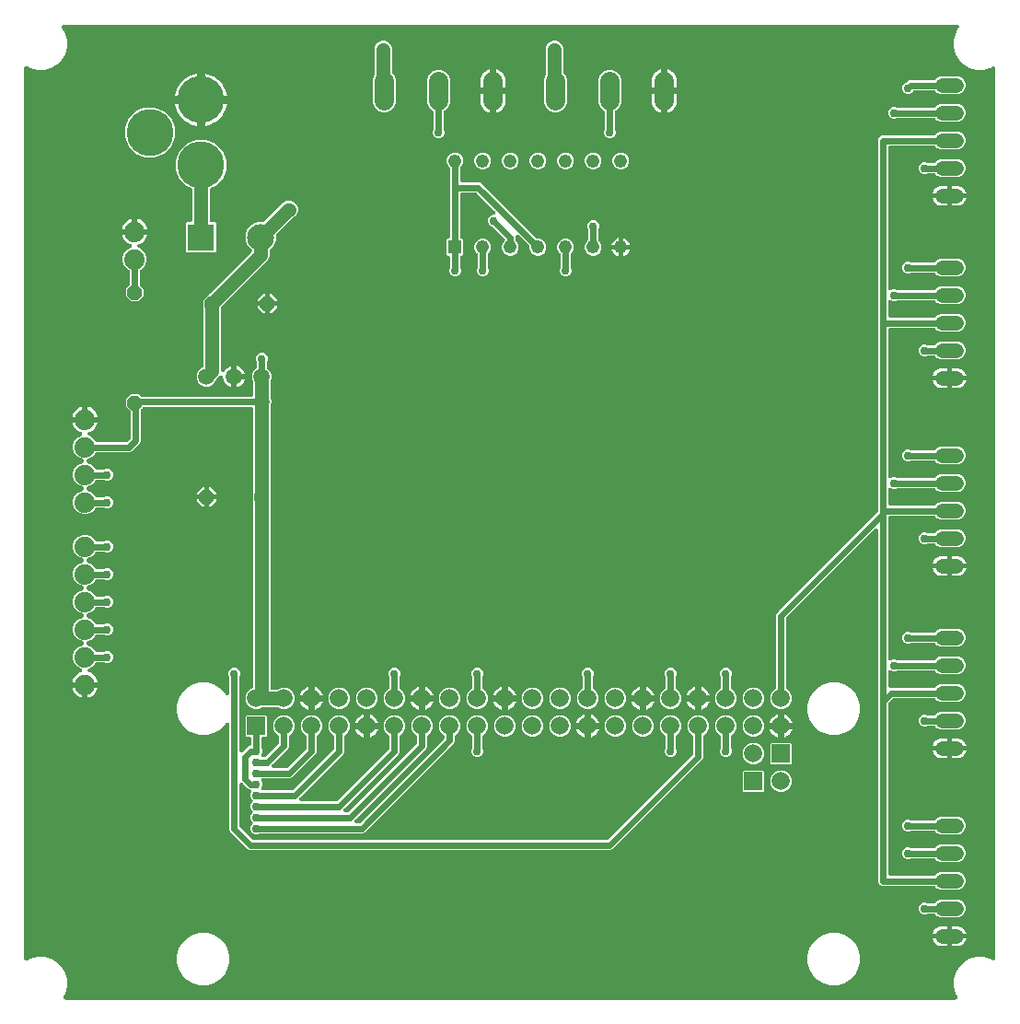
<source format=gbr>
G04 EAGLE Gerber RS-274X export*
G75*
%MOMM*%
%FSLAX34Y34*%
%LPD*%
%INBottom Copper*%
%IPPOS*%
%AMOC8*
5,1,8,0,0,1.08239X$1,22.5*%
G01*
%ADD10R,1.665000X1.665000*%
%ADD11C,1.665000*%
%ADD12C,1.320800*%
%ADD13R,1.238000X1.238000*%
%ADD14C,1.238000*%
%ADD15C,1.508000*%
%ADD16C,4.318000*%
%ADD17C,1.790700*%
%ADD18P,1.429621X8X22.500000*%
%ADD19P,1.429621X8X202.500000*%
%ADD20R,2.475000X2.475000*%
%ADD21C,2.475000*%
%ADD22C,1.879600*%
%ADD23P,1.429621X8X292.500000*%
%ADD24C,0.756400*%
%ADD25C,0.609600*%
%ADD26C,1.270000*%

G36*
X866562Y10175D02*
X866562Y10175D01*
X866708Y10182D01*
X866762Y10195D01*
X866817Y10201D01*
X866957Y10244D01*
X867099Y10279D01*
X867149Y10302D01*
X867202Y10319D01*
X867331Y10388D01*
X867463Y10451D01*
X867507Y10484D01*
X867556Y10511D01*
X867668Y10604D01*
X867786Y10691D01*
X867823Y10733D01*
X867865Y10768D01*
X867957Y10882D01*
X868055Y10991D01*
X868083Y11039D01*
X868118Y11082D01*
X868185Y11212D01*
X868259Y11338D01*
X868278Y11390D01*
X868303Y11439D01*
X868344Y11580D01*
X868392Y11718D01*
X868399Y11773D01*
X868414Y11826D01*
X868426Y11972D01*
X868446Y12117D01*
X868443Y12172D01*
X868447Y12228D01*
X868430Y12373D01*
X868421Y12519D01*
X868407Y12572D01*
X868400Y12627D01*
X868355Y12766D01*
X868317Y12908D01*
X868290Y12965D01*
X868276Y13010D01*
X868234Y13083D01*
X868176Y13208D01*
X866514Y16086D01*
X864869Y22223D01*
X864869Y28577D01*
X866514Y34714D01*
X869691Y40217D01*
X874183Y44709D01*
X879686Y47886D01*
X885823Y49531D01*
X892177Y49531D01*
X898314Y47886D01*
X900432Y46663D01*
X900566Y46603D01*
X900695Y46536D01*
X900749Y46520D01*
X900799Y46497D01*
X900942Y46465D01*
X901082Y46424D01*
X901138Y46420D01*
X901192Y46407D01*
X901338Y46403D01*
X901484Y46391D01*
X901539Y46398D01*
X901594Y46396D01*
X901738Y46421D01*
X901883Y46438D01*
X901936Y46456D01*
X901991Y46465D01*
X902127Y46518D01*
X902266Y46563D01*
X902315Y46590D01*
X902366Y46611D01*
X902489Y46689D01*
X902617Y46761D01*
X902659Y46797D01*
X902706Y46827D01*
X902811Y46929D01*
X902922Y47024D01*
X902955Y47068D01*
X902996Y47107D01*
X903079Y47227D01*
X903168Y47342D01*
X903193Y47392D01*
X903225Y47438D01*
X903282Y47572D01*
X903348Y47703D01*
X903362Y47756D01*
X903384Y47807D01*
X903414Y47950D01*
X903452Y48092D01*
X903457Y48155D01*
X903467Y48201D01*
X903468Y48285D01*
X903479Y48422D01*
X903479Y865978D01*
X903465Y866123D01*
X903458Y866269D01*
X903445Y866323D01*
X903439Y866378D01*
X903396Y866518D01*
X903361Y866660D01*
X903338Y866710D01*
X903321Y866763D01*
X903252Y866892D01*
X903189Y867024D01*
X903156Y867068D01*
X903129Y867117D01*
X903036Y867229D01*
X902949Y867347D01*
X902907Y867384D01*
X902872Y867426D01*
X902758Y867518D01*
X902649Y867616D01*
X902601Y867644D01*
X902558Y867679D01*
X902428Y867746D01*
X902302Y867821D01*
X902250Y867839D01*
X902201Y867864D01*
X902060Y867905D01*
X901922Y867953D01*
X901867Y867960D01*
X901814Y867976D01*
X901668Y867988D01*
X901523Y868008D01*
X901468Y868004D01*
X901412Y868009D01*
X901267Y867992D01*
X901121Y867982D01*
X901068Y867968D01*
X901013Y867962D01*
X900874Y867916D01*
X900732Y867879D01*
X900675Y867852D01*
X900630Y867837D01*
X900557Y867796D01*
X900432Y867737D01*
X898314Y866514D01*
X892177Y864869D01*
X885823Y864869D01*
X879686Y866514D01*
X874183Y869691D01*
X869691Y874183D01*
X866514Y879686D01*
X864869Y885823D01*
X864869Y892177D01*
X866514Y898314D01*
X869584Y903632D01*
X869644Y903766D01*
X869712Y903895D01*
X869727Y903949D01*
X869750Y903999D01*
X869783Y904142D01*
X869823Y904282D01*
X869828Y904338D01*
X869840Y904392D01*
X869844Y904538D01*
X869856Y904684D01*
X869850Y904739D01*
X869851Y904794D01*
X869826Y904938D01*
X869809Y905083D01*
X869792Y905136D01*
X869783Y905191D01*
X869730Y905327D01*
X869684Y905466D01*
X869657Y905515D01*
X869637Y905566D01*
X869558Y905689D01*
X869486Y905817D01*
X869450Y905859D01*
X869420Y905906D01*
X869319Y906011D01*
X869223Y906122D01*
X869179Y906156D01*
X869141Y906196D01*
X869021Y906279D01*
X868905Y906368D01*
X868856Y906393D01*
X868810Y906425D01*
X868676Y906483D01*
X868545Y906548D01*
X868491Y906562D01*
X868440Y906584D01*
X868297Y906614D01*
X868156Y906652D01*
X868093Y906657D01*
X868046Y906667D01*
X867962Y906668D01*
X867825Y906679D01*
X46575Y906679D01*
X46429Y906665D01*
X46283Y906658D01*
X46229Y906645D01*
X46174Y906639D01*
X46034Y906596D01*
X45893Y906561D01*
X45842Y906538D01*
X45789Y906521D01*
X45661Y906452D01*
X45529Y906389D01*
X45484Y906356D01*
X45435Y906329D01*
X45323Y906236D01*
X45206Y906149D01*
X45169Y906107D01*
X45126Y906072D01*
X45034Y905958D01*
X44937Y905849D01*
X44908Y905801D01*
X44874Y905758D01*
X44806Y905628D01*
X44732Y905502D01*
X44714Y905450D01*
X44688Y905401D01*
X44648Y905260D01*
X44600Y905122D01*
X44592Y905067D01*
X44577Y905014D01*
X44565Y904868D01*
X44545Y904723D01*
X44548Y904668D01*
X44544Y904612D01*
X44561Y904467D01*
X44570Y904321D01*
X44584Y904268D01*
X44591Y904213D01*
X44636Y904074D01*
X44674Y903932D01*
X44701Y903875D01*
X44716Y903830D01*
X44757Y903757D01*
X44816Y903632D01*
X47886Y898314D01*
X49531Y892177D01*
X49531Y885823D01*
X47886Y879686D01*
X44709Y874183D01*
X40217Y869691D01*
X34714Y866514D01*
X28577Y864869D01*
X22223Y864869D01*
X16086Y866514D01*
X13208Y868176D01*
X13074Y868236D01*
X12945Y868303D01*
X12891Y868318D01*
X12841Y868341D01*
X12698Y868374D01*
X12558Y868414D01*
X12502Y868419D01*
X12448Y868431D01*
X12302Y868435D01*
X12156Y868447D01*
X12101Y868441D01*
X12046Y868442D01*
X11902Y868417D01*
X11757Y868400D01*
X11704Y868383D01*
X11649Y868374D01*
X11513Y868321D01*
X11374Y868276D01*
X11325Y868248D01*
X11274Y868228D01*
X11151Y868150D01*
X11023Y868078D01*
X10981Y868041D01*
X10934Y868012D01*
X10829Y867910D01*
X10718Y867815D01*
X10685Y867771D01*
X10644Y867732D01*
X10561Y867612D01*
X10472Y867496D01*
X10447Y867447D01*
X10415Y867401D01*
X10357Y867267D01*
X10292Y867136D01*
X10278Y867082D01*
X10256Y867031D01*
X10226Y866888D01*
X10188Y866747D01*
X10183Y866684D01*
X10173Y866637D01*
X10172Y866554D01*
X10161Y866416D01*
X10161Y47984D01*
X10175Y47838D01*
X10182Y47692D01*
X10195Y47638D01*
X10201Y47583D01*
X10244Y47443D01*
X10279Y47301D01*
X10302Y47251D01*
X10319Y47198D01*
X10388Y47069D01*
X10451Y46937D01*
X10484Y46893D01*
X10511Y46844D01*
X10604Y46732D01*
X10691Y46614D01*
X10733Y46577D01*
X10768Y46535D01*
X10882Y46443D01*
X10991Y46345D01*
X11039Y46317D01*
X11082Y46282D01*
X11212Y46215D01*
X11338Y46141D01*
X11390Y46122D01*
X11439Y46097D01*
X11580Y46056D01*
X11718Y46008D01*
X11773Y46001D01*
X11826Y45986D01*
X11972Y45974D01*
X12117Y45954D01*
X12172Y45957D01*
X12228Y45953D01*
X12373Y45970D01*
X12519Y45979D01*
X12572Y45993D01*
X12627Y46000D01*
X12766Y46045D01*
X12908Y46083D01*
X12965Y46110D01*
X13010Y46124D01*
X13083Y46166D01*
X13208Y46224D01*
X16086Y47886D01*
X22223Y49531D01*
X28577Y49531D01*
X34714Y47886D01*
X40217Y44709D01*
X44709Y40217D01*
X47886Y34714D01*
X49531Y28577D01*
X49531Y22223D01*
X47886Y16086D01*
X46224Y13208D01*
X46164Y13074D01*
X46097Y12945D01*
X46082Y12891D01*
X46059Y12841D01*
X46026Y12698D01*
X45986Y12558D01*
X45981Y12502D01*
X45969Y12448D01*
X45965Y12302D01*
X45953Y12156D01*
X45959Y12101D01*
X45958Y12046D01*
X45983Y11902D01*
X46000Y11757D01*
X46017Y11704D01*
X46026Y11649D01*
X46079Y11513D01*
X46124Y11374D01*
X46152Y11325D01*
X46172Y11274D01*
X46250Y11151D01*
X46322Y11023D01*
X46359Y10981D01*
X46388Y10934D01*
X46490Y10829D01*
X46585Y10718D01*
X46629Y10685D01*
X46668Y10644D01*
X46788Y10561D01*
X46904Y10472D01*
X46953Y10447D01*
X46999Y10415D01*
X47133Y10357D01*
X47264Y10292D01*
X47318Y10278D01*
X47369Y10256D01*
X47512Y10226D01*
X47653Y10188D01*
X47716Y10183D01*
X47763Y10173D01*
X47846Y10172D01*
X47984Y10161D01*
X866416Y10161D01*
X866562Y10175D01*
G37*
%LPC*%
G36*
X217530Y147827D02*
X217530Y147827D01*
X215850Y148523D01*
X199323Y165050D01*
X198627Y166730D01*
X198627Y263049D01*
X198620Y263122D01*
X198622Y263195D01*
X198600Y263322D01*
X198587Y263450D01*
X198566Y263520D01*
X198553Y263592D01*
X198507Y263712D01*
X198469Y263835D01*
X198434Y263899D01*
X198408Y263967D01*
X198339Y264076D01*
X198277Y264189D01*
X198231Y264245D01*
X198191Y264307D01*
X198102Y264399D01*
X198020Y264498D01*
X197963Y264544D01*
X197912Y264597D01*
X197806Y264670D01*
X197706Y264750D01*
X197641Y264784D01*
X197581Y264826D01*
X197463Y264877D01*
X197349Y264936D01*
X197278Y264956D01*
X197211Y264985D01*
X197085Y265012D01*
X196962Y265047D01*
X196889Y265053D01*
X196817Y265068D01*
X196689Y265070D01*
X196560Y265080D01*
X196488Y265072D01*
X196414Y265072D01*
X196288Y265048D01*
X196161Y265033D01*
X196091Y265010D01*
X196019Y264997D01*
X195900Y264948D01*
X195778Y264908D01*
X195714Y264872D01*
X195646Y264845D01*
X195539Y264774D01*
X195427Y264710D01*
X195372Y264662D01*
X195311Y264622D01*
X195220Y264531D01*
X195123Y264447D01*
X195078Y264389D01*
X195026Y264338D01*
X194929Y264198D01*
X194876Y264129D01*
X194861Y264100D01*
X194837Y264065D01*
X194063Y262725D01*
X189565Y258227D01*
X184056Y255046D01*
X177911Y253399D01*
X171549Y253399D01*
X165404Y255046D01*
X159895Y258227D01*
X155397Y262725D01*
X152216Y268234D01*
X150569Y274379D01*
X150569Y280741D01*
X152216Y286886D01*
X155397Y292395D01*
X159895Y296893D01*
X165404Y300074D01*
X171549Y301721D01*
X177911Y301721D01*
X184056Y300074D01*
X189565Y296893D01*
X194063Y292395D01*
X194837Y291055D01*
X194880Y290996D01*
X194915Y290931D01*
X194997Y290833D01*
X195072Y290728D01*
X195125Y290678D01*
X195172Y290622D01*
X195272Y290542D01*
X195367Y290454D01*
X195429Y290416D01*
X195486Y290370D01*
X195600Y290311D01*
X195710Y290243D01*
X195778Y290218D01*
X195843Y290184D01*
X195967Y290149D01*
X196087Y290104D01*
X196160Y290093D01*
X196230Y290073D01*
X196358Y290062D01*
X196485Y290043D01*
X196558Y290046D01*
X196632Y290040D01*
X196759Y290055D01*
X196888Y290061D01*
X196959Y290078D01*
X197031Y290087D01*
X197153Y290127D01*
X197278Y290158D01*
X197345Y290189D01*
X197414Y290212D01*
X197526Y290275D01*
X197642Y290330D01*
X197701Y290374D01*
X197765Y290410D01*
X197862Y290494D01*
X197965Y290570D01*
X198014Y290625D01*
X198070Y290673D01*
X198148Y290774D01*
X198234Y290870D01*
X198272Y290933D01*
X198316Y290991D01*
X198373Y291106D01*
X198439Y291217D01*
X198463Y291286D01*
X198496Y291351D01*
X198529Y291476D01*
X198571Y291597D01*
X198581Y291669D01*
X198600Y291740D01*
X198614Y291910D01*
X198626Y291996D01*
X198624Y292029D01*
X198627Y292071D01*
X198627Y306648D01*
X198624Y306679D01*
X198626Y306711D01*
X198604Y306880D01*
X198587Y307049D01*
X198578Y307079D01*
X198574Y307110D01*
X198473Y307426D01*
X197893Y308824D01*
X197893Y310936D01*
X198701Y312886D01*
X200194Y314379D01*
X201709Y315006D01*
X202144Y315187D01*
X204256Y315187D01*
X206206Y314379D01*
X207699Y312886D01*
X208507Y310936D01*
X208507Y308824D01*
X207927Y307426D01*
X207918Y307396D01*
X207904Y307368D01*
X207860Y307203D01*
X207811Y307040D01*
X207808Y307009D01*
X207800Y306979D01*
X207773Y306648D01*
X207773Y239463D01*
X207774Y239455D01*
X207773Y239446D01*
X207794Y239252D01*
X207813Y239063D01*
X207815Y239054D01*
X207816Y239045D01*
X207875Y238861D01*
X207931Y238678D01*
X207935Y238670D01*
X207938Y238662D01*
X208031Y238493D01*
X208123Y238324D01*
X208128Y238317D01*
X208133Y238309D01*
X208257Y238162D01*
X208380Y238015D01*
X208387Y238009D01*
X208393Y238002D01*
X208545Y237882D01*
X208694Y237762D01*
X208702Y237758D01*
X208709Y237753D01*
X208882Y237665D01*
X209051Y237577D01*
X209060Y237574D01*
X209068Y237570D01*
X209254Y237518D01*
X209438Y237465D01*
X209447Y237465D01*
X209456Y237462D01*
X209649Y237448D01*
X209840Y237432D01*
X209848Y237433D01*
X209857Y237433D01*
X210050Y237457D01*
X210239Y237479D01*
X210248Y237482D01*
X210257Y237483D01*
X210439Y237544D01*
X210622Y237604D01*
X210630Y237609D01*
X210638Y237611D01*
X210805Y237708D01*
X210973Y237802D01*
X210980Y237808D01*
X210987Y237812D01*
X211240Y238027D01*
X214278Y241065D01*
X215850Y242637D01*
X217603Y243363D01*
X217623Y243373D01*
X217644Y243380D01*
X217800Y243469D01*
X217958Y243553D01*
X217975Y243567D01*
X217995Y243578D01*
X218130Y243695D01*
X218269Y243810D01*
X218283Y243827D01*
X218300Y243841D01*
X218409Y243983D01*
X218522Y244122D01*
X218533Y244142D01*
X218546Y244160D01*
X218626Y244320D01*
X218709Y244479D01*
X218716Y244500D01*
X218726Y244520D01*
X218772Y244693D01*
X218822Y244865D01*
X218824Y244887D01*
X218830Y244909D01*
X218857Y245240D01*
X218857Y249879D01*
X218857Y249883D01*
X218857Y249884D01*
X218856Y249892D01*
X218855Y249897D01*
X218857Y249915D01*
X218836Y250097D01*
X218817Y250280D01*
X218812Y250297D01*
X218810Y250314D01*
X218753Y250488D01*
X218699Y250665D01*
X218691Y250680D01*
X218685Y250697D01*
X218595Y250857D01*
X218507Y251019D01*
X218496Y251032D01*
X218487Y251048D01*
X218367Y251187D01*
X218250Y251328D01*
X218236Y251339D01*
X218224Y251353D01*
X218079Y251465D01*
X217936Y251580D01*
X217920Y251588D01*
X217906Y251599D01*
X217741Y251681D01*
X217579Y251766D01*
X217562Y251771D01*
X217546Y251779D01*
X217367Y251826D01*
X217192Y251877D01*
X217174Y251879D01*
X217157Y251883D01*
X216826Y251910D01*
X214473Y251910D01*
X213580Y252803D01*
X213580Y270717D01*
X214473Y271610D01*
X232387Y271610D01*
X233280Y270717D01*
X233280Y252803D01*
X232387Y251910D01*
X230034Y251910D01*
X230016Y251908D01*
X229998Y251910D01*
X229816Y251889D01*
X229633Y251870D01*
X229616Y251865D01*
X229599Y251863D01*
X229424Y251806D01*
X229248Y251752D01*
X229233Y251744D01*
X229216Y251738D01*
X229056Y251648D01*
X228894Y251560D01*
X228881Y251549D01*
X228865Y251540D01*
X228726Y251420D01*
X228585Y251303D01*
X228574Y251289D01*
X228560Y251277D01*
X228448Y251132D01*
X228333Y250989D01*
X228325Y250973D01*
X228314Y250959D01*
X228232Y250794D01*
X228147Y250632D01*
X228142Y250615D01*
X228134Y250599D01*
X228087Y250420D01*
X228036Y250245D01*
X228034Y250227D01*
X228030Y250210D01*
X228003Y249879D01*
X228003Y242209D01*
X228006Y242178D01*
X228004Y242147D01*
X228026Y241977D01*
X228043Y241808D01*
X228052Y241779D01*
X228056Y241748D01*
X228157Y241432D01*
X228827Y239816D01*
X228827Y237704D01*
X228113Y235981D01*
X228109Y235968D01*
X228103Y235957D01*
X228051Y235776D01*
X227997Y235596D01*
X227995Y235583D01*
X227992Y235570D01*
X227976Y235381D01*
X227958Y235195D01*
X227960Y235182D01*
X227959Y235168D01*
X227981Y234981D01*
X228000Y234795D01*
X228004Y234782D01*
X228006Y234769D01*
X228064Y234589D01*
X228120Y234410D01*
X228126Y234399D01*
X228130Y234386D01*
X228223Y234221D01*
X228313Y234057D01*
X228322Y234047D01*
X228328Y234035D01*
X228452Y233892D01*
X228572Y233749D01*
X228583Y233741D01*
X228592Y233730D01*
X228740Y233615D01*
X228887Y233498D01*
X228899Y233492D01*
X228910Y233484D01*
X229078Y233400D01*
X229245Y233314D01*
X229258Y233310D01*
X229270Y233304D01*
X229453Y233255D01*
X229633Y233204D01*
X229646Y233203D01*
X229659Y233200D01*
X229990Y233173D01*
X230945Y233173D01*
X230971Y233175D01*
X230998Y233173D01*
X231172Y233195D01*
X231345Y233213D01*
X231371Y233220D01*
X231397Y233224D01*
X231563Y233279D01*
X231730Y233331D01*
X231754Y233344D01*
X231779Y233352D01*
X231931Y233439D01*
X232084Y233523D01*
X232105Y233540D01*
X232128Y233553D01*
X232381Y233768D01*
X243662Y245049D01*
X243679Y245070D01*
X243700Y245087D01*
X243807Y245225D01*
X243917Y245361D01*
X243930Y245384D01*
X243946Y245405D01*
X244024Y245562D01*
X244106Y245716D01*
X244114Y245742D01*
X244126Y245766D01*
X244171Y245935D01*
X244221Y246102D01*
X244223Y246129D01*
X244230Y246155D01*
X244257Y246485D01*
X244257Y251636D01*
X244255Y251658D01*
X244257Y251680D01*
X244235Y251858D01*
X244217Y252036D01*
X244211Y252058D01*
X244208Y252080D01*
X244152Y252250D01*
X244099Y252421D01*
X244088Y252441D01*
X244081Y252462D01*
X243993Y252618D01*
X243907Y252775D01*
X243893Y252792D01*
X243882Y252812D01*
X243764Y252947D01*
X243650Y253084D01*
X243632Y253098D01*
X243617Y253116D01*
X243475Y253225D01*
X243336Y253337D01*
X243316Y253347D01*
X243304Y253356D01*
X240480Y256181D01*
X238980Y259801D01*
X238980Y263719D01*
X240480Y267339D01*
X243251Y270110D01*
X246871Y271610D01*
X250789Y271610D01*
X254409Y270110D01*
X257180Y267339D01*
X258680Y263719D01*
X258680Y259801D01*
X257180Y256181D01*
X254345Y253345D01*
X254302Y253322D01*
X254285Y253308D01*
X254265Y253297D01*
X254130Y253180D01*
X253992Y253066D01*
X253977Y253048D01*
X253960Y253034D01*
X253851Y252893D01*
X253738Y252753D01*
X253727Y252733D01*
X253714Y252716D01*
X253634Y252555D01*
X253551Y252397D01*
X253544Y252375D01*
X253534Y252355D01*
X253488Y252182D01*
X253438Y252010D01*
X253436Y251988D01*
X253430Y251966D01*
X253403Y251636D01*
X253403Y242840D01*
X252707Y241160D01*
X251135Y239588D01*
X238027Y226480D01*
X238021Y226473D01*
X238015Y226468D01*
X237894Y226318D01*
X237772Y226169D01*
X237768Y226161D01*
X237762Y226154D01*
X237673Y225983D01*
X237583Y225813D01*
X237581Y225805D01*
X237577Y225797D01*
X237523Y225611D01*
X237469Y225427D01*
X237468Y225418D01*
X237465Y225410D01*
X237450Y225218D01*
X237432Y225026D01*
X237433Y225017D01*
X237432Y225008D01*
X237455Y224819D01*
X237476Y224626D01*
X237478Y224617D01*
X237479Y224609D01*
X237539Y224427D01*
X237597Y224242D01*
X237601Y224234D01*
X237604Y224226D01*
X237699Y224057D01*
X237792Y223890D01*
X237798Y223883D01*
X237802Y223875D01*
X237928Y223729D01*
X238052Y223583D01*
X238059Y223577D01*
X238065Y223570D01*
X238217Y223453D01*
X238368Y223333D01*
X238376Y223329D01*
X238383Y223324D01*
X238555Y223238D01*
X238727Y223151D01*
X238736Y223148D01*
X238744Y223144D01*
X238930Y223094D01*
X239115Y223043D01*
X239124Y223042D01*
X239133Y223040D01*
X239463Y223013D01*
X251265Y223013D01*
X251291Y223015D01*
X251318Y223013D01*
X251492Y223035D01*
X251665Y223053D01*
X251691Y223060D01*
X251717Y223064D01*
X251883Y223119D01*
X252050Y223171D01*
X252074Y223184D01*
X252099Y223192D01*
X252251Y223279D01*
X252404Y223363D01*
X252425Y223380D01*
X252448Y223393D01*
X252701Y223608D01*
X269062Y239969D01*
X269079Y239990D01*
X269100Y240007D01*
X269207Y240145D01*
X269317Y240281D01*
X269330Y240304D01*
X269346Y240325D01*
X269424Y240482D01*
X269506Y240636D01*
X269514Y240662D01*
X269526Y240686D01*
X269571Y240855D01*
X269621Y241022D01*
X269623Y241049D01*
X269630Y241075D01*
X269657Y241405D01*
X269657Y251636D01*
X269655Y251658D01*
X269657Y251680D01*
X269635Y251858D01*
X269617Y252036D01*
X269611Y252058D01*
X269608Y252080D01*
X269552Y252250D01*
X269499Y252421D01*
X269488Y252441D01*
X269481Y252462D01*
X269393Y252618D01*
X269307Y252775D01*
X269293Y252792D01*
X269282Y252812D01*
X269164Y252947D01*
X269050Y253084D01*
X269032Y253098D01*
X269017Y253116D01*
X268875Y253225D01*
X268736Y253337D01*
X268716Y253347D01*
X268704Y253356D01*
X265880Y256181D01*
X264380Y259801D01*
X264380Y263719D01*
X265880Y267339D01*
X268651Y270110D01*
X272271Y271610D01*
X276189Y271610D01*
X279809Y270110D01*
X282580Y267339D01*
X284080Y263719D01*
X284080Y259801D01*
X282580Y256181D01*
X279745Y253345D01*
X279702Y253322D01*
X279685Y253308D01*
X279665Y253297D01*
X279530Y253180D01*
X279392Y253066D01*
X279377Y253048D01*
X279360Y253034D01*
X279251Y252893D01*
X279138Y252753D01*
X279127Y252733D01*
X279114Y252716D01*
X279034Y252555D01*
X278951Y252397D01*
X278944Y252375D01*
X278934Y252355D01*
X278888Y252182D01*
X278838Y252010D01*
X278836Y251988D01*
X278830Y251966D01*
X278803Y251636D01*
X278803Y237760D01*
X278107Y236080D01*
X256590Y214563D01*
X254910Y213867D01*
X229990Y213867D01*
X229976Y213866D01*
X229963Y213867D01*
X229777Y213846D01*
X229589Y213827D01*
X229576Y213823D01*
X229563Y213822D01*
X229385Y213765D01*
X229204Y213709D01*
X229192Y213703D01*
X229180Y213699D01*
X229015Y213607D01*
X228850Y213517D01*
X228840Y213509D01*
X228828Y213502D01*
X228684Y213379D01*
X228541Y213260D01*
X228532Y213249D01*
X228522Y213241D01*
X228406Y213092D01*
X228288Y212946D01*
X228282Y212934D01*
X228274Y212924D01*
X228189Y212754D01*
X228103Y212589D01*
X228099Y212576D01*
X228093Y212564D01*
X228043Y212382D01*
X227992Y212202D01*
X227990Y212188D01*
X227987Y212175D01*
X227974Y211989D01*
X227959Y211800D01*
X227960Y211787D01*
X227959Y211774D01*
X227984Y211587D01*
X228006Y211401D01*
X228010Y211388D01*
X228011Y211375D01*
X228113Y211059D01*
X228827Y209336D01*
X228827Y207224D01*
X228113Y205501D01*
X228109Y205488D01*
X228103Y205477D01*
X228051Y205296D01*
X227997Y205116D01*
X227995Y205103D01*
X227992Y205090D01*
X227976Y204901D01*
X227958Y204715D01*
X227960Y204702D01*
X227959Y204688D01*
X227981Y204502D01*
X228000Y204315D01*
X228004Y204302D01*
X228006Y204289D01*
X228064Y204111D01*
X228120Y203930D01*
X228126Y203919D01*
X228130Y203906D01*
X228223Y203742D01*
X228313Y203577D01*
X228322Y203567D01*
X228328Y203555D01*
X228451Y203413D01*
X228572Y203269D01*
X228583Y203261D01*
X228591Y203250D01*
X228739Y203136D01*
X228887Y203018D01*
X228899Y203012D01*
X228910Y203004D01*
X229078Y202920D01*
X229245Y202834D01*
X229258Y202830D01*
X229270Y202824D01*
X229453Y202775D01*
X229633Y202724D01*
X229646Y202723D01*
X229659Y202720D01*
X229990Y202693D01*
X256345Y202693D01*
X256371Y202695D01*
X256398Y202693D01*
X256572Y202715D01*
X256745Y202733D01*
X256771Y202740D01*
X256797Y202744D01*
X256963Y202799D01*
X257130Y202851D01*
X257154Y202864D01*
X257179Y202872D01*
X257331Y202959D01*
X257484Y203043D01*
X257505Y203060D01*
X257528Y203073D01*
X257781Y203288D01*
X294462Y239969D01*
X294479Y239990D01*
X294500Y240007D01*
X294607Y240145D01*
X294717Y240281D01*
X294730Y240304D01*
X294746Y240325D01*
X294824Y240482D01*
X294906Y240636D01*
X294914Y240662D01*
X294926Y240686D01*
X294971Y240855D01*
X295021Y241022D01*
X295023Y241049D01*
X295030Y241075D01*
X295057Y241405D01*
X295057Y251636D01*
X295055Y251658D01*
X295057Y251680D01*
X295035Y251858D01*
X295017Y252036D01*
X295011Y252057D01*
X295008Y252080D01*
X294952Y252249D01*
X294899Y252421D01*
X294889Y252441D01*
X294882Y252462D01*
X294793Y252618D01*
X294707Y252775D01*
X294693Y252792D01*
X294682Y252812D01*
X294564Y252947D01*
X294450Y253084D01*
X294432Y253098D01*
X294418Y253115D01*
X294275Y253225D01*
X294136Y253337D01*
X294116Y253347D01*
X294104Y253356D01*
X291280Y256181D01*
X289780Y259801D01*
X289780Y263719D01*
X291280Y267339D01*
X294051Y270110D01*
X297671Y271610D01*
X301589Y271610D01*
X305209Y270110D01*
X307980Y267339D01*
X309480Y263719D01*
X309480Y259801D01*
X307980Y256181D01*
X305145Y253345D01*
X305102Y253322D01*
X305085Y253308D01*
X305065Y253297D01*
X304930Y253180D01*
X304791Y253066D01*
X304777Y253048D01*
X304760Y253034D01*
X304651Y252892D01*
X304538Y252753D01*
X304527Y252733D01*
X304514Y252716D01*
X304434Y252555D01*
X304351Y252396D01*
X304344Y252375D01*
X304334Y252355D01*
X304288Y252182D01*
X304238Y252010D01*
X304236Y251988D01*
X304230Y251966D01*
X304203Y251636D01*
X304203Y237760D01*
X303507Y236080D01*
X263427Y196000D01*
X263421Y195993D01*
X263415Y195988D01*
X263294Y195838D01*
X263172Y195689D01*
X263168Y195681D01*
X263162Y195674D01*
X263073Y195503D01*
X262983Y195333D01*
X262981Y195325D01*
X262977Y195317D01*
X262923Y195131D01*
X262869Y194947D01*
X262868Y194938D01*
X262865Y194930D01*
X262850Y194738D01*
X262832Y194546D01*
X262833Y194537D01*
X262832Y194528D01*
X262855Y194339D01*
X262876Y194146D01*
X262878Y194137D01*
X262879Y194129D01*
X262939Y193947D01*
X262997Y193762D01*
X263001Y193754D01*
X263004Y193746D01*
X263099Y193577D01*
X263192Y193410D01*
X263198Y193403D01*
X263202Y193395D01*
X263328Y193249D01*
X263452Y193103D01*
X263459Y193097D01*
X263465Y193090D01*
X263617Y192973D01*
X263768Y192853D01*
X263776Y192849D01*
X263783Y192844D01*
X263955Y192758D01*
X264127Y192671D01*
X264136Y192668D01*
X264144Y192664D01*
X264330Y192614D01*
X264515Y192563D01*
X264524Y192562D01*
X264533Y192560D01*
X264863Y192533D01*
X296985Y192533D01*
X297011Y192535D01*
X297038Y192533D01*
X297212Y192555D01*
X297385Y192573D01*
X297411Y192580D01*
X297437Y192584D01*
X297603Y192639D01*
X297770Y192691D01*
X297794Y192704D01*
X297819Y192712D01*
X297971Y192799D01*
X298124Y192883D01*
X298145Y192900D01*
X298168Y192913D01*
X298421Y193128D01*
X345262Y239969D01*
X345279Y239990D01*
X345300Y240007D01*
X345407Y240145D01*
X345517Y240281D01*
X345530Y240304D01*
X345546Y240325D01*
X345624Y240482D01*
X345706Y240636D01*
X345714Y240662D01*
X345726Y240686D01*
X345771Y240855D01*
X345821Y241022D01*
X345823Y241049D01*
X345830Y241075D01*
X345857Y241405D01*
X345857Y251636D01*
X345855Y251658D01*
X345857Y251680D01*
X345835Y251858D01*
X345817Y252036D01*
X345811Y252057D01*
X345808Y252080D01*
X345752Y252249D01*
X345699Y252421D01*
X345689Y252441D01*
X345682Y252462D01*
X345593Y252618D01*
X345507Y252775D01*
X345493Y252792D01*
X345482Y252812D01*
X345364Y252947D01*
X345250Y253084D01*
X345232Y253098D01*
X345218Y253115D01*
X345075Y253225D01*
X344936Y253337D01*
X344916Y253347D01*
X344904Y253356D01*
X342080Y256181D01*
X340580Y259801D01*
X340580Y263719D01*
X342080Y267339D01*
X344851Y270110D01*
X348471Y271610D01*
X352389Y271610D01*
X356009Y270110D01*
X358780Y267339D01*
X360280Y263719D01*
X360280Y259801D01*
X358780Y256181D01*
X355945Y253345D01*
X355902Y253322D01*
X355885Y253308D01*
X355865Y253297D01*
X355730Y253180D01*
X355591Y253066D01*
X355577Y253048D01*
X355560Y253034D01*
X355451Y252892D01*
X355338Y252753D01*
X355327Y252733D01*
X355314Y252716D01*
X355234Y252555D01*
X355151Y252396D01*
X355144Y252375D01*
X355134Y252355D01*
X355088Y252182D01*
X355038Y252010D01*
X355036Y251988D01*
X355030Y251966D01*
X355003Y251636D01*
X355003Y237760D01*
X354307Y236080D01*
X304067Y185840D01*
X304061Y185833D01*
X304055Y185828D01*
X303934Y185678D01*
X303812Y185529D01*
X303808Y185521D01*
X303802Y185514D01*
X303713Y185343D01*
X303623Y185173D01*
X303621Y185165D01*
X303617Y185157D01*
X303563Y184971D01*
X303509Y184787D01*
X303508Y184778D01*
X303505Y184770D01*
X303490Y184578D01*
X303472Y184386D01*
X303473Y184377D01*
X303472Y184368D01*
X303495Y184179D01*
X303516Y183986D01*
X303518Y183977D01*
X303519Y183969D01*
X303579Y183787D01*
X303637Y183602D01*
X303641Y183594D01*
X303644Y183586D01*
X303739Y183417D01*
X303832Y183250D01*
X303838Y183243D01*
X303842Y183235D01*
X303968Y183089D01*
X304092Y182943D01*
X304099Y182937D01*
X304105Y182930D01*
X304257Y182813D01*
X304408Y182693D01*
X304416Y182689D01*
X304423Y182684D01*
X304595Y182598D01*
X304767Y182511D01*
X304776Y182508D01*
X304784Y182504D01*
X304970Y182454D01*
X305155Y182403D01*
X305164Y182402D01*
X305173Y182400D01*
X305503Y182373D01*
X307145Y182373D01*
X307171Y182375D01*
X307198Y182373D01*
X307372Y182395D01*
X307545Y182413D01*
X307571Y182420D01*
X307597Y182424D01*
X307763Y182479D01*
X307930Y182531D01*
X307954Y182544D01*
X307979Y182552D01*
X308131Y182639D01*
X308284Y182723D01*
X308305Y182740D01*
X308328Y182753D01*
X308581Y182968D01*
X370662Y245049D01*
X370679Y245070D01*
X370700Y245087D01*
X370807Y245225D01*
X370917Y245361D01*
X370930Y245384D01*
X370946Y245405D01*
X371024Y245562D01*
X371106Y245716D01*
X371114Y245742D01*
X371126Y245766D01*
X371171Y245935D01*
X371221Y246102D01*
X371223Y246129D01*
X371230Y246155D01*
X371257Y246485D01*
X371257Y251636D01*
X371255Y251658D01*
X371257Y251680D01*
X371235Y251858D01*
X371217Y252036D01*
X371211Y252057D01*
X371208Y252080D01*
X371152Y252249D01*
X371099Y252421D01*
X371089Y252441D01*
X371082Y252462D01*
X370993Y252618D01*
X370907Y252775D01*
X370893Y252792D01*
X370882Y252812D01*
X370764Y252947D01*
X370650Y253084D01*
X370632Y253098D01*
X370618Y253115D01*
X370475Y253225D01*
X370336Y253337D01*
X370316Y253347D01*
X370304Y253356D01*
X367480Y256181D01*
X365980Y259801D01*
X365980Y263719D01*
X367480Y267339D01*
X370251Y270110D01*
X373871Y271610D01*
X377789Y271610D01*
X381409Y270110D01*
X384180Y267339D01*
X385680Y263719D01*
X385680Y259801D01*
X384180Y256181D01*
X381345Y253345D01*
X381302Y253322D01*
X381285Y253308D01*
X381265Y253297D01*
X381130Y253180D01*
X380991Y253066D01*
X380977Y253048D01*
X380960Y253034D01*
X380851Y252892D01*
X380738Y252753D01*
X380727Y252733D01*
X380714Y252716D01*
X380634Y252555D01*
X380551Y252396D01*
X380544Y252375D01*
X380534Y252355D01*
X380488Y252182D01*
X380438Y252010D01*
X380436Y251988D01*
X380430Y251966D01*
X380403Y251636D01*
X380403Y242840D01*
X379707Y241160D01*
X314227Y175680D01*
X314221Y175673D01*
X314215Y175668D01*
X314094Y175518D01*
X313972Y175369D01*
X313968Y175361D01*
X313962Y175354D01*
X313873Y175183D01*
X313783Y175013D01*
X313781Y175005D01*
X313777Y174997D01*
X313723Y174811D01*
X313669Y174627D01*
X313668Y174618D01*
X313665Y174610D01*
X313650Y174418D01*
X313632Y174226D01*
X313633Y174217D01*
X313632Y174208D01*
X313655Y174019D01*
X313676Y173826D01*
X313678Y173817D01*
X313679Y173809D01*
X313739Y173627D01*
X313797Y173442D01*
X313801Y173434D01*
X313804Y173426D01*
X313899Y173257D01*
X313992Y173090D01*
X313998Y173083D01*
X314002Y173075D01*
X314128Y172929D01*
X314252Y172783D01*
X314259Y172777D01*
X314265Y172770D01*
X314417Y172653D01*
X314568Y172533D01*
X314576Y172529D01*
X314583Y172524D01*
X314755Y172438D01*
X314927Y172351D01*
X314936Y172348D01*
X314944Y172344D01*
X315130Y172294D01*
X315315Y172243D01*
X315324Y172242D01*
X315333Y172240D01*
X315663Y172213D01*
X317921Y172213D01*
X317947Y172215D01*
X317974Y172213D01*
X318148Y172235D01*
X318321Y172253D01*
X318347Y172260D01*
X318374Y172264D01*
X318539Y172319D01*
X318706Y172371D01*
X318730Y172384D01*
X318755Y172392D01*
X318907Y172479D01*
X319060Y172563D01*
X319081Y172580D01*
X319104Y172593D01*
X319357Y172808D01*
X396062Y249513D01*
X396079Y249534D01*
X396100Y249551D01*
X396207Y249689D01*
X396317Y249824D01*
X396330Y249848D01*
X396346Y249869D01*
X396424Y250026D01*
X396506Y250180D01*
X396514Y250205D01*
X396526Y250230D01*
X396571Y250399D01*
X396621Y250566D01*
X396623Y250593D01*
X396630Y250618D01*
X396657Y250949D01*
X396657Y251636D01*
X396655Y251658D01*
X396657Y251680D01*
X396635Y251858D01*
X396617Y252036D01*
X396611Y252057D01*
X396608Y252080D01*
X396552Y252249D01*
X396499Y252421D01*
X396489Y252441D01*
X396482Y252462D01*
X396393Y252618D01*
X396307Y252775D01*
X396293Y252792D01*
X396282Y252812D01*
X396164Y252947D01*
X396050Y253084D01*
X396032Y253098D01*
X396018Y253115D01*
X395875Y253225D01*
X395736Y253337D01*
X395716Y253347D01*
X395704Y253356D01*
X392880Y256181D01*
X391380Y259801D01*
X391380Y263719D01*
X392880Y267339D01*
X395651Y270110D01*
X399271Y271610D01*
X403189Y271610D01*
X406809Y270110D01*
X409580Y267339D01*
X411080Y263719D01*
X411080Y259801D01*
X409580Y256181D01*
X406745Y253345D01*
X406702Y253322D01*
X406685Y253308D01*
X406665Y253297D01*
X406530Y253180D01*
X406391Y253066D01*
X406377Y253048D01*
X406360Y253034D01*
X406251Y252892D01*
X406138Y252753D01*
X406127Y252733D01*
X406114Y252716D01*
X406034Y252555D01*
X405951Y252396D01*
X405944Y252375D01*
X405934Y252355D01*
X405888Y252182D01*
X405838Y252010D01*
X405836Y251988D01*
X405830Y251966D01*
X405803Y251636D01*
X405803Y247304D01*
X405107Y245623D01*
X323247Y163763D01*
X321566Y163067D01*
X226752Y163067D01*
X226721Y163064D01*
X226689Y163066D01*
X226520Y163044D01*
X226351Y163027D01*
X226321Y163018D01*
X226290Y163014D01*
X225974Y162913D01*
X224576Y162333D01*
X222464Y162333D01*
X220514Y163141D01*
X219021Y164634D01*
X218213Y166584D01*
X218213Y168696D01*
X219021Y170646D01*
X219659Y171284D01*
X219670Y171298D01*
X219684Y171309D01*
X219798Y171453D01*
X219914Y171595D01*
X219922Y171611D01*
X219933Y171625D01*
X220017Y171789D01*
X220103Y171951D01*
X220108Y171968D01*
X220116Y171984D01*
X220165Y172161D01*
X220217Y172337D01*
X220219Y172355D01*
X220224Y172372D01*
X220237Y172555D01*
X220254Y172738D01*
X220252Y172756D01*
X220253Y172773D01*
X220230Y172955D01*
X220210Y173138D01*
X220205Y173155D01*
X220203Y173173D01*
X220144Y173346D01*
X220089Y173522D01*
X220080Y173538D01*
X220074Y173554D01*
X219982Y173714D01*
X219894Y173874D01*
X219882Y173888D01*
X219873Y173903D01*
X219659Y174156D01*
X219021Y174794D01*
X218213Y176744D01*
X218213Y178856D01*
X219021Y180806D01*
X219659Y181444D01*
X219670Y181458D01*
X219684Y181469D01*
X219798Y181613D01*
X219914Y181755D01*
X219922Y181771D01*
X219933Y181785D01*
X220017Y181949D01*
X220103Y182111D01*
X220108Y182128D01*
X220116Y182144D01*
X220165Y182321D01*
X220217Y182497D01*
X220219Y182515D01*
X220224Y182532D01*
X220237Y182715D01*
X220254Y182898D01*
X220252Y182916D01*
X220253Y182933D01*
X220230Y183115D01*
X220210Y183298D01*
X220205Y183315D01*
X220203Y183333D01*
X220144Y183506D01*
X220089Y183682D01*
X220080Y183698D01*
X220074Y183714D01*
X219982Y183874D01*
X219894Y184034D01*
X219882Y184048D01*
X219873Y184063D01*
X219659Y184316D01*
X219021Y184954D01*
X218213Y186904D01*
X218213Y189016D01*
X219021Y190966D01*
X219659Y191604D01*
X219670Y191617D01*
X219684Y191629D01*
X219797Y191773D01*
X219914Y191915D01*
X219922Y191931D01*
X219933Y191945D01*
X220017Y192109D01*
X220103Y192271D01*
X220108Y192288D01*
X220116Y192304D01*
X220165Y192481D01*
X220217Y192657D01*
X220219Y192675D01*
X220224Y192692D01*
X220237Y192875D01*
X220254Y193058D01*
X220252Y193076D01*
X220253Y193093D01*
X220230Y193275D01*
X220210Y193458D01*
X220205Y193475D01*
X220203Y193493D01*
X220144Y193667D01*
X220089Y193842D01*
X220080Y193857D01*
X220074Y193874D01*
X219983Y194034D01*
X219894Y194194D01*
X219882Y194208D01*
X219874Y194223D01*
X219659Y194476D01*
X219021Y195114D01*
X218213Y197064D01*
X218213Y199176D01*
X218938Y200926D01*
X218943Y200943D01*
X218951Y200959D01*
X219001Y201134D01*
X219055Y201311D01*
X219056Y201329D01*
X219061Y201346D01*
X219075Y201528D01*
X219093Y201712D01*
X219091Y201730D01*
X219092Y201747D01*
X219070Y201929D01*
X219051Y202112D01*
X219046Y202129D01*
X219044Y202147D01*
X218986Y202321D01*
X218931Y202497D01*
X218923Y202512D01*
X218917Y202529D01*
X218826Y202689D01*
X218738Y202850D01*
X218726Y202864D01*
X218718Y202879D01*
X218597Y203017D01*
X218479Y203158D01*
X218465Y203169D01*
X218453Y203183D01*
X218308Y203294D01*
X218164Y203409D01*
X218148Y203417D01*
X218134Y203428D01*
X217839Y203580D01*
X215850Y204403D01*
X214278Y205975D01*
X211240Y209013D01*
X211233Y209019D01*
X211228Y209025D01*
X211078Y209146D01*
X210929Y209268D01*
X210921Y209272D01*
X210914Y209278D01*
X210743Y209367D01*
X210573Y209457D01*
X210565Y209459D01*
X210557Y209463D01*
X210371Y209517D01*
X210187Y209571D01*
X210178Y209572D01*
X210170Y209575D01*
X209978Y209590D01*
X209786Y209608D01*
X209777Y209607D01*
X209768Y209608D01*
X209579Y209585D01*
X209386Y209564D01*
X209377Y209562D01*
X209369Y209561D01*
X209187Y209501D01*
X209002Y209443D01*
X208994Y209439D01*
X208986Y209436D01*
X208817Y209341D01*
X208650Y209248D01*
X208643Y209242D01*
X208635Y209238D01*
X208489Y209112D01*
X208343Y208988D01*
X208337Y208981D01*
X208330Y208975D01*
X208213Y208823D01*
X208093Y208672D01*
X208089Y208664D01*
X208084Y208657D01*
X207998Y208485D01*
X207911Y208313D01*
X207908Y208304D01*
X207904Y208296D01*
X207854Y208110D01*
X207803Y207925D01*
X207802Y207916D01*
X207800Y207907D01*
X207773Y207577D01*
X207773Y170375D01*
X207775Y170349D01*
X207773Y170322D01*
X207795Y170148D01*
X207813Y169975D01*
X207820Y169949D01*
X207824Y169923D01*
X207879Y169757D01*
X207931Y169590D01*
X207944Y169566D01*
X207952Y169541D01*
X208039Y169389D01*
X208123Y169236D01*
X208140Y169215D01*
X208153Y169192D01*
X208368Y168939D01*
X219739Y157568D01*
X219760Y157551D01*
X219777Y157530D01*
X219915Y157423D01*
X220051Y157313D01*
X220074Y157300D01*
X220095Y157284D01*
X220252Y157206D01*
X220406Y157124D01*
X220432Y157116D01*
X220456Y157104D01*
X220625Y157059D01*
X220792Y157009D01*
X220819Y157007D01*
X220845Y157000D01*
X221175Y156973D01*
X545905Y156973D01*
X545931Y156975D01*
X545958Y156973D01*
X546132Y156995D01*
X546305Y157013D01*
X546331Y157020D01*
X546357Y157024D01*
X546523Y157079D01*
X546690Y157131D01*
X546714Y157144D01*
X546739Y157152D01*
X546891Y157239D01*
X547044Y157323D01*
X547065Y157340D01*
X547088Y157353D01*
X547341Y157568D01*
X624662Y234889D01*
X624679Y234910D01*
X624700Y234927D01*
X624806Y235065D01*
X624917Y235201D01*
X624930Y235224D01*
X624946Y235245D01*
X625024Y235402D01*
X625106Y235556D01*
X625114Y235582D01*
X625126Y235606D01*
X625171Y235775D01*
X625221Y235942D01*
X625223Y235969D01*
X625230Y235995D01*
X625257Y236325D01*
X625257Y251636D01*
X625255Y251658D01*
X625257Y251680D01*
X625235Y251858D01*
X625217Y252036D01*
X625211Y252057D01*
X625208Y252080D01*
X625152Y252249D01*
X625099Y252421D01*
X625089Y252441D01*
X625082Y252462D01*
X624993Y252618D01*
X624907Y252775D01*
X624893Y252792D01*
X624882Y252812D01*
X624764Y252947D01*
X624650Y253084D01*
X624632Y253098D01*
X624618Y253115D01*
X624475Y253225D01*
X624336Y253337D01*
X624316Y253347D01*
X624304Y253356D01*
X621480Y256181D01*
X619980Y259801D01*
X619980Y263719D01*
X621480Y267339D01*
X624251Y270110D01*
X627871Y271610D01*
X631789Y271610D01*
X635409Y270110D01*
X638180Y267339D01*
X639680Y263719D01*
X639680Y259801D01*
X638180Y256181D01*
X635345Y253345D01*
X635302Y253322D01*
X635285Y253308D01*
X635265Y253297D01*
X635130Y253180D01*
X634991Y253066D01*
X634977Y253048D01*
X634960Y253034D01*
X634851Y252892D01*
X634738Y252753D01*
X634727Y252733D01*
X634714Y252716D01*
X634634Y252555D01*
X634551Y252396D01*
X634544Y252375D01*
X634534Y252355D01*
X634488Y252182D01*
X634438Y252010D01*
X634436Y251988D01*
X634430Y251966D01*
X634403Y251636D01*
X634403Y232680D01*
X633707Y231000D01*
X551230Y148523D01*
X549550Y147827D01*
X217530Y147827D01*
G37*
%LPD*%
%LPC*%
G36*
X852839Y111251D02*
X852839Y111251D01*
X849851Y112489D01*
X848128Y114212D01*
X848107Y114229D01*
X848090Y114250D01*
X847952Y114357D01*
X847816Y114467D01*
X847793Y114480D01*
X847772Y114496D01*
X847615Y114574D01*
X847461Y114656D01*
X847435Y114664D01*
X847411Y114676D01*
X847242Y114721D01*
X847075Y114771D01*
X847048Y114773D01*
X847022Y114780D01*
X846692Y114807D01*
X799190Y114807D01*
X797510Y115503D01*
X796223Y116790D01*
X795527Y118470D01*
X795527Y441257D01*
X795526Y441265D01*
X795527Y441274D01*
X795506Y441468D01*
X795487Y441657D01*
X795485Y441666D01*
X795484Y441675D01*
X795425Y441859D01*
X795369Y442042D01*
X795365Y442050D01*
X795362Y442058D01*
X795269Y442227D01*
X795177Y442396D01*
X795172Y442403D01*
X795167Y442411D01*
X795043Y442558D01*
X794920Y442705D01*
X794913Y442711D01*
X794907Y442718D01*
X794755Y442838D01*
X794606Y442958D01*
X794598Y442962D01*
X794591Y442967D01*
X794418Y443055D01*
X794249Y443143D01*
X794240Y443146D01*
X794232Y443150D01*
X794046Y443202D01*
X793862Y443255D01*
X793853Y443255D01*
X793844Y443258D01*
X793651Y443272D01*
X793460Y443288D01*
X793452Y443287D01*
X793443Y443287D01*
X793250Y443263D01*
X793061Y443241D01*
X793052Y443238D01*
X793043Y443237D01*
X792861Y443176D01*
X792678Y443116D01*
X792670Y443111D01*
X792662Y443109D01*
X792495Y443012D01*
X792327Y442918D01*
X792320Y442912D01*
X792313Y442908D01*
X792060Y442693D01*
X711198Y361831D01*
X711181Y361810D01*
X711160Y361793D01*
X711053Y361655D01*
X710943Y361519D01*
X710930Y361496D01*
X710914Y361475D01*
X710836Y361318D01*
X710754Y361164D01*
X710746Y361138D01*
X710734Y361114D01*
X710689Y360945D01*
X710639Y360778D01*
X710637Y360751D01*
X710630Y360725D01*
X710603Y360395D01*
X710603Y297284D01*
X710605Y297262D01*
X710603Y297240D01*
X710625Y297062D01*
X710643Y296884D01*
X710649Y296862D01*
X710652Y296840D01*
X710708Y296670D01*
X710761Y296499D01*
X710772Y296479D01*
X710779Y296458D01*
X710867Y296302D01*
X710953Y296145D01*
X710967Y296128D01*
X710978Y296108D01*
X711096Y295973D01*
X711210Y295836D01*
X711228Y295822D01*
X711243Y295804D01*
X711385Y295695D01*
X711524Y295583D01*
X711544Y295573D01*
X711556Y295564D01*
X714380Y292739D01*
X715880Y289119D01*
X715880Y285201D01*
X714380Y281581D01*
X711609Y278810D01*
X707989Y277310D01*
X704071Y277310D01*
X700451Y278810D01*
X697680Y281581D01*
X696180Y285201D01*
X696180Y289119D01*
X697680Y292739D01*
X700515Y295575D01*
X700558Y295598D01*
X700575Y295612D01*
X700595Y295623D01*
X700730Y295740D01*
X700868Y295854D01*
X700883Y295872D01*
X700900Y295886D01*
X701009Y296027D01*
X701122Y296167D01*
X701133Y296187D01*
X701146Y296204D01*
X701226Y296365D01*
X701309Y296523D01*
X701316Y296545D01*
X701326Y296565D01*
X701372Y296738D01*
X701422Y296910D01*
X701424Y296932D01*
X701430Y296954D01*
X701457Y297284D01*
X701457Y364040D01*
X702153Y365720D01*
X703725Y367292D01*
X794932Y458499D01*
X794949Y458520D01*
X794970Y458537D01*
X795077Y458675D01*
X795187Y458811D01*
X795200Y458834D01*
X795216Y458855D01*
X795294Y459012D01*
X795376Y459166D01*
X795384Y459192D01*
X795396Y459216D01*
X795441Y459385D01*
X795491Y459552D01*
X795493Y459579D01*
X795500Y459605D01*
X795527Y459935D01*
X795527Y801010D01*
X796223Y802690D01*
X797510Y803977D01*
X799190Y804673D01*
X846692Y804673D01*
X846718Y804675D01*
X846745Y804673D01*
X846919Y804695D01*
X847092Y804713D01*
X847118Y804720D01*
X847144Y804724D01*
X847310Y804779D01*
X847477Y804831D01*
X847501Y804844D01*
X847526Y804852D01*
X847678Y804939D01*
X847831Y805023D01*
X847852Y805040D01*
X847875Y805053D01*
X848128Y805268D01*
X849851Y806991D01*
X852839Y808229D01*
X869281Y808229D01*
X872269Y806991D01*
X874555Y804705D01*
X875793Y801717D01*
X875793Y798483D01*
X874555Y795495D01*
X872269Y793209D01*
X869432Y792034D01*
X869281Y791971D01*
X852839Y791971D01*
X849851Y793209D01*
X848128Y794932D01*
X848107Y794949D01*
X848090Y794970D01*
X847952Y795077D01*
X847816Y795187D01*
X847793Y795200D01*
X847772Y795216D01*
X847615Y795294D01*
X847461Y795376D01*
X847435Y795384D01*
X847411Y795396D01*
X847242Y795441D01*
X847075Y795491D01*
X847048Y795493D01*
X847022Y795500D01*
X846692Y795527D01*
X806704Y795527D01*
X806686Y795525D01*
X806668Y795527D01*
X806486Y795506D01*
X806303Y795487D01*
X806286Y795482D01*
X806269Y795480D01*
X806094Y795423D01*
X805918Y795369D01*
X805903Y795361D01*
X805886Y795355D01*
X805726Y795265D01*
X805564Y795177D01*
X805551Y795166D01*
X805535Y795157D01*
X805396Y795037D01*
X805255Y794920D01*
X805244Y794906D01*
X805230Y794894D01*
X805118Y794749D01*
X805003Y794606D01*
X804995Y794590D01*
X804984Y794576D01*
X804902Y794411D01*
X804817Y794249D01*
X804812Y794232D01*
X804804Y794216D01*
X804757Y794037D01*
X804706Y793862D01*
X804704Y793844D01*
X804700Y793827D01*
X804673Y793496D01*
X804673Y664330D01*
X804674Y664316D01*
X804673Y664303D01*
X804694Y664117D01*
X804713Y663929D01*
X804717Y663916D01*
X804718Y663903D01*
X804775Y663724D01*
X804831Y663544D01*
X804837Y663532D01*
X804841Y663520D01*
X804933Y663355D01*
X805023Y663190D01*
X805031Y663180D01*
X805038Y663168D01*
X805161Y663024D01*
X805280Y662881D01*
X805291Y662872D01*
X805299Y662862D01*
X805448Y662746D01*
X805594Y662628D01*
X805606Y662622D01*
X805616Y662614D01*
X805786Y662529D01*
X805951Y662443D01*
X805964Y662439D01*
X805976Y662433D01*
X806158Y662383D01*
X806338Y662332D01*
X806352Y662330D01*
X806365Y662327D01*
X806551Y662314D01*
X806740Y662299D01*
X806753Y662300D01*
X806766Y662299D01*
X806953Y662324D01*
X807139Y662346D01*
X807152Y662350D01*
X807165Y662351D01*
X807481Y662453D01*
X809204Y663167D01*
X811316Y663167D01*
X812714Y662587D01*
X812744Y662578D01*
X812772Y662564D01*
X812937Y662520D01*
X813100Y662471D01*
X813131Y662468D01*
X813161Y662460D01*
X813492Y662433D01*
X846692Y662433D01*
X846718Y662435D01*
X846745Y662433D01*
X846919Y662455D01*
X847092Y662473D01*
X847118Y662480D01*
X847144Y662484D01*
X847310Y662539D01*
X847477Y662591D01*
X847501Y662604D01*
X847526Y662612D01*
X847678Y662699D01*
X847831Y662783D01*
X847852Y662800D01*
X847875Y662813D01*
X848128Y663028D01*
X849851Y664751D01*
X852839Y665989D01*
X869281Y665989D01*
X872269Y664751D01*
X874555Y662465D01*
X875793Y659477D01*
X875793Y656243D01*
X874555Y653255D01*
X872269Y650969D01*
X869559Y649846D01*
X869281Y649731D01*
X852839Y649731D01*
X849851Y650969D01*
X848128Y652692D01*
X848107Y652709D01*
X848090Y652730D01*
X847952Y652837D01*
X847816Y652947D01*
X847793Y652960D01*
X847772Y652976D01*
X847615Y653054D01*
X847461Y653136D01*
X847435Y653144D01*
X847411Y653156D01*
X847242Y653201D01*
X847075Y653251D01*
X847048Y653253D01*
X847022Y653260D01*
X846692Y653287D01*
X813492Y653287D01*
X813461Y653284D01*
X813429Y653286D01*
X813260Y653264D01*
X813091Y653247D01*
X813061Y653238D01*
X813030Y653234D01*
X812714Y653133D01*
X811316Y652553D01*
X809204Y652553D01*
X807481Y653267D01*
X807468Y653271D01*
X807457Y653277D01*
X807276Y653329D01*
X807096Y653383D01*
X807083Y653385D01*
X807070Y653388D01*
X806881Y653404D01*
X806695Y653422D01*
X806682Y653420D01*
X806668Y653421D01*
X806482Y653399D01*
X806295Y653380D01*
X806282Y653376D01*
X806269Y653374D01*
X806091Y653316D01*
X805910Y653260D01*
X805899Y653254D01*
X805886Y653250D01*
X805722Y653157D01*
X805557Y653067D01*
X805547Y653058D01*
X805535Y653052D01*
X805393Y652929D01*
X805249Y652808D01*
X805241Y652797D01*
X805230Y652789D01*
X805116Y652641D01*
X804998Y652493D01*
X804992Y652481D01*
X804984Y652470D01*
X804900Y652302D01*
X804814Y652135D01*
X804810Y652122D01*
X804804Y652110D01*
X804755Y651927D01*
X804704Y651747D01*
X804703Y651734D01*
X804700Y651721D01*
X804673Y651390D01*
X804673Y639064D01*
X804675Y639046D01*
X804673Y639028D01*
X804694Y638846D01*
X804713Y638663D01*
X804718Y638646D01*
X804720Y638629D01*
X804777Y638454D01*
X804831Y638278D01*
X804839Y638263D01*
X804845Y638246D01*
X804935Y638086D01*
X805023Y637924D01*
X805034Y637911D01*
X805043Y637895D01*
X805163Y637756D01*
X805280Y637615D01*
X805294Y637604D01*
X805306Y637590D01*
X805451Y637478D01*
X805594Y637363D01*
X805610Y637355D01*
X805624Y637344D01*
X805789Y637262D01*
X805951Y637177D01*
X805968Y637172D01*
X805984Y637164D01*
X806163Y637117D01*
X806338Y637066D01*
X806356Y637064D01*
X806373Y637060D01*
X806704Y637033D01*
X846692Y637033D01*
X846718Y637035D01*
X846745Y637033D01*
X846919Y637055D01*
X847092Y637073D01*
X847118Y637080D01*
X847144Y637084D01*
X847310Y637140D01*
X847477Y637191D01*
X847501Y637204D01*
X847526Y637212D01*
X847677Y637299D01*
X847831Y637383D01*
X847852Y637400D01*
X847875Y637413D01*
X848128Y637628D01*
X849851Y639351D01*
X851433Y640006D01*
X852839Y640589D01*
X869281Y640589D01*
X872269Y639351D01*
X874555Y637065D01*
X875793Y634077D01*
X875793Y630843D01*
X874555Y627855D01*
X872269Y625569D01*
X869281Y624331D01*
X852839Y624331D01*
X849851Y625569D01*
X848128Y627292D01*
X848107Y627309D01*
X848090Y627330D01*
X847952Y627437D01*
X847816Y627547D01*
X847793Y627560D01*
X847772Y627576D01*
X847615Y627654D01*
X847461Y627736D01*
X847435Y627744D01*
X847411Y627756D01*
X847242Y627801D01*
X847075Y627851D01*
X847048Y627853D01*
X847022Y627860D01*
X846692Y627887D01*
X806704Y627887D01*
X806686Y627885D01*
X806668Y627887D01*
X806486Y627866D01*
X806303Y627847D01*
X806286Y627842D01*
X806269Y627840D01*
X806094Y627783D01*
X805918Y627729D01*
X805903Y627721D01*
X805886Y627715D01*
X805726Y627625D01*
X805564Y627537D01*
X805551Y627526D01*
X805535Y627517D01*
X805396Y627397D01*
X805255Y627280D01*
X805244Y627266D01*
X805230Y627254D01*
X805118Y627109D01*
X805003Y626966D01*
X804995Y626950D01*
X804984Y626936D01*
X804902Y626771D01*
X804817Y626609D01*
X804812Y626592D01*
X804804Y626576D01*
X804757Y626397D01*
X804706Y626222D01*
X804704Y626204D01*
X804700Y626187D01*
X804673Y625856D01*
X804673Y491610D01*
X804674Y491596D01*
X804673Y491583D01*
X804694Y491397D01*
X804713Y491209D01*
X804717Y491196D01*
X804718Y491183D01*
X804775Y491004D01*
X804831Y490824D01*
X804837Y490812D01*
X804841Y490800D01*
X804933Y490635D01*
X805023Y490470D01*
X805031Y490460D01*
X805038Y490448D01*
X805161Y490304D01*
X805280Y490161D01*
X805291Y490152D01*
X805299Y490142D01*
X805448Y490026D01*
X805594Y489908D01*
X805606Y489902D01*
X805616Y489894D01*
X805786Y489809D01*
X805951Y489723D01*
X805964Y489719D01*
X805976Y489713D01*
X806158Y489663D01*
X806338Y489612D01*
X806352Y489610D01*
X806365Y489607D01*
X806551Y489594D01*
X806740Y489579D01*
X806753Y489580D01*
X806766Y489579D01*
X806953Y489604D01*
X807139Y489626D01*
X807152Y489630D01*
X807165Y489631D01*
X807481Y489733D01*
X809204Y490447D01*
X811316Y490447D01*
X812714Y489867D01*
X812744Y489858D01*
X812772Y489844D01*
X812937Y489800D01*
X813100Y489751D01*
X813131Y489748D01*
X813161Y489740D01*
X813492Y489713D01*
X846692Y489713D01*
X846718Y489715D01*
X846745Y489713D01*
X846919Y489735D01*
X847092Y489753D01*
X847118Y489760D01*
X847144Y489764D01*
X847310Y489819D01*
X847477Y489871D01*
X847501Y489884D01*
X847526Y489892D01*
X847678Y489979D01*
X847831Y490063D01*
X847852Y490080D01*
X847875Y490093D01*
X848128Y490308D01*
X849851Y492031D01*
X852839Y493269D01*
X869281Y493269D01*
X872269Y492031D01*
X874555Y489745D01*
X875793Y486757D01*
X875793Y483523D01*
X874555Y480535D01*
X872269Y478249D01*
X869713Y477190D01*
X869281Y477011D01*
X852839Y477011D01*
X849851Y478249D01*
X848128Y479972D01*
X848107Y479989D01*
X848090Y480010D01*
X847952Y480117D01*
X847816Y480227D01*
X847793Y480240D01*
X847772Y480256D01*
X847615Y480334D01*
X847461Y480416D01*
X847435Y480424D01*
X847411Y480436D01*
X847242Y480481D01*
X847075Y480531D01*
X847048Y480533D01*
X847022Y480540D01*
X846692Y480567D01*
X813492Y480567D01*
X813461Y480564D01*
X813429Y480566D01*
X813260Y480544D01*
X813091Y480527D01*
X813061Y480518D01*
X813030Y480514D01*
X812714Y480413D01*
X811316Y479833D01*
X809204Y479833D01*
X807481Y480547D01*
X807468Y480551D01*
X807457Y480557D01*
X807276Y480609D01*
X807096Y480663D01*
X807083Y480665D01*
X807070Y480668D01*
X806881Y480684D01*
X806695Y480702D01*
X806682Y480700D01*
X806668Y480701D01*
X806482Y480679D01*
X806295Y480660D01*
X806282Y480656D01*
X806269Y480654D01*
X806091Y480596D01*
X805910Y480540D01*
X805899Y480534D01*
X805886Y480530D01*
X805722Y480437D01*
X805557Y480347D01*
X805547Y480338D01*
X805535Y480332D01*
X805392Y480208D01*
X805249Y480088D01*
X805241Y480077D01*
X805230Y480069D01*
X805116Y479921D01*
X804998Y479773D01*
X804992Y479761D01*
X804984Y479750D01*
X804900Y479582D01*
X804814Y479415D01*
X804810Y479402D01*
X804804Y479390D01*
X804755Y479207D01*
X804704Y479027D01*
X804703Y479014D01*
X804700Y479001D01*
X804673Y478670D01*
X804673Y466344D01*
X804675Y466326D01*
X804673Y466308D01*
X804694Y466126D01*
X804713Y465943D01*
X804718Y465926D01*
X804720Y465909D01*
X804777Y465734D01*
X804831Y465558D01*
X804839Y465543D01*
X804845Y465526D01*
X804935Y465366D01*
X805023Y465204D01*
X805034Y465191D01*
X805043Y465175D01*
X805163Y465036D01*
X805280Y464895D01*
X805294Y464884D01*
X805306Y464870D01*
X805451Y464758D01*
X805594Y464643D01*
X805610Y464635D01*
X805624Y464624D01*
X805789Y464542D01*
X805951Y464457D01*
X805968Y464452D01*
X805984Y464444D01*
X806163Y464397D01*
X806338Y464346D01*
X806356Y464344D01*
X806373Y464340D01*
X806704Y464313D01*
X846692Y464313D01*
X846718Y464315D01*
X846745Y464313D01*
X846919Y464335D01*
X847092Y464353D01*
X847118Y464360D01*
X847144Y464364D01*
X847310Y464420D01*
X847477Y464471D01*
X847501Y464484D01*
X847526Y464492D01*
X847677Y464579D01*
X847831Y464663D01*
X847852Y464680D01*
X847875Y464693D01*
X848128Y464908D01*
X849851Y466631D01*
X851587Y467350D01*
X852839Y467869D01*
X869281Y467869D01*
X872269Y466631D01*
X874555Y464345D01*
X875793Y461357D01*
X875793Y458123D01*
X874555Y455135D01*
X872269Y452849D01*
X869281Y451611D01*
X852839Y451611D01*
X849851Y452849D01*
X848128Y454572D01*
X848107Y454589D01*
X848090Y454610D01*
X847952Y454717D01*
X847816Y454827D01*
X847793Y454840D01*
X847772Y454856D01*
X847615Y454934D01*
X847461Y455016D01*
X847435Y455024D01*
X847411Y455036D01*
X847242Y455081D01*
X847075Y455131D01*
X847048Y455133D01*
X847022Y455140D01*
X846692Y455167D01*
X806704Y455167D01*
X806686Y455165D01*
X806668Y455167D01*
X806486Y455146D01*
X806303Y455127D01*
X806286Y455122D01*
X806269Y455120D01*
X806094Y455063D01*
X805918Y455009D01*
X805903Y455001D01*
X805886Y454995D01*
X805726Y454905D01*
X805564Y454817D01*
X805551Y454806D01*
X805535Y454797D01*
X805396Y454677D01*
X805255Y454560D01*
X805244Y454546D01*
X805230Y454534D01*
X805118Y454389D01*
X805003Y454246D01*
X804995Y454230D01*
X804984Y454216D01*
X804902Y454051D01*
X804817Y453889D01*
X804812Y453872D01*
X804804Y453856D01*
X804757Y453677D01*
X804706Y453502D01*
X804704Y453484D01*
X804700Y453467D01*
X804673Y453136D01*
X804673Y323970D01*
X804674Y323956D01*
X804673Y323943D01*
X804694Y323757D01*
X804713Y323569D01*
X804717Y323556D01*
X804718Y323543D01*
X804775Y323364D01*
X804831Y323184D01*
X804837Y323172D01*
X804841Y323160D01*
X804934Y322994D01*
X805023Y322830D01*
X805031Y322820D01*
X805038Y322808D01*
X805160Y322665D01*
X805280Y322521D01*
X805291Y322512D01*
X805299Y322502D01*
X805448Y322386D01*
X805594Y322268D01*
X805606Y322262D01*
X805616Y322254D01*
X805785Y322169D01*
X805951Y322083D01*
X805964Y322079D01*
X805976Y322073D01*
X806158Y322024D01*
X806338Y321972D01*
X806352Y321970D01*
X806365Y321967D01*
X806553Y321954D01*
X806740Y321939D01*
X806753Y321940D01*
X806766Y321939D01*
X806954Y321964D01*
X807139Y321986D01*
X807152Y321990D01*
X807165Y321991D01*
X807481Y322093D01*
X809204Y322807D01*
X811316Y322807D01*
X812714Y322227D01*
X812744Y322218D01*
X812772Y322204D01*
X812937Y322160D01*
X813100Y322111D01*
X813131Y322108D01*
X813161Y322100D01*
X813492Y322073D01*
X846692Y322073D01*
X846718Y322075D01*
X846745Y322073D01*
X846919Y322095D01*
X847092Y322113D01*
X847118Y322120D01*
X847144Y322124D01*
X847310Y322179D01*
X847477Y322231D01*
X847501Y322244D01*
X847526Y322252D01*
X847678Y322339D01*
X847831Y322423D01*
X847852Y322440D01*
X847875Y322453D01*
X848128Y322668D01*
X849851Y324391D01*
X851713Y325162D01*
X851714Y325163D01*
X852839Y325629D01*
X869281Y325629D01*
X872269Y324391D01*
X874555Y322105D01*
X875793Y319117D01*
X875793Y315883D01*
X874555Y312895D01*
X872269Y310609D01*
X869281Y309371D01*
X852839Y309371D01*
X849851Y310609D01*
X848128Y312332D01*
X848107Y312349D01*
X848090Y312370D01*
X847952Y312477D01*
X847816Y312587D01*
X847793Y312600D01*
X847772Y312616D01*
X847615Y312694D01*
X847461Y312776D01*
X847435Y312784D01*
X847411Y312796D01*
X847242Y312841D01*
X847075Y312891D01*
X847048Y312893D01*
X847022Y312900D01*
X846692Y312927D01*
X813492Y312927D01*
X813461Y312924D01*
X813430Y312926D01*
X813260Y312904D01*
X813091Y312887D01*
X813061Y312878D01*
X813030Y312874D01*
X812714Y312773D01*
X811316Y312193D01*
X809204Y312193D01*
X807481Y312907D01*
X807468Y312911D01*
X807457Y312917D01*
X807276Y312969D01*
X807096Y313023D01*
X807083Y313025D01*
X807070Y313028D01*
X806882Y313044D01*
X806695Y313062D01*
X806682Y313060D01*
X806668Y313061D01*
X806481Y313039D01*
X806295Y313020D01*
X806282Y313016D01*
X806269Y313014D01*
X806089Y312956D01*
X805910Y312900D01*
X805899Y312894D01*
X805886Y312890D01*
X805721Y312797D01*
X805557Y312707D01*
X805547Y312698D01*
X805535Y312692D01*
X805393Y312569D01*
X805249Y312448D01*
X805241Y312437D01*
X805230Y312428D01*
X805115Y312280D01*
X804998Y312133D01*
X804992Y312121D01*
X804984Y312110D01*
X804900Y311942D01*
X804814Y311775D01*
X804810Y311762D01*
X804804Y311750D01*
X804755Y311567D01*
X804704Y311387D01*
X804703Y311374D01*
X804700Y311361D01*
X804673Y311030D01*
X804673Y298704D01*
X804675Y298686D01*
X804673Y298668D01*
X804694Y298486D01*
X804713Y298303D01*
X804718Y298286D01*
X804720Y298269D01*
X804777Y298094D01*
X804831Y297918D01*
X804839Y297903D01*
X804845Y297886D01*
X804935Y297726D01*
X805023Y297564D01*
X805034Y297551D01*
X805043Y297535D01*
X805163Y297396D01*
X805280Y297255D01*
X805294Y297244D01*
X805306Y297230D01*
X805451Y297118D01*
X805594Y297003D01*
X805610Y296995D01*
X805624Y296984D01*
X805789Y296902D01*
X805951Y296817D01*
X805968Y296812D01*
X805984Y296804D01*
X806163Y296757D01*
X806338Y296706D01*
X806356Y296704D01*
X806373Y296700D01*
X806704Y296673D01*
X846692Y296673D01*
X846718Y296675D01*
X846745Y296673D01*
X846919Y296695D01*
X847092Y296713D01*
X847118Y296720D01*
X847144Y296724D01*
X847310Y296779D01*
X847477Y296831D01*
X847501Y296844D01*
X847526Y296852D01*
X847678Y296939D01*
X847831Y297023D01*
X847852Y297040D01*
X847875Y297053D01*
X848128Y297268D01*
X849851Y298991D01*
X852839Y300229D01*
X869281Y300229D01*
X872269Y298991D01*
X874555Y296705D01*
X875793Y293717D01*
X875793Y290483D01*
X874555Y287495D01*
X872269Y285209D01*
X869281Y283971D01*
X852839Y283971D01*
X849851Y285209D01*
X848128Y286932D01*
X848107Y286949D01*
X848090Y286970D01*
X847952Y287077D01*
X847816Y287187D01*
X847793Y287200D01*
X847772Y287216D01*
X847615Y287294D01*
X847461Y287376D01*
X847435Y287384D01*
X847411Y287396D01*
X847242Y287441D01*
X847075Y287491D01*
X847048Y287493D01*
X847022Y287500D01*
X846692Y287527D01*
X810455Y287527D01*
X810429Y287525D01*
X810402Y287527D01*
X810228Y287505D01*
X810055Y287487D01*
X810029Y287480D01*
X810003Y287476D01*
X809837Y287421D01*
X809670Y287369D01*
X809646Y287356D01*
X809621Y287348D01*
X809469Y287261D01*
X809316Y287177D01*
X809295Y287160D01*
X809272Y287147D01*
X809019Y286932D01*
X805268Y283181D01*
X805251Y283160D01*
X805230Y283143D01*
X805123Y283005D01*
X805013Y282869D01*
X805000Y282846D01*
X804984Y282825D01*
X804906Y282668D01*
X804824Y282514D01*
X804816Y282488D01*
X804804Y282464D01*
X804759Y282295D01*
X804709Y282128D01*
X804707Y282101D01*
X804700Y282075D01*
X804673Y281745D01*
X804673Y125984D01*
X804675Y125966D01*
X804673Y125948D01*
X804694Y125766D01*
X804713Y125583D01*
X804718Y125566D01*
X804720Y125549D01*
X804777Y125374D01*
X804831Y125198D01*
X804839Y125183D01*
X804845Y125166D01*
X804935Y125006D01*
X805023Y124844D01*
X805034Y124831D01*
X805043Y124815D01*
X805163Y124676D01*
X805280Y124535D01*
X805294Y124524D01*
X805306Y124510D01*
X805451Y124398D01*
X805594Y124283D01*
X805610Y124275D01*
X805624Y124264D01*
X805789Y124182D01*
X805951Y124097D01*
X805968Y124092D01*
X805984Y124084D01*
X806163Y124037D01*
X806338Y123986D01*
X806356Y123984D01*
X806373Y123980D01*
X806704Y123953D01*
X846692Y123953D01*
X846718Y123955D01*
X846745Y123953D01*
X846919Y123975D01*
X847092Y123993D01*
X847118Y124000D01*
X847144Y124004D01*
X847310Y124059D01*
X847477Y124111D01*
X847501Y124124D01*
X847526Y124132D01*
X847678Y124219D01*
X847831Y124303D01*
X847852Y124320D01*
X847875Y124333D01*
X848128Y124548D01*
X849851Y126271D01*
X852839Y127509D01*
X869281Y127509D01*
X872269Y126271D01*
X874555Y123985D01*
X875793Y120997D01*
X875793Y117763D01*
X874555Y114775D01*
X872269Y112489D01*
X869281Y111251D01*
X852839Y111251D01*
G37*
%LPD*%
%LPC*%
G36*
X221471Y277310D02*
X221471Y277310D01*
X217851Y278810D01*
X215080Y281581D01*
X213580Y285201D01*
X213580Y289119D01*
X215080Y292739D01*
X217851Y295510D01*
X219471Y296182D01*
X219491Y296192D01*
X219512Y296199D01*
X219669Y296287D01*
X219826Y296372D01*
X219843Y296386D01*
X219863Y296397D01*
X219998Y296514D01*
X220137Y296628D01*
X220151Y296645D01*
X220168Y296660D01*
X220277Y296801D01*
X220390Y296941D01*
X220401Y296961D01*
X220414Y296978D01*
X220494Y297138D01*
X220577Y297297D01*
X220584Y297319D01*
X220594Y297339D01*
X220640Y297512D01*
X220690Y297684D01*
X220692Y297706D01*
X220698Y297727D01*
X220725Y298058D01*
X220725Y467978D01*
X220723Y468004D01*
X220725Y468031D01*
X220703Y468205D01*
X220685Y468378D01*
X220678Y468404D01*
X220674Y468431D01*
X220618Y468596D01*
X220567Y468763D01*
X220554Y468787D01*
X220546Y468812D01*
X220471Y468942D01*
X220471Y475937D01*
X220492Y475979D01*
X220574Y476133D01*
X220582Y476159D01*
X220594Y476183D01*
X220639Y476352D01*
X220689Y476519D01*
X220691Y476546D01*
X220698Y476572D01*
X220725Y476902D01*
X220725Y553136D01*
X220723Y553154D01*
X220725Y553172D01*
X220704Y553354D01*
X220685Y553537D01*
X220680Y553554D01*
X220678Y553571D01*
X220621Y553746D01*
X220567Y553922D01*
X220559Y553937D01*
X220553Y553954D01*
X220463Y554114D01*
X220375Y554276D01*
X220364Y554289D01*
X220355Y554305D01*
X220235Y554444D01*
X220118Y554585D01*
X220104Y554596D01*
X220092Y554610D01*
X219947Y554722D01*
X219804Y554837D01*
X219788Y554845D01*
X219774Y554856D01*
X219609Y554938D01*
X219447Y555023D01*
X219430Y555028D01*
X219414Y555036D01*
X219235Y555083D01*
X219060Y555134D01*
X219042Y555136D01*
X219025Y555140D01*
X218694Y555167D01*
X120464Y555167D01*
X120438Y555165D01*
X120411Y555167D01*
X120237Y555145D01*
X120064Y555127D01*
X120038Y555120D01*
X120012Y555116D01*
X119846Y555061D01*
X119679Y555009D01*
X119655Y554996D01*
X119630Y554988D01*
X119478Y554901D01*
X119325Y554817D01*
X119304Y554800D01*
X119281Y554787D01*
X119028Y554572D01*
X117868Y553412D01*
X117851Y553391D01*
X117830Y553374D01*
X117723Y553236D01*
X117613Y553100D01*
X117600Y553077D01*
X117584Y553056D01*
X117506Y552899D01*
X117424Y552745D01*
X117416Y552719D01*
X117404Y552695D01*
X117359Y552526D01*
X117309Y552359D01*
X117307Y552332D01*
X117300Y552306D01*
X117273Y551976D01*
X117273Y523270D01*
X116577Y521590D01*
X115005Y520018D01*
X110842Y515855D01*
X109270Y514283D01*
X107590Y513587D01*
X77326Y513587D01*
X77304Y513585D01*
X77281Y513587D01*
X77104Y513565D01*
X76925Y513547D01*
X76904Y513541D01*
X76882Y513538D01*
X76712Y513482D01*
X76540Y513429D01*
X76521Y513419D01*
X76499Y513412D01*
X76344Y513323D01*
X76186Y513237D01*
X76169Y513223D01*
X76150Y513212D01*
X76015Y513095D01*
X75877Y512980D01*
X75863Y512962D01*
X75846Y512948D01*
X75737Y512806D01*
X75625Y512666D01*
X75614Y512646D01*
X75601Y512628D01*
X75449Y512333D01*
X75300Y511973D01*
X72227Y508900D01*
X69231Y507659D01*
X68453Y507337D01*
X68445Y507332D01*
X68436Y507330D01*
X68267Y507237D01*
X68098Y507146D01*
X68091Y507141D01*
X68083Y507136D01*
X67935Y507012D01*
X67787Y506890D01*
X67782Y506883D01*
X67775Y506877D01*
X67655Y506727D01*
X67534Y506577D01*
X67529Y506569D01*
X67524Y506562D01*
X67437Y506393D01*
X67346Y506221D01*
X67344Y506212D01*
X67340Y506204D01*
X67288Y506022D01*
X67233Y505834D01*
X67233Y505825D01*
X67230Y505817D01*
X67215Y505626D01*
X67199Y505433D01*
X67200Y505424D01*
X67199Y505416D01*
X67222Y505225D01*
X67244Y505033D01*
X67247Y505025D01*
X67248Y505016D01*
X67308Y504834D01*
X67367Y504650D01*
X67372Y504642D01*
X67374Y504634D01*
X67470Y504466D01*
X67563Y504298D01*
X67569Y504292D01*
X67574Y504284D01*
X67701Y504138D01*
X67825Y503993D01*
X67832Y503987D01*
X67838Y503980D01*
X67990Y503863D01*
X68142Y503744D01*
X68150Y503740D01*
X68157Y503735D01*
X68453Y503583D01*
X72227Y502020D01*
X75300Y498947D01*
X75449Y498587D01*
X75460Y498567D01*
X75467Y498546D01*
X75555Y498390D01*
X75639Y498232D01*
X75654Y498215D01*
X75665Y498195D01*
X75782Y498059D01*
X75896Y497921D01*
X75913Y497907D01*
X75928Y497890D01*
X76069Y497781D01*
X76208Y497668D01*
X76228Y497657D01*
X76246Y497644D01*
X76406Y497564D01*
X76565Y497481D01*
X76586Y497474D01*
X76606Y497464D01*
X76780Y497418D01*
X76951Y497368D01*
X76974Y497366D01*
X76995Y497360D01*
X77326Y497333D01*
X83128Y497333D01*
X83159Y497336D01*
X83191Y497334D01*
X83360Y497356D01*
X83529Y497373D01*
X83559Y497382D01*
X83590Y497386D01*
X83906Y497487D01*
X85304Y498067D01*
X87416Y498067D01*
X89366Y497259D01*
X90859Y495766D01*
X91667Y493816D01*
X91667Y491704D01*
X90859Y489754D01*
X89366Y488261D01*
X87416Y487453D01*
X85304Y487453D01*
X83906Y488033D01*
X83876Y488042D01*
X83848Y488056D01*
X83683Y488100D01*
X83520Y488149D01*
X83489Y488152D01*
X83459Y488160D01*
X83128Y488187D01*
X77326Y488187D01*
X77304Y488185D01*
X77281Y488187D01*
X77104Y488165D01*
X76925Y488147D01*
X76904Y488141D01*
X76882Y488138D01*
X76712Y488082D01*
X76540Y488029D01*
X76521Y488019D01*
X76499Y488012D01*
X76344Y487923D01*
X76186Y487837D01*
X76169Y487823D01*
X76150Y487812D01*
X76015Y487695D01*
X75877Y487580D01*
X75863Y487562D01*
X75846Y487548D01*
X75737Y487406D01*
X75625Y487266D01*
X75614Y487246D01*
X75601Y487228D01*
X75449Y486933D01*
X75300Y486573D01*
X72227Y483500D01*
X68453Y481937D01*
X68445Y481932D01*
X68436Y481930D01*
X68267Y481837D01*
X68098Y481746D01*
X68091Y481741D01*
X68083Y481736D01*
X67935Y481612D01*
X67787Y481490D01*
X67782Y481483D01*
X67775Y481477D01*
X67655Y481327D01*
X67534Y481177D01*
X67529Y481169D01*
X67524Y481162D01*
X67437Y480993D01*
X67346Y480821D01*
X67344Y480812D01*
X67340Y480804D01*
X67288Y480622D01*
X67233Y480434D01*
X67233Y480425D01*
X67230Y480417D01*
X67215Y480226D01*
X67199Y480033D01*
X67200Y480024D01*
X67199Y480016D01*
X67222Y479825D01*
X67244Y479633D01*
X67247Y479625D01*
X67248Y479616D01*
X67308Y479434D01*
X67367Y479250D01*
X67372Y479242D01*
X67374Y479234D01*
X67470Y479066D01*
X67563Y478898D01*
X67569Y478892D01*
X67574Y478884D01*
X67701Y478738D01*
X67825Y478593D01*
X67832Y478587D01*
X67838Y478580D01*
X67990Y478463D01*
X68142Y478344D01*
X68150Y478340D01*
X68157Y478335D01*
X68453Y478183D01*
X72227Y476620D01*
X75300Y473547D01*
X75449Y473187D01*
X75460Y473167D01*
X75467Y473146D01*
X75555Y472990D01*
X75639Y472832D01*
X75654Y472815D01*
X75665Y472795D01*
X75782Y472659D01*
X75896Y472521D01*
X75913Y472507D01*
X75928Y472490D01*
X76069Y472381D01*
X76208Y472268D01*
X76228Y472257D01*
X76246Y472244D01*
X76406Y472164D01*
X76565Y472081D01*
X76586Y472074D01*
X76606Y472064D01*
X76780Y472018D01*
X76951Y471968D01*
X76974Y471966D01*
X76995Y471960D01*
X77326Y471933D01*
X83128Y471933D01*
X83159Y471936D01*
X83191Y471934D01*
X83360Y471956D01*
X83529Y471973D01*
X83559Y471982D01*
X83590Y471986D01*
X83906Y472087D01*
X85304Y472667D01*
X87416Y472667D01*
X89366Y471859D01*
X90859Y470366D01*
X91667Y468416D01*
X91667Y466304D01*
X90859Y464354D01*
X89366Y462861D01*
X87416Y462053D01*
X85304Y462053D01*
X83906Y462633D01*
X83876Y462642D01*
X83848Y462656D01*
X83683Y462700D01*
X83520Y462749D01*
X83489Y462752D01*
X83459Y462760D01*
X83128Y462787D01*
X77326Y462787D01*
X77304Y462785D01*
X77281Y462787D01*
X77104Y462765D01*
X76925Y462747D01*
X76904Y462741D01*
X76882Y462738D01*
X76712Y462682D01*
X76540Y462629D01*
X76521Y462619D01*
X76499Y462612D01*
X76344Y462523D01*
X76186Y462437D01*
X76169Y462423D01*
X76150Y462412D01*
X76015Y462295D01*
X75877Y462180D01*
X75863Y462162D01*
X75846Y462148D01*
X75737Y462006D01*
X75625Y461866D01*
X75614Y461846D01*
X75601Y461828D01*
X75449Y461533D01*
X75300Y461173D01*
X72227Y458100D01*
X68213Y456437D01*
X63867Y456437D01*
X59853Y458100D01*
X56780Y461173D01*
X55117Y465187D01*
X55117Y469533D01*
X56780Y473547D01*
X59853Y476620D01*
X61993Y477506D01*
X63627Y478183D01*
X63635Y478188D01*
X63644Y478190D01*
X63812Y478282D01*
X63982Y478374D01*
X63989Y478379D01*
X63997Y478384D01*
X64142Y478506D01*
X64293Y478630D01*
X64298Y478637D01*
X64305Y478643D01*
X64425Y478793D01*
X64546Y478943D01*
X64551Y478951D01*
X64556Y478957D01*
X64644Y479129D01*
X64733Y479299D01*
X64736Y479308D01*
X64740Y479316D01*
X64792Y479500D01*
X64847Y479686D01*
X64847Y479694D01*
X64850Y479703D01*
X64865Y479894D01*
X64881Y480087D01*
X64880Y480096D01*
X64881Y480104D01*
X64858Y480295D01*
X64836Y480487D01*
X64833Y480495D01*
X64832Y480504D01*
X64772Y480687D01*
X64713Y480870D01*
X64709Y480878D01*
X64706Y480886D01*
X64610Y481054D01*
X64517Y481222D01*
X64511Y481228D01*
X64506Y481236D01*
X64380Y481381D01*
X64255Y481527D01*
X64248Y481533D01*
X64242Y481540D01*
X64090Y481657D01*
X63938Y481776D01*
X63930Y481780D01*
X63923Y481785D01*
X63627Y481937D01*
X59853Y483500D01*
X56780Y486573D01*
X55117Y490587D01*
X55117Y494933D01*
X56780Y498947D01*
X59853Y502020D01*
X63627Y503583D01*
X63635Y503588D01*
X63644Y503590D01*
X63812Y503682D01*
X63982Y503774D01*
X63989Y503779D01*
X63997Y503784D01*
X64143Y503907D01*
X64293Y504030D01*
X64298Y504037D01*
X64305Y504043D01*
X64425Y504193D01*
X64546Y504343D01*
X64551Y504351D01*
X64556Y504357D01*
X64644Y504529D01*
X64733Y504699D01*
X64736Y504708D01*
X64740Y504716D01*
X64792Y504900D01*
X64847Y505086D01*
X64847Y505094D01*
X64850Y505103D01*
X64865Y505294D01*
X64881Y505487D01*
X64880Y505496D01*
X64881Y505504D01*
X64858Y505695D01*
X64836Y505887D01*
X64833Y505895D01*
X64832Y505904D01*
X64772Y506087D01*
X64713Y506270D01*
X64709Y506278D01*
X64706Y506286D01*
X64610Y506454D01*
X64517Y506622D01*
X64511Y506628D01*
X64506Y506636D01*
X64380Y506781D01*
X64255Y506927D01*
X64248Y506933D01*
X64242Y506940D01*
X64090Y507057D01*
X63938Y507176D01*
X63930Y507180D01*
X63923Y507185D01*
X63627Y507337D01*
X59853Y508900D01*
X56780Y511973D01*
X55117Y515987D01*
X55117Y520333D01*
X56780Y524347D01*
X59853Y527420D01*
X61947Y528287D01*
X61948Y528288D01*
X62339Y528450D01*
X62417Y528492D01*
X62500Y528525D01*
X62594Y528586D01*
X62694Y528640D01*
X62762Y528696D01*
X62836Y528745D01*
X62917Y528824D01*
X63004Y528896D01*
X63060Y528965D01*
X63123Y529027D01*
X63187Y529121D01*
X63258Y529209D01*
X63299Y529287D01*
X63349Y529361D01*
X63392Y529465D01*
X63445Y529565D01*
X63470Y529650D01*
X63504Y529732D01*
X63526Y529843D01*
X63558Y529952D01*
X63566Y530040D01*
X63583Y530127D01*
X63583Y530240D01*
X63593Y530353D01*
X63583Y530441D01*
X63583Y530530D01*
X63560Y530641D01*
X63547Y530753D01*
X63520Y530838D01*
X63503Y530924D01*
X63459Y531029D01*
X63424Y531136D01*
X63381Y531214D01*
X63347Y531296D01*
X63283Y531389D01*
X63228Y531488D01*
X63170Y531555D01*
X63120Y531629D01*
X63040Y531708D01*
X62966Y531794D01*
X62896Y531848D01*
X62833Y531910D01*
X62738Y531972D01*
X62649Y532042D01*
X62570Y532082D01*
X62495Y532130D01*
X62365Y532185D01*
X62289Y532223D01*
X62245Y532235D01*
X62189Y532258D01*
X61457Y532496D01*
X59783Y533349D01*
X58262Y534454D01*
X56934Y535782D01*
X55829Y537303D01*
X54976Y538977D01*
X54395Y540764D01*
X54355Y541021D01*
X65532Y541021D01*
X65550Y541022D01*
X65567Y541021D01*
X65750Y541042D01*
X65932Y541061D01*
X65949Y541066D01*
X65967Y541068D01*
X66045Y541093D01*
X66182Y541054D01*
X66200Y541052D01*
X66217Y541048D01*
X66548Y541021D01*
X77725Y541021D01*
X77685Y540764D01*
X77104Y538977D01*
X76251Y537303D01*
X75146Y535782D01*
X73818Y534454D01*
X72297Y533349D01*
X70623Y532496D01*
X69891Y532258D01*
X69809Y532222D01*
X69725Y532196D01*
X69626Y532142D01*
X69522Y532096D01*
X69449Y532045D01*
X69372Y532003D01*
X69285Y531930D01*
X69193Y531865D01*
X69131Y531801D01*
X69063Y531744D01*
X68993Y531655D01*
X68915Y531573D01*
X68868Y531498D01*
X68812Y531429D01*
X68761Y531328D01*
X68701Y531233D01*
X68669Y531150D01*
X68629Y531071D01*
X68598Y530962D01*
X68558Y530856D01*
X68543Y530768D01*
X68519Y530683D01*
X68510Y530571D01*
X68492Y530459D01*
X68495Y530370D01*
X68488Y530282D01*
X68501Y530170D01*
X68505Y530057D01*
X68526Y529970D01*
X68536Y529882D01*
X68572Y529775D01*
X68598Y529665D01*
X68635Y529584D01*
X68663Y529500D01*
X68719Y529402D01*
X68766Y529299D01*
X68818Y529227D01*
X68862Y529150D01*
X68937Y529065D01*
X69003Y528974D01*
X69068Y528914D01*
X69127Y528847D01*
X69216Y528778D01*
X69300Y528701D01*
X69376Y528655D01*
X69446Y528601D01*
X69572Y528537D01*
X69644Y528493D01*
X69687Y528477D01*
X69741Y528450D01*
X72227Y527420D01*
X75300Y524347D01*
X75449Y523987D01*
X75460Y523967D01*
X75467Y523946D01*
X75555Y523790D01*
X75639Y523632D01*
X75654Y523615D01*
X75665Y523595D01*
X75782Y523459D01*
X75896Y523321D01*
X75913Y523307D01*
X75928Y523290D01*
X76069Y523181D01*
X76208Y523068D01*
X76228Y523057D01*
X76246Y523044D01*
X76406Y522964D01*
X76565Y522881D01*
X76586Y522874D01*
X76606Y522864D01*
X76780Y522818D01*
X76951Y522768D01*
X76974Y522766D01*
X76995Y522760D01*
X77326Y522733D01*
X103945Y522733D01*
X103971Y522735D01*
X103998Y522733D01*
X104172Y522755D01*
X104345Y522773D01*
X104371Y522780D01*
X104397Y522784D01*
X104563Y522839D01*
X104730Y522891D01*
X104754Y522904D01*
X104779Y522912D01*
X104931Y522999D01*
X105084Y523083D01*
X105105Y523100D01*
X105128Y523113D01*
X105381Y523328D01*
X107532Y525479D01*
X107549Y525500D01*
X107570Y525517D01*
X107677Y525655D01*
X107787Y525791D01*
X107800Y525814D01*
X107816Y525835D01*
X107894Y525992D01*
X107976Y526146D01*
X107984Y526172D01*
X107996Y526196D01*
X108041Y526365D01*
X108091Y526532D01*
X108093Y526559D01*
X108100Y526585D01*
X108127Y526915D01*
X108127Y550096D01*
X108125Y550122D01*
X108127Y550149D01*
X108105Y550323D01*
X108087Y550496D01*
X108080Y550522D01*
X108076Y550548D01*
X108021Y550714D01*
X107969Y550881D01*
X107956Y550905D01*
X107948Y550930D01*
X107861Y551082D01*
X107777Y551235D01*
X107760Y551256D01*
X107747Y551279D01*
X107532Y551532D01*
X103631Y555433D01*
X103631Y562167D01*
X108393Y566929D01*
X115127Y566929D01*
X117148Y564908D01*
X117169Y564891D01*
X117186Y564870D01*
X117324Y564763D01*
X117460Y564653D01*
X117483Y564640D01*
X117504Y564624D01*
X117661Y564546D01*
X117815Y564464D01*
X117841Y564456D01*
X117865Y564444D01*
X118034Y564399D01*
X118201Y564349D01*
X118228Y564347D01*
X118254Y564340D01*
X118584Y564313D01*
X218694Y564313D01*
X218712Y564315D01*
X218730Y564313D01*
X218912Y564334D01*
X219095Y564353D01*
X219112Y564358D01*
X219129Y564360D01*
X219304Y564417D01*
X219480Y564471D01*
X219495Y564479D01*
X219512Y564485D01*
X219672Y564575D01*
X219834Y564663D01*
X219847Y564674D01*
X219863Y564683D01*
X220002Y564803D01*
X220143Y564920D01*
X220154Y564934D01*
X220168Y564946D01*
X220280Y565091D01*
X220395Y565234D01*
X220403Y565250D01*
X220414Y565264D01*
X220496Y565429D01*
X220581Y565591D01*
X220586Y565608D01*
X220594Y565624D01*
X220641Y565803D01*
X220692Y565978D01*
X220694Y565996D01*
X220698Y566013D01*
X220725Y566344D01*
X220725Y577940D01*
X220722Y577971D01*
X220724Y578002D01*
X220702Y578171D01*
X220685Y578341D01*
X220676Y578370D01*
X220672Y578401D01*
X220571Y578717D01*
X219535Y581217D01*
X219535Y584823D01*
X220915Y588155D01*
X223432Y590672D01*
X223449Y590693D01*
X223470Y590710D01*
X223577Y590848D01*
X223687Y590983D01*
X223700Y591007D01*
X223716Y591028D01*
X223794Y591185D01*
X223876Y591339D01*
X223884Y591365D01*
X223896Y591389D01*
X223941Y591558D01*
X223991Y591725D01*
X223993Y591752D01*
X224000Y591777D01*
X224027Y592108D01*
X224027Y596208D01*
X224024Y596239D01*
X224026Y596271D01*
X224004Y596439D01*
X223987Y596609D01*
X223978Y596639D01*
X223974Y596670D01*
X223873Y596986D01*
X223293Y598384D01*
X223293Y600496D01*
X224101Y602446D01*
X225594Y603939D01*
X227544Y604747D01*
X229656Y604747D01*
X231606Y603939D01*
X233099Y602446D01*
X233907Y600496D01*
X233907Y598384D01*
X233327Y596986D01*
X233318Y596956D01*
X233304Y596928D01*
X233260Y596763D01*
X233211Y596600D01*
X233208Y596569D01*
X233200Y596539D01*
X233173Y596208D01*
X233173Y592108D01*
X233175Y592082D01*
X233173Y592055D01*
X233195Y591881D01*
X233213Y591708D01*
X233220Y591682D01*
X233224Y591655D01*
X233280Y591489D01*
X233331Y591323D01*
X233344Y591299D01*
X233352Y591274D01*
X233439Y591122D01*
X233523Y590969D01*
X233540Y590948D01*
X233553Y590925D01*
X233768Y590672D01*
X236285Y588155D01*
X237665Y584823D01*
X237665Y581217D01*
X236629Y578717D01*
X236620Y578687D01*
X236606Y578659D01*
X236562Y578495D01*
X236513Y578332D01*
X236510Y578301D01*
X236502Y578271D01*
X236475Y577940D01*
X236475Y563077D01*
X236478Y563046D01*
X236476Y563014D01*
X236498Y562845D01*
X236515Y562676D01*
X236524Y562646D01*
X236528Y562615D01*
X236629Y562299D01*
X237313Y560650D01*
X237313Y558830D01*
X236629Y557181D01*
X236620Y557151D01*
X236606Y557123D01*
X236562Y556958D01*
X236513Y556795D01*
X236510Y556764D01*
X236502Y556734D01*
X236475Y556403D01*
X236475Y476902D01*
X236477Y476876D01*
X236475Y476849D01*
X236497Y476675D01*
X236515Y476502D01*
X236522Y476476D01*
X236526Y476449D01*
X236582Y476284D01*
X236633Y476117D01*
X236646Y476093D01*
X236654Y476068D01*
X236729Y475938D01*
X236729Y468943D01*
X236708Y468901D01*
X236626Y468747D01*
X236618Y468721D01*
X236606Y468697D01*
X236561Y468528D01*
X236511Y468361D01*
X236509Y468334D01*
X236502Y468308D01*
X236475Y467978D01*
X236475Y297066D01*
X236477Y297048D01*
X236475Y297030D01*
X236497Y296847D01*
X236515Y296665D01*
X236520Y296648D01*
X236522Y296631D01*
X236579Y296456D01*
X236633Y296280D01*
X236641Y296265D01*
X236647Y296248D01*
X236737Y296088D01*
X236825Y295926D01*
X236836Y295913D01*
X236845Y295897D01*
X236965Y295758D01*
X237082Y295617D01*
X237096Y295606D01*
X237108Y295592D01*
X237253Y295480D01*
X237396Y295365D01*
X237412Y295357D01*
X237426Y295346D01*
X237591Y295264D01*
X237753Y295179D01*
X237770Y295174D01*
X237786Y295166D01*
X237965Y295119D01*
X238140Y295068D01*
X238158Y295066D01*
X238175Y295062D01*
X238506Y295035D01*
X241934Y295035D01*
X241961Y295037D01*
X241987Y295035D01*
X242160Y295057D01*
X242334Y295075D01*
X242360Y295083D01*
X242387Y295086D01*
X242552Y295141D01*
X242719Y295193D01*
X242743Y295206D01*
X242768Y295214D01*
X242920Y295301D01*
X243073Y295385D01*
X243094Y295402D01*
X243117Y295415D01*
X243209Y295493D01*
X246871Y297010D01*
X250789Y297010D01*
X254409Y295510D01*
X257180Y292739D01*
X258680Y289119D01*
X258680Y285201D01*
X257180Y281581D01*
X254409Y278810D01*
X250789Y277310D01*
X246871Y277310D01*
X243198Y278832D01*
X243194Y278834D01*
X243059Y278945D01*
X243035Y278958D01*
X243014Y278974D01*
X242857Y279052D01*
X242703Y279134D01*
X242677Y279142D01*
X242653Y279154D01*
X242484Y279199D01*
X242317Y279249D01*
X242290Y279251D01*
X242264Y279258D01*
X241934Y279285D01*
X230326Y279285D01*
X230299Y279283D01*
X230273Y279285D01*
X230100Y279263D01*
X229926Y279245D01*
X229900Y279237D01*
X229873Y279234D01*
X229708Y279179D01*
X229541Y279127D01*
X229517Y279114D01*
X229492Y279106D01*
X229340Y279019D01*
X229187Y278935D01*
X229166Y278918D01*
X229143Y278905D01*
X229051Y278827D01*
X225389Y277310D01*
X221471Y277310D01*
G37*
%LPD*%
%LPC*%
G36*
X199330Y573678D02*
X199330Y573678D01*
X197916Y574398D01*
X196633Y575331D01*
X195511Y576453D01*
X194578Y577736D01*
X193858Y579150D01*
X193368Y580659D01*
X193119Y582227D01*
X193119Y582299D01*
X193118Y582308D01*
X193119Y582317D01*
X193098Y582509D01*
X193079Y582699D01*
X193077Y582708D01*
X193076Y582717D01*
X193017Y582901D01*
X192961Y583084D01*
X192957Y583092D01*
X192954Y583101D01*
X192861Y583269D01*
X192769Y583438D01*
X192764Y583445D01*
X192759Y583453D01*
X192635Y583600D01*
X192512Y583748D01*
X192505Y583753D01*
X192499Y583760D01*
X192347Y583880D01*
X192198Y584000D01*
X192190Y584004D01*
X192183Y584010D01*
X192010Y584097D01*
X191841Y584186D01*
X191832Y584188D01*
X191824Y584192D01*
X191638Y584244D01*
X191454Y584297D01*
X191445Y584298D01*
X191436Y584300D01*
X191243Y584314D01*
X191052Y584330D01*
X191044Y584329D01*
X191035Y584329D01*
X190842Y584305D01*
X190653Y584283D01*
X190644Y584280D01*
X190635Y584279D01*
X190453Y584218D01*
X190270Y584158D01*
X190262Y584154D01*
X190254Y584151D01*
X190087Y584055D01*
X189919Y583960D01*
X189912Y583954D01*
X189905Y583950D01*
X189652Y583735D01*
X186960Y581044D01*
X186941Y581020D01*
X186917Y580999D01*
X186813Y580864D01*
X186705Y580732D01*
X186691Y580705D01*
X186672Y580680D01*
X186520Y580385D01*
X185485Y577885D01*
X182935Y575335D01*
X181378Y574690D01*
X181377Y574690D01*
X179603Y573955D01*
X175997Y573955D01*
X172665Y575335D01*
X170115Y577885D01*
X168735Y581217D01*
X168735Y584823D01*
X170115Y588155D01*
X172665Y590705D01*
X173751Y591155D01*
X173771Y591165D01*
X173792Y591172D01*
X173948Y591260D01*
X174106Y591345D01*
X174123Y591359D01*
X174143Y591370D01*
X174278Y591487D01*
X174417Y591601D01*
X174431Y591619D01*
X174448Y591633D01*
X174557Y591775D01*
X174670Y591914D01*
X174681Y591934D01*
X174694Y591951D01*
X174774Y592112D01*
X174857Y592270D01*
X174864Y592292D01*
X174874Y592312D01*
X174920Y592485D01*
X174970Y592657D01*
X174972Y592679D01*
X174978Y592701D01*
X175005Y593031D01*
X175005Y645778D01*
X175003Y645804D01*
X175005Y645831D01*
X174983Y646005D01*
X174965Y646178D01*
X174958Y646204D01*
X174954Y646230D01*
X174899Y646396D01*
X174847Y646563D01*
X174834Y646587D01*
X174826Y646612D01*
X174751Y646742D01*
X174751Y653607D01*
X179605Y658461D01*
X179649Y658475D01*
X179816Y658527D01*
X179840Y658540D01*
X179865Y658548D01*
X180017Y658635D01*
X180170Y658719D01*
X180191Y658736D01*
X180214Y658749D01*
X180467Y658964D01*
X218947Y697443D01*
X218958Y697457D01*
X218972Y697469D01*
X219086Y697613D01*
X219202Y697755D01*
X219210Y697771D01*
X219221Y697785D01*
X219305Y697949D01*
X219391Y698111D01*
X219396Y698128D01*
X219404Y698144D01*
X219453Y698321D01*
X219505Y698496D01*
X219507Y698514D01*
X219512Y698531D01*
X219525Y698715D01*
X219542Y698897D01*
X219540Y698915D01*
X219541Y698933D01*
X219518Y699115D01*
X219498Y699298D01*
X219493Y699315D01*
X219491Y699332D01*
X219432Y699506D01*
X219377Y699682D01*
X219368Y699697D01*
X219362Y699714D01*
X219271Y699872D01*
X219182Y700034D01*
X219170Y700047D01*
X219162Y700063D01*
X218947Y700316D01*
X215936Y703326D01*
X213820Y708435D01*
X213820Y713965D01*
X215936Y719074D01*
X219846Y722984D01*
X220580Y723287D01*
X220580Y723288D01*
X224955Y725100D01*
X229642Y725100D01*
X229668Y725102D01*
X229695Y725100D01*
X229869Y725122D01*
X230042Y725140D01*
X230068Y725147D01*
X230095Y725151D01*
X230260Y725206D01*
X230427Y725258D01*
X230451Y725271D01*
X230476Y725279D01*
X230628Y725366D01*
X230781Y725450D01*
X230802Y725467D01*
X230825Y725480D01*
X231078Y725695D01*
X248659Y743276D01*
X251554Y744475D01*
X255566Y744475D01*
X258461Y743276D01*
X260676Y741061D01*
X261875Y738166D01*
X261875Y735034D01*
X260676Y732139D01*
X258461Y729924D01*
X257332Y729456D01*
X257304Y729442D01*
X257275Y729432D01*
X257127Y729347D01*
X256977Y729266D01*
X256953Y729247D01*
X256926Y729231D01*
X256673Y729016D01*
X242215Y714558D01*
X242198Y714537D01*
X242177Y714520D01*
X242070Y714382D01*
X241960Y714247D01*
X241947Y714223D01*
X241931Y714202D01*
X241853Y714045D01*
X241771Y713891D01*
X241763Y713865D01*
X241751Y713841D01*
X241706Y713672D01*
X241656Y713505D01*
X241654Y713478D01*
X241647Y713453D01*
X241620Y713122D01*
X241620Y708435D01*
X239504Y703326D01*
X236190Y700012D01*
X236173Y699992D01*
X236152Y699974D01*
X236045Y699836D01*
X235935Y699701D01*
X235922Y699677D01*
X235906Y699656D01*
X235828Y699499D01*
X235746Y699345D01*
X235738Y699320D01*
X235726Y699296D01*
X235681Y699126D01*
X235631Y698959D01*
X235629Y698933D01*
X235622Y698907D01*
X235595Y698576D01*
X235595Y693514D01*
X234396Y690619D01*
X191604Y647827D01*
X191587Y647806D01*
X191566Y647789D01*
X191459Y647651D01*
X191349Y647516D01*
X191336Y647492D01*
X191320Y647471D01*
X191242Y647314D01*
X191160Y647160D01*
X191152Y647134D01*
X191140Y647110D01*
X191095Y646941D01*
X191073Y646867D01*
X191066Y646858D01*
X190988Y646701D01*
X190906Y646547D01*
X190898Y646521D01*
X190886Y646497D01*
X190841Y646328D01*
X190791Y646161D01*
X190789Y646134D01*
X190782Y646108D01*
X190755Y645778D01*
X190755Y589260D01*
X190767Y589134D01*
X190770Y589008D01*
X190787Y588935D01*
X190795Y588860D01*
X190832Y588739D01*
X190860Y588615D01*
X190891Y588547D01*
X190913Y588475D01*
X190973Y588363D01*
X191025Y588248D01*
X191069Y588187D01*
X191105Y588121D01*
X191185Y588024D01*
X191259Y587921D01*
X191314Y587869D01*
X191362Y587811D01*
X191461Y587732D01*
X191553Y587646D01*
X191618Y587606D01*
X191676Y587559D01*
X191788Y587501D01*
X191896Y587434D01*
X191967Y587408D01*
X192033Y587374D01*
X192155Y587339D01*
X192274Y587295D01*
X192348Y587283D01*
X192420Y587262D01*
X192547Y587252D01*
X192671Y587232D01*
X192746Y587235D01*
X192822Y587229D01*
X192947Y587244D01*
X193074Y587249D01*
X193147Y587267D01*
X193221Y587276D01*
X193342Y587315D01*
X193465Y587346D01*
X193533Y587378D01*
X193604Y587401D01*
X193714Y587463D01*
X193829Y587517D01*
X193889Y587562D01*
X193955Y587599D01*
X194051Y587682D01*
X194152Y587757D01*
X194203Y587813D01*
X194259Y587862D01*
X194337Y587962D01*
X194422Y588056D01*
X194468Y588131D01*
X194506Y588180D01*
X194539Y588246D01*
X194553Y588269D01*
X195511Y589587D01*
X196633Y590709D01*
X197916Y591642D01*
X199330Y592362D01*
X200701Y592807D01*
X200701Y583488D01*
X200702Y583470D01*
X200701Y583453D01*
X200722Y583270D01*
X200741Y583088D01*
X200746Y583071D01*
X200748Y583053D01*
X200761Y583012D01*
X200734Y582918D01*
X200732Y582900D01*
X200728Y582883D01*
X200701Y582552D01*
X200701Y573233D01*
X199330Y573678D01*
G37*
%LPD*%
%LPC*%
G36*
X159713Y697300D02*
X159713Y697300D01*
X158820Y698193D01*
X158820Y724207D01*
X159713Y725100D01*
X162814Y725100D01*
X162832Y725102D01*
X162850Y725100D01*
X163032Y725121D01*
X163215Y725140D01*
X163232Y725145D01*
X163249Y725147D01*
X163424Y725204D01*
X163600Y725258D01*
X163615Y725266D01*
X163632Y725272D01*
X163792Y725362D01*
X163954Y725450D01*
X163967Y725461D01*
X163983Y725470D01*
X164122Y725590D01*
X164263Y725707D01*
X164274Y725721D01*
X164288Y725733D01*
X164400Y725878D01*
X164515Y726021D01*
X164523Y726037D01*
X164534Y726051D01*
X164616Y726215D01*
X164701Y726378D01*
X164706Y726395D01*
X164714Y726411D01*
X164761Y726589D01*
X164812Y726765D01*
X164814Y726783D01*
X164818Y726800D01*
X164845Y727131D01*
X164845Y754285D01*
X164843Y754308D01*
X164845Y754330D01*
X164823Y754507D01*
X164805Y754686D01*
X164799Y754707D01*
X164796Y754729D01*
X164740Y754899D01*
X164687Y755071D01*
X164677Y755091D01*
X164670Y755112D01*
X164581Y755267D01*
X164495Y755425D01*
X164481Y755442D01*
X164470Y755461D01*
X164352Y755597D01*
X164238Y755734D01*
X164220Y755748D01*
X164206Y755765D01*
X164064Y755874D01*
X163924Y755987D01*
X163904Y755997D01*
X163886Y756010D01*
X163591Y756162D01*
X159627Y757804D01*
X153124Y764307D01*
X149605Y772802D01*
X149605Y781998D01*
X153124Y790493D01*
X159627Y796996D01*
X168122Y800515D01*
X177318Y800515D01*
X185813Y796996D01*
X192316Y790493D01*
X195835Y781998D01*
X195835Y772802D01*
X192316Y764307D01*
X185813Y757804D01*
X181849Y756162D01*
X181829Y756152D01*
X181808Y756145D01*
X181652Y756056D01*
X181494Y755972D01*
X181477Y755958D01*
X181457Y755947D01*
X181322Y755830D01*
X181183Y755715D01*
X181169Y755698D01*
X181152Y755684D01*
X181043Y755542D01*
X180930Y755403D01*
X180919Y755383D01*
X180906Y755365D01*
X180826Y755205D01*
X180743Y755046D01*
X180736Y755025D01*
X180726Y755005D01*
X180680Y754831D01*
X180630Y754660D01*
X180628Y754638D01*
X180622Y754616D01*
X180595Y754285D01*
X180595Y727131D01*
X180597Y727113D01*
X180595Y727095D01*
X180616Y726913D01*
X180635Y726730D01*
X180640Y726713D01*
X180642Y726696D01*
X180699Y726521D01*
X180753Y726345D01*
X180761Y726330D01*
X180767Y726313D01*
X180857Y726153D01*
X180945Y725991D01*
X180956Y725978D01*
X180965Y725962D01*
X181085Y725823D01*
X181202Y725682D01*
X181216Y725671D01*
X181228Y725657D01*
X181373Y725545D01*
X181516Y725430D01*
X181532Y725422D01*
X181546Y725411D01*
X181711Y725329D01*
X181873Y725244D01*
X181890Y725239D01*
X181906Y725231D01*
X182085Y725184D01*
X182260Y725133D01*
X182278Y725131D01*
X182295Y725127D01*
X182626Y725100D01*
X185727Y725100D01*
X186620Y724207D01*
X186620Y698193D01*
X185727Y697300D01*
X159713Y697300D01*
G37*
%LPD*%
%LPC*%
G36*
X65898Y302226D02*
X65898Y302226D01*
X65880Y302228D01*
X65863Y302232D01*
X65532Y302259D01*
X54355Y302259D01*
X54395Y302516D01*
X54976Y304303D01*
X55829Y305977D01*
X56934Y307498D01*
X58262Y308826D01*
X59783Y309931D01*
X61457Y310784D01*
X62189Y311022D01*
X62270Y311058D01*
X62355Y311084D01*
X62454Y311138D01*
X62558Y311184D01*
X62631Y311235D01*
X62708Y311277D01*
X62795Y311350D01*
X62887Y311415D01*
X62949Y311479D01*
X63017Y311536D01*
X63087Y311625D01*
X63165Y311707D01*
X63212Y311782D01*
X63268Y311851D01*
X63319Y311952D01*
X63379Y312047D01*
X63411Y312131D01*
X63451Y312209D01*
X63482Y312318D01*
X63522Y312424D01*
X63537Y312512D01*
X63561Y312597D01*
X63570Y312709D01*
X63588Y312821D01*
X63585Y312910D01*
X63592Y312998D01*
X63579Y313110D01*
X63575Y313223D01*
X63554Y313310D01*
X63544Y313398D01*
X63508Y313505D01*
X63482Y313615D01*
X63445Y313696D01*
X63417Y313780D01*
X63361Y313878D01*
X63314Y313981D01*
X63262Y314053D01*
X63218Y314130D01*
X63143Y314215D01*
X63077Y314306D01*
X63011Y314367D01*
X62953Y314433D01*
X62864Y314502D01*
X62780Y314579D01*
X62704Y314625D01*
X62634Y314679D01*
X62508Y314743D01*
X62436Y314787D01*
X62393Y314803D01*
X62339Y314830D01*
X59853Y315860D01*
X56780Y318933D01*
X55117Y322947D01*
X55117Y327293D01*
X56780Y331307D01*
X59853Y334380D01*
X63627Y335943D01*
X63635Y335948D01*
X63644Y335950D01*
X63813Y336043D01*
X63982Y336134D01*
X63989Y336139D01*
X63997Y336144D01*
X64145Y336268D01*
X64293Y336390D01*
X64298Y336397D01*
X64305Y336403D01*
X64425Y336554D01*
X64546Y336703D01*
X64551Y336710D01*
X64556Y336718D01*
X64643Y336888D01*
X64733Y337059D01*
X64736Y337068D01*
X64740Y337076D01*
X64792Y337258D01*
X64847Y337446D01*
X64847Y337455D01*
X64850Y337463D01*
X64865Y337654D01*
X64881Y337847D01*
X64880Y337856D01*
X64881Y337864D01*
X64858Y338054D01*
X64836Y338247D01*
X64833Y338255D01*
X64832Y338264D01*
X64772Y338445D01*
X64713Y338630D01*
X64708Y338638D01*
X64706Y338646D01*
X64611Y338812D01*
X64516Y338982D01*
X64511Y338988D01*
X64506Y338996D01*
X64379Y339142D01*
X64255Y339287D01*
X64248Y339293D01*
X64242Y339300D01*
X64089Y339417D01*
X63938Y339536D01*
X63930Y339540D01*
X63923Y339545D01*
X63627Y339697D01*
X59853Y341260D01*
X56780Y344333D01*
X55117Y348347D01*
X55117Y352693D01*
X56780Y356707D01*
X59853Y359780D01*
X63627Y361343D01*
X63635Y361348D01*
X63644Y361350D01*
X63813Y361443D01*
X63982Y361534D01*
X63989Y361539D01*
X63997Y361544D01*
X64145Y361668D01*
X64293Y361790D01*
X64298Y361797D01*
X64305Y361803D01*
X64425Y361954D01*
X64546Y362103D01*
X64551Y362110D01*
X64556Y362118D01*
X64643Y362288D01*
X64733Y362459D01*
X64736Y362468D01*
X64740Y362476D01*
X64792Y362658D01*
X64847Y362846D01*
X64847Y362855D01*
X64850Y362863D01*
X64865Y363054D01*
X64881Y363247D01*
X64880Y363256D01*
X64881Y363264D01*
X64858Y363455D01*
X64836Y363647D01*
X64833Y363655D01*
X64832Y363664D01*
X64772Y363845D01*
X64713Y364030D01*
X64708Y364038D01*
X64706Y364046D01*
X64611Y364212D01*
X64516Y364382D01*
X64511Y364388D01*
X64506Y364396D01*
X64379Y364542D01*
X64255Y364687D01*
X64248Y364693D01*
X64242Y364700D01*
X64089Y364817D01*
X63938Y364936D01*
X63930Y364940D01*
X63923Y364945D01*
X63627Y365097D01*
X59853Y366660D01*
X56780Y369733D01*
X55117Y373747D01*
X55117Y378093D01*
X56780Y382107D01*
X59853Y385180D01*
X63627Y386743D01*
X63635Y386748D01*
X63644Y386750D01*
X63813Y386843D01*
X63982Y386934D01*
X63989Y386939D01*
X63997Y386944D01*
X64145Y387068D01*
X64293Y387190D01*
X64298Y387197D01*
X64305Y387203D01*
X64425Y387354D01*
X64546Y387503D01*
X64551Y387510D01*
X64556Y387518D01*
X64643Y387688D01*
X64733Y387859D01*
X64736Y387868D01*
X64740Y387876D01*
X64792Y388058D01*
X64847Y388246D01*
X64847Y388255D01*
X64850Y388263D01*
X64865Y388454D01*
X64881Y388647D01*
X64880Y388656D01*
X64881Y388664D01*
X64858Y388855D01*
X64836Y389047D01*
X64833Y389055D01*
X64832Y389064D01*
X64772Y389245D01*
X64713Y389430D01*
X64708Y389438D01*
X64706Y389446D01*
X64611Y389612D01*
X64516Y389782D01*
X64511Y389788D01*
X64506Y389796D01*
X64379Y389942D01*
X64255Y390087D01*
X64248Y390093D01*
X64242Y390100D01*
X64089Y390217D01*
X63938Y390336D01*
X63930Y390340D01*
X63923Y390345D01*
X63627Y390497D01*
X59853Y392060D01*
X56780Y395133D01*
X55117Y399147D01*
X55117Y403493D01*
X56780Y407507D01*
X59853Y410580D01*
X63627Y412143D01*
X63635Y412148D01*
X63644Y412150D01*
X63813Y412243D01*
X63982Y412334D01*
X63989Y412339D01*
X63997Y412344D01*
X64145Y412468D01*
X64293Y412590D01*
X64298Y412597D01*
X64305Y412603D01*
X64425Y412754D01*
X64546Y412903D01*
X64551Y412910D01*
X64556Y412918D01*
X64643Y413088D01*
X64733Y413259D01*
X64736Y413268D01*
X64740Y413276D01*
X64792Y413458D01*
X64847Y413646D01*
X64847Y413655D01*
X64850Y413663D01*
X64865Y413854D01*
X64881Y414047D01*
X64880Y414056D01*
X64881Y414064D01*
X64858Y414255D01*
X64836Y414447D01*
X64833Y414455D01*
X64832Y414464D01*
X64772Y414645D01*
X64713Y414830D01*
X64708Y414838D01*
X64706Y414846D01*
X64611Y415012D01*
X64516Y415182D01*
X64511Y415188D01*
X64506Y415196D01*
X64379Y415342D01*
X64255Y415487D01*
X64248Y415493D01*
X64242Y415500D01*
X64089Y415617D01*
X63938Y415736D01*
X63930Y415740D01*
X63923Y415745D01*
X63627Y415897D01*
X59853Y417460D01*
X56780Y420533D01*
X55117Y424547D01*
X55117Y428893D01*
X56780Y432907D01*
X59853Y435980D01*
X62029Y436881D01*
X63867Y437643D01*
X68213Y437643D01*
X72227Y435980D01*
X75300Y432907D01*
X75449Y432547D01*
X75460Y432527D01*
X75467Y432506D01*
X75555Y432350D01*
X75639Y432192D01*
X75654Y432175D01*
X75665Y432155D01*
X75782Y432019D01*
X75896Y431881D01*
X75913Y431867D01*
X75928Y431850D01*
X76069Y431741D01*
X76208Y431628D01*
X76228Y431617D01*
X76246Y431604D01*
X76406Y431524D01*
X76565Y431441D01*
X76586Y431434D01*
X76606Y431424D01*
X76780Y431378D01*
X76951Y431328D01*
X76974Y431326D01*
X76995Y431320D01*
X77326Y431293D01*
X83128Y431293D01*
X83159Y431296D01*
X83191Y431294D01*
X83360Y431316D01*
X83529Y431333D01*
X83559Y431342D01*
X83590Y431346D01*
X83906Y431447D01*
X85304Y432027D01*
X87416Y432027D01*
X89366Y431219D01*
X90859Y429726D01*
X91667Y427776D01*
X91667Y425664D01*
X90859Y423714D01*
X89366Y422221D01*
X87416Y421413D01*
X85304Y421413D01*
X83906Y421993D01*
X83876Y422002D01*
X83848Y422016D01*
X83683Y422060D01*
X83520Y422109D01*
X83489Y422112D01*
X83459Y422120D01*
X83128Y422147D01*
X77326Y422147D01*
X77304Y422145D01*
X77281Y422147D01*
X77104Y422125D01*
X76925Y422107D01*
X76904Y422101D01*
X76882Y422098D01*
X76712Y422042D01*
X76540Y421989D01*
X76521Y421979D01*
X76499Y421972D01*
X76344Y421883D01*
X76186Y421797D01*
X76169Y421783D01*
X76150Y421772D01*
X76015Y421655D01*
X75877Y421540D01*
X75863Y421522D01*
X75846Y421508D01*
X75737Y421366D01*
X75625Y421226D01*
X75614Y421206D01*
X75601Y421188D01*
X75449Y420893D01*
X75300Y420533D01*
X72227Y417460D01*
X68453Y415897D01*
X68445Y415892D01*
X68436Y415890D01*
X68268Y415798D01*
X68098Y415706D01*
X68091Y415701D01*
X68083Y415696D01*
X67937Y415573D01*
X67787Y415450D01*
X67782Y415443D01*
X67775Y415437D01*
X67655Y415287D01*
X67534Y415137D01*
X67529Y415129D01*
X67524Y415123D01*
X67436Y414951D01*
X67347Y414781D01*
X67344Y414772D01*
X67340Y414764D01*
X67287Y414579D01*
X67233Y414394D01*
X67233Y414386D01*
X67230Y414377D01*
X67215Y414186D01*
X67199Y413993D01*
X67200Y413984D01*
X67199Y413976D01*
X67223Y413783D01*
X67244Y413593D01*
X67247Y413585D01*
X67248Y413576D01*
X67309Y413391D01*
X67367Y413210D01*
X67371Y413202D01*
X67374Y413194D01*
X67470Y413026D01*
X67564Y412858D01*
X67569Y412852D01*
X67574Y412844D01*
X67701Y412698D01*
X67825Y412553D01*
X67832Y412547D01*
X67838Y412540D01*
X67991Y412423D01*
X68142Y412304D01*
X68150Y412300D01*
X68157Y412295D01*
X68453Y412143D01*
X72227Y410580D01*
X75300Y407507D01*
X75449Y407147D01*
X75460Y407127D01*
X75467Y407106D01*
X75555Y406949D01*
X75639Y406792D01*
X75654Y406775D01*
X75665Y406755D01*
X75782Y406619D01*
X75896Y406481D01*
X75913Y406467D01*
X75928Y406450D01*
X76069Y406341D01*
X76208Y406228D01*
X76228Y406217D01*
X76246Y406204D01*
X76406Y406124D01*
X76565Y406041D01*
X76586Y406034D01*
X76606Y406024D01*
X76780Y405978D01*
X76951Y405928D01*
X76974Y405926D01*
X76995Y405920D01*
X77326Y405893D01*
X83128Y405893D01*
X83159Y405896D01*
X83191Y405894D01*
X83360Y405916D01*
X83529Y405933D01*
X83559Y405942D01*
X83590Y405946D01*
X83906Y406047D01*
X85304Y406627D01*
X87416Y406627D01*
X89366Y405819D01*
X90859Y404326D01*
X91667Y402376D01*
X91667Y400264D01*
X90859Y398314D01*
X89366Y396821D01*
X87416Y396013D01*
X85304Y396013D01*
X83906Y396593D01*
X83876Y396602D01*
X83848Y396616D01*
X83683Y396660D01*
X83520Y396709D01*
X83489Y396712D01*
X83459Y396720D01*
X83128Y396747D01*
X77326Y396747D01*
X77304Y396745D01*
X77281Y396747D01*
X77104Y396725D01*
X76925Y396707D01*
X76904Y396701D01*
X76882Y396698D01*
X76712Y396642D01*
X76540Y396589D01*
X76521Y396579D01*
X76499Y396572D01*
X76344Y396483D01*
X76186Y396397D01*
X76169Y396383D01*
X76150Y396372D01*
X76015Y396255D01*
X75877Y396140D01*
X75863Y396122D01*
X75846Y396108D01*
X75737Y395966D01*
X75625Y395826D01*
X75614Y395806D01*
X75601Y395788D01*
X75449Y395493D01*
X75300Y395133D01*
X72227Y392060D01*
X68453Y390497D01*
X68445Y390492D01*
X68436Y390490D01*
X68268Y390398D01*
X68098Y390306D01*
X68091Y390301D01*
X68083Y390296D01*
X67937Y390173D01*
X67787Y390050D01*
X67782Y390043D01*
X67775Y390037D01*
X67655Y389887D01*
X67534Y389737D01*
X67529Y389729D01*
X67524Y389723D01*
X67436Y389551D01*
X67347Y389381D01*
X67344Y389372D01*
X67340Y389364D01*
X67287Y389179D01*
X67233Y388994D01*
X67233Y388986D01*
X67230Y388977D01*
X67215Y388786D01*
X67199Y388593D01*
X67200Y388584D01*
X67199Y388576D01*
X67223Y388383D01*
X67244Y388193D01*
X67247Y388185D01*
X67248Y388176D01*
X67309Y387991D01*
X67367Y387810D01*
X67371Y387802D01*
X67374Y387794D01*
X67470Y387626D01*
X67564Y387458D01*
X67569Y387452D01*
X67574Y387444D01*
X67700Y387299D01*
X67825Y387153D01*
X67832Y387147D01*
X67838Y387140D01*
X67991Y387023D01*
X68142Y386904D01*
X68150Y386900D01*
X68157Y386895D01*
X68453Y386743D01*
X72227Y385180D01*
X75300Y382107D01*
X75449Y381747D01*
X75460Y381727D01*
X75467Y381706D01*
X75555Y381550D01*
X75639Y381392D01*
X75654Y381375D01*
X75665Y381355D01*
X75782Y381219D01*
X75896Y381081D01*
X75913Y381067D01*
X75928Y381050D01*
X76069Y380941D01*
X76208Y380828D01*
X76228Y380817D01*
X76246Y380804D01*
X76406Y380724D01*
X76565Y380641D01*
X76586Y380634D01*
X76606Y380624D01*
X76780Y380578D01*
X76951Y380528D01*
X76974Y380526D01*
X76995Y380520D01*
X77326Y380493D01*
X83128Y380493D01*
X83159Y380496D01*
X83191Y380494D01*
X83360Y380516D01*
X83529Y380533D01*
X83559Y380542D01*
X83590Y380546D01*
X83906Y380647D01*
X85304Y381227D01*
X87416Y381227D01*
X89366Y380419D01*
X90859Y378926D01*
X91667Y376976D01*
X91667Y374864D01*
X90859Y372914D01*
X89366Y371421D01*
X87416Y370613D01*
X85304Y370613D01*
X83906Y371193D01*
X83876Y371202D01*
X83848Y371216D01*
X83683Y371260D01*
X83520Y371309D01*
X83489Y371312D01*
X83459Y371320D01*
X83128Y371347D01*
X77326Y371347D01*
X77304Y371345D01*
X77281Y371347D01*
X77104Y371325D01*
X76925Y371307D01*
X76904Y371301D01*
X76882Y371298D01*
X76712Y371242D01*
X76540Y371189D01*
X76521Y371179D01*
X76499Y371172D01*
X76344Y371083D01*
X76186Y370997D01*
X76169Y370983D01*
X76150Y370972D01*
X76015Y370855D01*
X75877Y370740D01*
X75863Y370722D01*
X75846Y370708D01*
X75737Y370566D01*
X75625Y370426D01*
X75614Y370406D01*
X75601Y370388D01*
X75449Y370093D01*
X75300Y369733D01*
X72227Y366660D01*
X68453Y365097D01*
X68445Y365092D01*
X68436Y365090D01*
X68268Y364998D01*
X68098Y364906D01*
X68091Y364901D01*
X68083Y364896D01*
X67937Y364773D01*
X67787Y364650D01*
X67782Y364643D01*
X67775Y364637D01*
X67655Y364487D01*
X67534Y364337D01*
X67529Y364329D01*
X67524Y364323D01*
X67436Y364151D01*
X67347Y363981D01*
X67344Y363972D01*
X67340Y363964D01*
X67287Y363779D01*
X67233Y363594D01*
X67233Y363586D01*
X67230Y363577D01*
X67215Y363386D01*
X67199Y363193D01*
X67200Y363184D01*
X67199Y363176D01*
X67223Y362983D01*
X67244Y362793D01*
X67247Y362785D01*
X67248Y362776D01*
X67309Y362591D01*
X67367Y362410D01*
X67371Y362402D01*
X67374Y362394D01*
X67470Y362226D01*
X67564Y362058D01*
X67569Y362052D01*
X67574Y362044D01*
X67700Y361899D01*
X67825Y361753D01*
X67832Y361747D01*
X67838Y361740D01*
X67991Y361623D01*
X68142Y361504D01*
X68150Y361500D01*
X68157Y361495D01*
X68453Y361343D01*
X72227Y359780D01*
X75300Y356707D01*
X75449Y356347D01*
X75460Y356327D01*
X75467Y356306D01*
X75555Y356150D01*
X75639Y355992D01*
X75654Y355975D01*
X75665Y355955D01*
X75782Y355819D01*
X75896Y355681D01*
X75913Y355667D01*
X75928Y355650D01*
X76069Y355541D01*
X76208Y355428D01*
X76228Y355417D01*
X76246Y355404D01*
X76406Y355324D01*
X76565Y355241D01*
X76586Y355234D01*
X76606Y355224D01*
X76780Y355178D01*
X76951Y355128D01*
X76974Y355126D01*
X76995Y355120D01*
X77326Y355093D01*
X83128Y355093D01*
X83159Y355096D01*
X83191Y355094D01*
X83360Y355116D01*
X83529Y355133D01*
X83559Y355142D01*
X83590Y355146D01*
X83906Y355247D01*
X85304Y355827D01*
X87416Y355827D01*
X89366Y355019D01*
X90859Y353526D01*
X91667Y351576D01*
X91667Y349464D01*
X90859Y347514D01*
X89366Y346021D01*
X87416Y345213D01*
X85304Y345213D01*
X83906Y345793D01*
X83876Y345802D01*
X83848Y345816D01*
X83683Y345860D01*
X83520Y345909D01*
X83489Y345912D01*
X83459Y345920D01*
X83128Y345947D01*
X77326Y345947D01*
X77304Y345945D01*
X77281Y345947D01*
X77104Y345925D01*
X76925Y345907D01*
X76904Y345901D01*
X76882Y345898D01*
X76712Y345842D01*
X76540Y345789D01*
X76521Y345779D01*
X76499Y345772D01*
X76344Y345683D01*
X76186Y345597D01*
X76169Y345583D01*
X76150Y345572D01*
X76015Y345455D01*
X75877Y345340D01*
X75863Y345322D01*
X75846Y345308D01*
X75737Y345166D01*
X75625Y345026D01*
X75614Y345006D01*
X75601Y344988D01*
X75449Y344693D01*
X75300Y344333D01*
X72227Y341260D01*
X71832Y341096D01*
X68453Y339697D01*
X68445Y339692D01*
X68436Y339690D01*
X68268Y339598D01*
X68098Y339506D01*
X68091Y339501D01*
X68083Y339496D01*
X67937Y339373D01*
X67787Y339250D01*
X67782Y339243D01*
X67775Y339237D01*
X67655Y339087D01*
X67534Y338937D01*
X67529Y338929D01*
X67524Y338923D01*
X67436Y338751D01*
X67347Y338581D01*
X67344Y338572D01*
X67340Y338564D01*
X67287Y338379D01*
X67233Y338194D01*
X67233Y338186D01*
X67230Y338177D01*
X67215Y337986D01*
X67199Y337793D01*
X67200Y337784D01*
X67199Y337776D01*
X67223Y337583D01*
X67244Y337393D01*
X67247Y337385D01*
X67248Y337376D01*
X67309Y337191D01*
X67367Y337010D01*
X67371Y337002D01*
X67374Y336994D01*
X67470Y336826D01*
X67564Y336658D01*
X67569Y336652D01*
X67574Y336644D01*
X67700Y336499D01*
X67825Y336353D01*
X67832Y336347D01*
X67838Y336340D01*
X67991Y336223D01*
X68142Y336104D01*
X68150Y336100D01*
X68157Y336095D01*
X68453Y335943D01*
X72227Y334380D01*
X75300Y331307D01*
X75449Y330947D01*
X75460Y330927D01*
X75467Y330906D01*
X75555Y330750D01*
X75639Y330592D01*
X75654Y330575D01*
X75665Y330555D01*
X75782Y330419D01*
X75896Y330281D01*
X75913Y330267D01*
X75928Y330250D01*
X76069Y330141D01*
X76208Y330028D01*
X76228Y330017D01*
X76246Y330004D01*
X76406Y329924D01*
X76565Y329841D01*
X76586Y329834D01*
X76606Y329824D01*
X76780Y329778D01*
X76951Y329728D01*
X76974Y329726D01*
X76995Y329720D01*
X77326Y329693D01*
X83128Y329693D01*
X83159Y329696D01*
X83191Y329694D01*
X83360Y329716D01*
X83529Y329733D01*
X83559Y329742D01*
X83590Y329746D01*
X83906Y329847D01*
X85304Y330427D01*
X87416Y330427D01*
X89366Y329619D01*
X90859Y328126D01*
X91667Y326176D01*
X91667Y324064D01*
X90859Y322114D01*
X89366Y320621D01*
X87416Y319813D01*
X85304Y319813D01*
X83906Y320393D01*
X83876Y320402D01*
X83848Y320416D01*
X83683Y320460D01*
X83520Y320509D01*
X83489Y320512D01*
X83459Y320520D01*
X83128Y320547D01*
X77326Y320547D01*
X77304Y320545D01*
X77281Y320547D01*
X77104Y320525D01*
X76925Y320507D01*
X76904Y320501D01*
X76882Y320498D01*
X76712Y320442D01*
X76540Y320389D01*
X76521Y320379D01*
X76499Y320372D01*
X76344Y320283D01*
X76186Y320197D01*
X76169Y320183D01*
X76150Y320172D01*
X76015Y320055D01*
X75877Y319940D01*
X75863Y319922D01*
X75846Y319908D01*
X75737Y319766D01*
X75625Y319626D01*
X75614Y319606D01*
X75601Y319588D01*
X75449Y319293D01*
X75300Y318933D01*
X72227Y315860D01*
X69741Y314830D01*
X69663Y314788D01*
X69580Y314755D01*
X69486Y314693D01*
X69386Y314640D01*
X69318Y314584D01*
X69243Y314535D01*
X69163Y314456D01*
X69076Y314384D01*
X69020Y314315D01*
X68957Y314252D01*
X68893Y314159D01*
X68822Y314071D01*
X68781Y313993D01*
X68731Y313919D01*
X68688Y313815D01*
X68635Y313715D01*
X68610Y313629D01*
X68576Y313547D01*
X68554Y313437D01*
X68522Y313328D01*
X68514Y313240D01*
X68497Y313153D01*
X68497Y313039D01*
X68487Y312927D01*
X68497Y312839D01*
X68497Y312750D01*
X68520Y312639D01*
X68533Y312527D01*
X68560Y312442D01*
X68577Y312355D01*
X68621Y312251D01*
X68656Y312144D01*
X68699Y312066D01*
X68733Y311984D01*
X68797Y311891D01*
X68852Y311792D01*
X68910Y311725D01*
X68960Y311651D01*
X69040Y311572D01*
X69114Y311486D01*
X69184Y311432D01*
X69247Y311369D01*
X69342Y311308D01*
X69431Y311238D01*
X69510Y311198D01*
X69585Y311150D01*
X69715Y311095D01*
X69791Y311057D01*
X69835Y311045D01*
X69891Y311022D01*
X70623Y310784D01*
X72297Y309931D01*
X73818Y308826D01*
X75146Y307498D01*
X76251Y305977D01*
X77104Y304303D01*
X77685Y302516D01*
X77725Y302259D01*
X66548Y302259D01*
X66530Y302257D01*
X66513Y302259D01*
X66330Y302238D01*
X66148Y302219D01*
X66131Y302214D01*
X66113Y302212D01*
X66035Y302187D01*
X65898Y302226D01*
G37*
%LPD*%
%LPC*%
G36*
X405344Y675413D02*
X405344Y675413D01*
X403394Y676221D01*
X401901Y677714D01*
X401093Y679664D01*
X401093Y681776D01*
X401673Y683174D01*
X401682Y683204D01*
X401696Y683232D01*
X401740Y683397D01*
X401789Y683560D01*
X401792Y683591D01*
X401800Y683621D01*
X401827Y683952D01*
X401827Y692234D01*
X401825Y692252D01*
X401827Y692270D01*
X401806Y692452D01*
X401787Y692635D01*
X401782Y692652D01*
X401780Y692669D01*
X401723Y692844D01*
X401669Y693020D01*
X401661Y693035D01*
X401655Y693052D01*
X401565Y693212D01*
X401477Y693374D01*
X401466Y693387D01*
X401457Y693403D01*
X401337Y693542D01*
X401220Y693683D01*
X401206Y693694D01*
X401194Y693708D01*
X401049Y693820D01*
X400906Y693935D01*
X400890Y693943D01*
X400876Y693954D01*
X400711Y694036D01*
X400549Y694121D01*
X400532Y694126D01*
X400516Y694134D01*
X400337Y694181D01*
X400162Y694232D01*
X400144Y694234D01*
X400127Y694238D01*
X399796Y694265D01*
X399578Y694265D01*
X398685Y695158D01*
X398685Y708802D01*
X399578Y709695D01*
X399796Y709695D01*
X399814Y709697D01*
X399832Y709695D01*
X400014Y709716D01*
X400197Y709735D01*
X400214Y709740D01*
X400231Y709742D01*
X400406Y709799D01*
X400582Y709853D01*
X400597Y709861D01*
X400614Y709867D01*
X400774Y709957D01*
X400936Y710045D01*
X400949Y710056D01*
X400965Y710065D01*
X401104Y710185D01*
X401245Y710302D01*
X401256Y710316D01*
X401270Y710328D01*
X401382Y710473D01*
X401497Y710616D01*
X401505Y710632D01*
X401516Y710646D01*
X401598Y710811D01*
X401683Y710973D01*
X401688Y710990D01*
X401696Y711006D01*
X401743Y711185D01*
X401794Y711360D01*
X401796Y711378D01*
X401800Y711395D01*
X401827Y711726D01*
X401827Y774201D01*
X401825Y774228D01*
X401827Y774254D01*
X401805Y774428D01*
X401787Y774602D01*
X401780Y774627D01*
X401776Y774654D01*
X401720Y774820D01*
X401669Y774987D01*
X401656Y775010D01*
X401648Y775036D01*
X401561Y775187D01*
X401477Y775341D01*
X401460Y775361D01*
X401447Y775384D01*
X401232Y775637D01*
X399860Y777010D01*
X398685Y779845D01*
X398685Y782915D01*
X399860Y785750D01*
X402030Y787920D01*
X404865Y789095D01*
X407935Y789095D01*
X410770Y787920D01*
X412940Y785750D01*
X414115Y782915D01*
X414115Y779845D01*
X412940Y777010D01*
X411568Y775637D01*
X411551Y775617D01*
X411530Y775599D01*
X411423Y775461D01*
X411313Y775326D01*
X411300Y775302D01*
X411284Y775281D01*
X411206Y775124D01*
X411124Y774970D01*
X411116Y774945D01*
X411104Y774921D01*
X411059Y774752D01*
X411009Y774584D01*
X411007Y774558D01*
X411000Y774532D01*
X410973Y774201D01*
X410973Y763524D01*
X410975Y763506D01*
X410973Y763488D01*
X410994Y763306D01*
X411013Y763123D01*
X411018Y763106D01*
X411020Y763089D01*
X411077Y762914D01*
X411131Y762738D01*
X411139Y762723D01*
X411145Y762706D01*
X411235Y762546D01*
X411323Y762384D01*
X411334Y762371D01*
X411343Y762355D01*
X411463Y762216D01*
X411580Y762075D01*
X411594Y762064D01*
X411606Y762050D01*
X411751Y761938D01*
X411894Y761823D01*
X411910Y761815D01*
X411924Y761804D01*
X412089Y761722D01*
X412251Y761637D01*
X412268Y761632D01*
X412284Y761624D01*
X412463Y761577D01*
X412638Y761526D01*
X412656Y761524D01*
X412673Y761520D01*
X413004Y761493D01*
X428570Y761493D01*
X430250Y760797D01*
X480757Y710290D01*
X480778Y710273D01*
X480795Y710252D01*
X480933Y710145D01*
X481069Y710035D01*
X481092Y710022D01*
X481113Y710006D01*
X481270Y709928D01*
X481424Y709846D01*
X481450Y709838D01*
X481474Y709826D01*
X481643Y709781D01*
X481810Y709731D01*
X481837Y709729D01*
X481863Y709722D01*
X482193Y709695D01*
X484135Y709695D01*
X486970Y708520D01*
X489140Y706350D01*
X490315Y703515D01*
X490315Y700445D01*
X489140Y697610D01*
X486970Y695440D01*
X484135Y694265D01*
X481065Y694265D01*
X478230Y695440D01*
X476060Y697610D01*
X474885Y700445D01*
X474885Y702387D01*
X474883Y702413D01*
X474885Y702440D01*
X474863Y702614D01*
X474845Y702787D01*
X474838Y702813D01*
X474834Y702839D01*
X474779Y703005D01*
X474727Y703172D01*
X474714Y703196D01*
X474706Y703221D01*
X474619Y703373D01*
X474535Y703526D01*
X474518Y703547D01*
X474505Y703570D01*
X474290Y703823D01*
X465240Y712873D01*
X465233Y712879D01*
X465228Y712885D01*
X465078Y713006D01*
X464929Y713128D01*
X464921Y713132D01*
X464914Y713138D01*
X464744Y713226D01*
X464573Y713317D01*
X464564Y713319D01*
X464557Y713323D01*
X464372Y713376D01*
X464187Y713431D01*
X464178Y713432D01*
X464170Y713435D01*
X463978Y713450D01*
X463786Y713468D01*
X463777Y713467D01*
X463768Y713468D01*
X463579Y713445D01*
X463386Y713424D01*
X463377Y713422D01*
X463369Y713421D01*
X463187Y713361D01*
X463002Y713303D01*
X462994Y713299D01*
X462986Y713296D01*
X462817Y713201D01*
X462650Y713108D01*
X462643Y713102D01*
X462635Y713098D01*
X462489Y712972D01*
X462343Y712848D01*
X462337Y712841D01*
X462330Y712835D01*
X462213Y712683D01*
X462093Y712532D01*
X462089Y712524D01*
X462084Y712517D01*
X461998Y712345D01*
X461911Y712173D01*
X461908Y712164D01*
X461904Y712156D01*
X461854Y711970D01*
X461803Y711785D01*
X461802Y711776D01*
X461800Y711767D01*
X461773Y711437D01*
X461773Y709159D01*
X461775Y709132D01*
X461773Y709106D01*
X461795Y708932D01*
X461813Y708758D01*
X461820Y708733D01*
X461824Y708706D01*
X461879Y708541D01*
X461931Y708373D01*
X461944Y708350D01*
X461952Y708324D01*
X462039Y708173D01*
X462123Y708019D01*
X462140Y707999D01*
X462153Y707976D01*
X462368Y707723D01*
X463740Y706350D01*
X464915Y703515D01*
X464915Y700445D01*
X463740Y697610D01*
X461570Y695440D01*
X458735Y694265D01*
X455665Y694265D01*
X452830Y695440D01*
X450660Y697610D01*
X449485Y700445D01*
X449485Y703515D01*
X450660Y706350D01*
X451685Y707375D01*
X451696Y707389D01*
X451710Y707401D01*
X451824Y707545D01*
X451940Y707687D01*
X451949Y707703D01*
X451960Y707717D01*
X452043Y707881D01*
X452129Y708043D01*
X452134Y708060D01*
X452142Y708076D01*
X452191Y708253D01*
X452244Y708429D01*
X452245Y708446D01*
X452250Y708464D01*
X452263Y708647D01*
X452280Y708829D01*
X452278Y708847D01*
X452279Y708865D01*
X452257Y709045D01*
X452237Y709230D01*
X452231Y709247D01*
X452229Y709264D01*
X452171Y709438D01*
X452115Y709614D01*
X452106Y709629D01*
X452101Y709646D01*
X452009Y709805D01*
X451920Y709966D01*
X451909Y709980D01*
X451900Y709995D01*
X451685Y710248D01*
X441012Y720921D01*
X440988Y720941D01*
X440967Y720965D01*
X440832Y721069D01*
X440700Y721177D01*
X440673Y721191D01*
X440648Y721210D01*
X440353Y721362D01*
X438954Y721941D01*
X437461Y723434D01*
X436653Y725384D01*
X436653Y727496D01*
X437461Y729446D01*
X438954Y730939D01*
X440097Y731412D01*
X440098Y731413D01*
X440904Y731747D01*
X441463Y731747D01*
X441471Y731748D01*
X441480Y731747D01*
X441674Y731768D01*
X441863Y731787D01*
X441872Y731789D01*
X441881Y731790D01*
X442064Y731848D01*
X442248Y731905D01*
X442256Y731909D01*
X442265Y731912D01*
X442432Y732004D01*
X442602Y732097D01*
X442609Y732102D01*
X442617Y732107D01*
X442764Y732231D01*
X442911Y732354D01*
X442917Y732361D01*
X442924Y732367D01*
X443044Y732519D01*
X443164Y732668D01*
X443168Y732676D01*
X443173Y732683D01*
X443261Y732856D01*
X443349Y733025D01*
X443352Y733034D01*
X443356Y733042D01*
X443408Y733228D01*
X443461Y733412D01*
X443461Y733421D01*
X443464Y733430D01*
X443478Y733623D01*
X443494Y733814D01*
X443493Y733822D01*
X443493Y733831D01*
X443469Y734024D01*
X443447Y734213D01*
X443444Y734222D01*
X443443Y734231D01*
X443381Y734414D01*
X443322Y734596D01*
X443317Y734604D01*
X443315Y734612D01*
X443218Y734779D01*
X443124Y734947D01*
X443118Y734954D01*
X443114Y734961D01*
X442899Y735214D01*
X426361Y751752D01*
X426340Y751769D01*
X426323Y751790D01*
X426185Y751897D01*
X426049Y752007D01*
X426026Y752020D01*
X426005Y752036D01*
X425848Y752114D01*
X425694Y752196D01*
X425668Y752204D01*
X425644Y752216D01*
X425475Y752261D01*
X425308Y752311D01*
X425281Y752313D01*
X425255Y752320D01*
X424925Y752347D01*
X413004Y752347D01*
X412986Y752345D01*
X412968Y752347D01*
X412786Y752326D01*
X412603Y752307D01*
X412586Y752302D01*
X412569Y752300D01*
X412394Y752243D01*
X412218Y752189D01*
X412203Y752181D01*
X412186Y752175D01*
X412026Y752085D01*
X411864Y751997D01*
X411851Y751986D01*
X411835Y751977D01*
X411696Y751857D01*
X411555Y751740D01*
X411544Y751726D01*
X411530Y751714D01*
X411418Y751569D01*
X411303Y751426D01*
X411295Y751410D01*
X411284Y751396D01*
X411202Y751231D01*
X411117Y751069D01*
X411112Y751052D01*
X411104Y751036D01*
X411057Y750857D01*
X411006Y750682D01*
X411004Y750664D01*
X411000Y750647D01*
X410973Y750316D01*
X410973Y711726D01*
X410975Y711708D01*
X410973Y711690D01*
X410994Y711508D01*
X411013Y711325D01*
X411018Y711308D01*
X411020Y711291D01*
X411077Y711116D01*
X411131Y710940D01*
X411139Y710925D01*
X411145Y710908D01*
X411235Y710748D01*
X411323Y710586D01*
X411334Y710573D01*
X411343Y710557D01*
X411463Y710418D01*
X411580Y710277D01*
X411594Y710266D01*
X411606Y710252D01*
X411751Y710140D01*
X411894Y710025D01*
X411910Y710017D01*
X411924Y710006D01*
X412089Y709924D01*
X412251Y709839D01*
X412268Y709834D01*
X412284Y709826D01*
X412463Y709779D01*
X412638Y709728D01*
X412656Y709726D01*
X412673Y709722D01*
X413004Y709695D01*
X413222Y709695D01*
X414115Y708802D01*
X414115Y695158D01*
X413222Y694265D01*
X413004Y694265D01*
X412986Y694263D01*
X412968Y694265D01*
X412786Y694244D01*
X412603Y694225D01*
X412586Y694220D01*
X412569Y694218D01*
X412394Y694161D01*
X412218Y694107D01*
X412203Y694099D01*
X412186Y694093D01*
X412026Y694003D01*
X411864Y693915D01*
X411851Y693904D01*
X411835Y693895D01*
X411696Y693775D01*
X411555Y693658D01*
X411544Y693644D01*
X411530Y693632D01*
X411418Y693487D01*
X411303Y693344D01*
X411295Y693328D01*
X411284Y693314D01*
X411202Y693149D01*
X411117Y692987D01*
X411112Y692970D01*
X411104Y692954D01*
X411057Y692775D01*
X411006Y692600D01*
X411004Y692582D01*
X411000Y692565D01*
X410973Y692234D01*
X410973Y683952D01*
X410976Y683921D01*
X410974Y683889D01*
X410996Y683720D01*
X411013Y683551D01*
X411022Y683521D01*
X411026Y683490D01*
X411127Y683174D01*
X411707Y681776D01*
X411707Y679664D01*
X410899Y677714D01*
X409406Y676221D01*
X407456Y675413D01*
X405344Y675413D01*
G37*
%LPD*%
%LPC*%
G36*
X751549Y253399D02*
X751549Y253399D01*
X745404Y255046D01*
X739895Y258227D01*
X735397Y262725D01*
X732216Y268234D01*
X730569Y274379D01*
X730569Y280741D01*
X732216Y286886D01*
X735397Y292395D01*
X739895Y296893D01*
X745404Y300074D01*
X751549Y301721D01*
X757911Y301721D01*
X764056Y300074D01*
X769565Y296893D01*
X774063Y292395D01*
X777244Y286886D01*
X778891Y280741D01*
X778891Y274379D01*
X777244Y268234D01*
X774063Y262725D01*
X769565Y258227D01*
X764056Y255046D01*
X757911Y253399D01*
X751549Y253399D01*
G37*
%LPD*%
%LPC*%
G36*
X751549Y23399D02*
X751549Y23399D01*
X745404Y25046D01*
X739895Y28227D01*
X735397Y32725D01*
X732216Y38234D01*
X730569Y44379D01*
X730569Y50741D01*
X732216Y56886D01*
X735397Y62395D01*
X739895Y66893D01*
X745404Y70074D01*
X751549Y71721D01*
X757911Y71721D01*
X764056Y70074D01*
X769565Y66893D01*
X774063Y62395D01*
X777244Y56886D01*
X778891Y50741D01*
X778891Y44379D01*
X777244Y38234D01*
X774063Y32725D01*
X769565Y28227D01*
X764056Y25046D01*
X757911Y23399D01*
X751549Y23399D01*
G37*
%LPD*%
%LPC*%
G36*
X171549Y23399D02*
X171549Y23399D01*
X165404Y25046D01*
X159895Y28227D01*
X155397Y32725D01*
X152216Y38234D01*
X150569Y44379D01*
X150569Y50741D01*
X152216Y56886D01*
X155397Y62395D01*
X159895Y66893D01*
X165404Y70074D01*
X171549Y71721D01*
X177911Y71721D01*
X184056Y70074D01*
X189565Y66893D01*
X194063Y62395D01*
X197244Y56886D01*
X198891Y50741D01*
X198891Y44379D01*
X197244Y38234D01*
X194063Y32725D01*
X189565Y28227D01*
X184056Y25046D01*
X177911Y23399D01*
X171549Y23399D01*
G37*
%LPD*%
%LPC*%
G36*
X121122Y784285D02*
X121122Y784285D01*
X112627Y787804D01*
X106124Y794307D01*
X102605Y802802D01*
X102605Y811998D01*
X106124Y820493D01*
X112627Y826996D01*
X117254Y828912D01*
X117254Y828913D01*
X121122Y830515D01*
X130318Y830515D01*
X138813Y826996D01*
X145316Y820493D01*
X148835Y811998D01*
X148835Y802802D01*
X145316Y794307D01*
X138813Y787804D01*
X134313Y785940D01*
X130318Y784285D01*
X121122Y784285D01*
G37*
%LPD*%
%LPC*%
G36*
X339076Y826188D02*
X339076Y826188D01*
X335225Y827783D01*
X332277Y830731D01*
X330682Y834582D01*
X330682Y856658D01*
X332331Y860638D01*
X332340Y860668D01*
X332354Y860696D01*
X332398Y860861D01*
X332447Y861024D01*
X332450Y861055D01*
X332458Y861085D01*
X332485Y861416D01*
X332485Y885486D01*
X333684Y888381D01*
X335899Y890596D01*
X338794Y891795D01*
X341926Y891795D01*
X344821Y890596D01*
X347036Y888381D01*
X348235Y885486D01*
X348235Y863159D01*
X348237Y863132D01*
X348235Y863105D01*
X348257Y862931D01*
X348275Y862758D01*
X348282Y862732D01*
X348286Y862706D01*
X348341Y862540D01*
X348393Y862373D01*
X348406Y862349D01*
X348414Y862324D01*
X348501Y862172D01*
X348585Y862019D01*
X348602Y861999D01*
X348615Y861975D01*
X348830Y861722D01*
X350043Y860509D01*
X351638Y856658D01*
X351638Y834582D01*
X350043Y830731D01*
X347095Y827783D01*
X343244Y826188D01*
X339076Y826188D01*
G37*
%LPD*%
%LPC*%
G36*
X496556Y826188D02*
X496556Y826188D01*
X492705Y827783D01*
X489757Y830731D01*
X488162Y834582D01*
X488162Y856658D01*
X489811Y860638D01*
X489820Y860668D01*
X489834Y860696D01*
X489878Y860861D01*
X489927Y861024D01*
X489930Y861055D01*
X489938Y861085D01*
X489965Y861416D01*
X489965Y885486D01*
X491164Y888381D01*
X493379Y890596D01*
X496274Y891795D01*
X499406Y891795D01*
X502301Y890596D01*
X504516Y888381D01*
X505715Y885486D01*
X505715Y863159D01*
X505717Y863132D01*
X505715Y863105D01*
X505737Y862931D01*
X505755Y862758D01*
X505762Y862732D01*
X505766Y862706D01*
X505821Y862540D01*
X505873Y862373D01*
X505886Y862349D01*
X505894Y862324D01*
X505981Y862172D01*
X506065Y862019D01*
X506082Y861999D01*
X506095Y861975D01*
X506310Y861722D01*
X507523Y860509D01*
X509118Y856658D01*
X509118Y834582D01*
X507523Y830731D01*
X504575Y827783D01*
X500724Y826188D01*
X496556Y826188D01*
G37*
%LPD*%
%LPC*%
G36*
X547584Y802413D02*
X547584Y802413D01*
X545634Y803221D01*
X544141Y804714D01*
X543333Y806664D01*
X543333Y808776D01*
X543913Y810174D01*
X543922Y810204D01*
X543936Y810232D01*
X543980Y810397D01*
X544029Y810560D01*
X544032Y810591D01*
X544040Y810621D01*
X544067Y810952D01*
X544067Y825862D01*
X544065Y825884D01*
X544067Y825906D01*
X544045Y826084D01*
X544027Y826262D01*
X544021Y826284D01*
X544018Y826306D01*
X543962Y826476D01*
X543909Y826647D01*
X543899Y826667D01*
X543892Y826688D01*
X543803Y826844D01*
X543717Y827001D01*
X543703Y827019D01*
X543692Y827038D01*
X543575Y827173D01*
X543460Y827311D01*
X543442Y827325D01*
X543428Y827341D01*
X543286Y827451D01*
X543146Y827563D01*
X543126Y827573D01*
X543108Y827587D01*
X542813Y827738D01*
X542705Y827784D01*
X539757Y830731D01*
X538162Y834582D01*
X538162Y856658D01*
X539757Y860509D01*
X542705Y863457D01*
X546556Y865052D01*
X550724Y865052D01*
X554575Y863457D01*
X557523Y860509D01*
X559118Y856658D01*
X559118Y834582D01*
X557523Y830731D01*
X554575Y827784D01*
X554467Y827738D01*
X554447Y827728D01*
X554426Y827721D01*
X554270Y827633D01*
X554112Y827548D01*
X554095Y827534D01*
X554075Y827523D01*
X553940Y827406D01*
X553801Y827292D01*
X553787Y827275D01*
X553770Y827260D01*
X553661Y827119D01*
X553548Y826979D01*
X553537Y826959D01*
X553524Y826942D01*
X553444Y826782D01*
X553361Y826623D01*
X553354Y826601D01*
X553344Y826581D01*
X553298Y826408D01*
X553248Y826236D01*
X553246Y826214D01*
X553240Y826193D01*
X553213Y825862D01*
X553213Y810952D01*
X553216Y810921D01*
X553214Y810889D01*
X553236Y810720D01*
X553253Y810551D01*
X553262Y810521D01*
X553266Y810490D01*
X553367Y810174D01*
X553947Y808776D01*
X553947Y806664D01*
X553139Y804714D01*
X551646Y803221D01*
X549696Y802413D01*
X547584Y802413D01*
G37*
%LPD*%
%LPC*%
G36*
X390104Y802413D02*
X390104Y802413D01*
X388154Y803221D01*
X386661Y804714D01*
X385853Y806664D01*
X385853Y808776D01*
X386433Y810174D01*
X386442Y810204D01*
X386456Y810232D01*
X386500Y810397D01*
X386549Y810560D01*
X386552Y810591D01*
X386560Y810621D01*
X386587Y810952D01*
X386587Y825862D01*
X386585Y825884D01*
X386587Y825906D01*
X386565Y826084D01*
X386547Y826262D01*
X386541Y826284D01*
X386538Y826306D01*
X386482Y826476D01*
X386429Y826647D01*
X386419Y826667D01*
X386412Y826688D01*
X386323Y826844D01*
X386237Y827001D01*
X386223Y827019D01*
X386212Y827038D01*
X386095Y827173D01*
X385980Y827311D01*
X385962Y827325D01*
X385948Y827341D01*
X385806Y827451D01*
X385666Y827563D01*
X385646Y827573D01*
X385628Y827587D01*
X385333Y827738D01*
X385225Y827784D01*
X382277Y830731D01*
X380682Y834582D01*
X380682Y856658D01*
X382277Y860509D01*
X385225Y863457D01*
X389076Y865052D01*
X393244Y865052D01*
X397095Y863457D01*
X400043Y860509D01*
X401638Y856658D01*
X401638Y834582D01*
X400043Y830731D01*
X397095Y827784D01*
X396987Y827738D01*
X396967Y827728D01*
X396946Y827721D01*
X396790Y827633D01*
X396632Y827548D01*
X396615Y827534D01*
X396595Y827523D01*
X396460Y827406D01*
X396321Y827292D01*
X396307Y827275D01*
X396290Y827260D01*
X396181Y827119D01*
X396068Y826979D01*
X396057Y826959D01*
X396044Y826942D01*
X395964Y826782D01*
X395881Y826623D01*
X395874Y826601D01*
X395864Y826581D01*
X395818Y826408D01*
X395768Y826236D01*
X395766Y826214D01*
X395760Y826193D01*
X395733Y825862D01*
X395733Y810952D01*
X395736Y810921D01*
X395734Y810889D01*
X395756Y810720D01*
X395773Y810551D01*
X395782Y810521D01*
X395786Y810490D01*
X395887Y810174D01*
X396467Y808776D01*
X396467Y806664D01*
X395659Y804714D01*
X394166Y803221D01*
X392216Y802413D01*
X390104Y802413D01*
G37*
%LPD*%
%LPC*%
G36*
X108393Y652271D02*
X108393Y652271D01*
X103631Y657033D01*
X103631Y663767D01*
X106592Y666728D01*
X106609Y666749D01*
X106630Y666766D01*
X106737Y666904D01*
X106847Y667040D01*
X106860Y667063D01*
X106876Y667084D01*
X106954Y667241D01*
X107036Y667395D01*
X107044Y667421D01*
X107056Y667445D01*
X107101Y667614D01*
X107151Y667781D01*
X107153Y667808D01*
X107160Y667834D01*
X107187Y668164D01*
X107187Y679594D01*
X107185Y679616D01*
X107187Y679639D01*
X107165Y679816D01*
X107147Y679995D01*
X107141Y680016D01*
X107138Y680038D01*
X107082Y680208D01*
X107029Y680380D01*
X107019Y680399D01*
X107012Y680421D01*
X106923Y680576D01*
X106837Y680734D01*
X106823Y680751D01*
X106812Y680770D01*
X106695Y680905D01*
X106580Y681043D01*
X106562Y681057D01*
X106548Y681074D01*
X106406Y681183D01*
X106266Y681295D01*
X106246Y681306D01*
X106228Y681319D01*
X105933Y681471D01*
X105573Y681620D01*
X102500Y684693D01*
X100837Y688707D01*
X100837Y693053D01*
X102500Y697067D01*
X105573Y700140D01*
X108059Y701170D01*
X108137Y701212D01*
X108220Y701245D01*
X108314Y701306D01*
X108414Y701360D01*
X108482Y701416D01*
X108556Y701465D01*
X108637Y701544D01*
X108724Y701616D01*
X108780Y701685D01*
X108843Y701747D01*
X108907Y701841D01*
X108978Y701929D01*
X109019Y702007D01*
X109069Y702081D01*
X109112Y702185D01*
X109165Y702285D01*
X109190Y702370D01*
X109224Y702452D01*
X109246Y702563D01*
X109278Y702672D01*
X109286Y702760D01*
X109303Y702847D01*
X109303Y702960D01*
X109313Y703073D01*
X109303Y703161D01*
X109303Y703250D01*
X109280Y703361D01*
X109267Y703473D01*
X109240Y703558D01*
X109223Y703644D01*
X109179Y703749D01*
X109144Y703856D01*
X109101Y703934D01*
X109067Y704016D01*
X109003Y704109D01*
X108948Y704208D01*
X108890Y704275D01*
X108840Y704349D01*
X108760Y704428D01*
X108686Y704514D01*
X108616Y704568D01*
X108553Y704630D01*
X108458Y704692D01*
X108369Y704762D01*
X108290Y704802D01*
X108215Y704850D01*
X108085Y704905D01*
X108009Y704943D01*
X107965Y704955D01*
X107909Y704978D01*
X107177Y705216D01*
X105503Y706069D01*
X103982Y707174D01*
X102654Y708502D01*
X101549Y710023D01*
X100696Y711697D01*
X100115Y713484D01*
X100075Y713741D01*
X111252Y713741D01*
X111270Y713742D01*
X111287Y713741D01*
X111470Y713762D01*
X111652Y713781D01*
X111669Y713786D01*
X111687Y713788D01*
X111765Y713813D01*
X111902Y713774D01*
X111920Y713772D01*
X111937Y713768D01*
X112268Y713741D01*
X123445Y713741D01*
X123405Y713484D01*
X122824Y711697D01*
X121971Y710023D01*
X120866Y708502D01*
X119538Y707174D01*
X118017Y706069D01*
X116343Y705216D01*
X115611Y704978D01*
X115529Y704942D01*
X115445Y704916D01*
X115346Y704862D01*
X115242Y704816D01*
X115169Y704765D01*
X115092Y704723D01*
X115005Y704650D01*
X114913Y704585D01*
X114851Y704521D01*
X114783Y704464D01*
X114713Y704375D01*
X114635Y704293D01*
X114588Y704218D01*
X114532Y704149D01*
X114481Y704048D01*
X114421Y703953D01*
X114389Y703870D01*
X114349Y703791D01*
X114318Y703682D01*
X114278Y703576D01*
X114263Y703488D01*
X114239Y703403D01*
X114230Y703291D01*
X114212Y703179D01*
X114215Y703090D01*
X114208Y703002D01*
X114221Y702890D01*
X114225Y702777D01*
X114246Y702690D01*
X114256Y702602D01*
X114292Y702495D01*
X114318Y702385D01*
X114355Y702304D01*
X114383Y702220D01*
X114439Y702122D01*
X114486Y702019D01*
X114538Y701947D01*
X114582Y701870D01*
X114657Y701785D01*
X114723Y701694D01*
X114788Y701634D01*
X114847Y701567D01*
X114936Y701498D01*
X115020Y701421D01*
X115096Y701375D01*
X115166Y701321D01*
X115292Y701257D01*
X115364Y701213D01*
X115407Y701197D01*
X115461Y701170D01*
X117947Y700140D01*
X121020Y697067D01*
X122683Y693053D01*
X122683Y688707D01*
X121020Y684693D01*
X117947Y681620D01*
X117587Y681471D01*
X117567Y681460D01*
X117546Y681453D01*
X117390Y681365D01*
X117232Y681281D01*
X117215Y681266D01*
X117195Y681255D01*
X117059Y681138D01*
X116921Y681024D01*
X116907Y681007D01*
X116890Y680992D01*
X116781Y680851D01*
X116668Y680712D01*
X116657Y680692D01*
X116644Y680674D01*
X116564Y680514D01*
X116481Y680355D01*
X116474Y680334D01*
X116464Y680314D01*
X116418Y680140D01*
X116368Y679969D01*
X116366Y679946D01*
X116360Y679925D01*
X116333Y679594D01*
X116333Y668164D01*
X116335Y668138D01*
X116333Y668111D01*
X116355Y667937D01*
X116373Y667764D01*
X116380Y667738D01*
X116384Y667712D01*
X116439Y667546D01*
X116491Y667379D01*
X116504Y667355D01*
X116512Y667330D01*
X116599Y667178D01*
X116683Y667025D01*
X116700Y667004D01*
X116713Y666981D01*
X116928Y666728D01*
X119889Y663767D01*
X119889Y657033D01*
X115127Y652271D01*
X108393Y652271D01*
G37*
%LPD*%
%LPC*%
G36*
X852839Y817371D02*
X852839Y817371D01*
X849851Y818609D01*
X848128Y820332D01*
X848107Y820349D01*
X848090Y820370D01*
X847952Y820477D01*
X847816Y820587D01*
X847793Y820600D01*
X847772Y820616D01*
X847615Y820694D01*
X847461Y820776D01*
X847435Y820784D01*
X847411Y820796D01*
X847242Y820841D01*
X847075Y820891D01*
X847048Y820893D01*
X847022Y820900D01*
X846692Y820927D01*
X813492Y820927D01*
X813461Y820924D01*
X813429Y820926D01*
X813260Y820904D01*
X813091Y820887D01*
X813061Y820878D01*
X813030Y820874D01*
X812714Y820773D01*
X811987Y820471D01*
X811316Y820193D01*
X809204Y820193D01*
X807254Y821001D01*
X805761Y822494D01*
X804953Y824444D01*
X804953Y826556D01*
X805761Y828506D01*
X807254Y829999D01*
X809204Y830807D01*
X811316Y830807D01*
X812714Y830227D01*
X812744Y830218D01*
X812772Y830204D01*
X812937Y830160D01*
X813100Y830111D01*
X813131Y830108D01*
X813161Y830100D01*
X813492Y830073D01*
X846692Y830073D01*
X846718Y830075D01*
X846745Y830073D01*
X846919Y830095D01*
X847092Y830113D01*
X847118Y830120D01*
X847144Y830124D01*
X847310Y830179D01*
X847477Y830231D01*
X847501Y830244D01*
X847526Y830252D01*
X847678Y830339D01*
X847831Y830423D01*
X847852Y830440D01*
X847875Y830453D01*
X848128Y830668D01*
X849851Y832391D01*
X852839Y833629D01*
X869281Y833629D01*
X872269Y832391D01*
X874555Y830105D01*
X875793Y827117D01*
X875793Y823883D01*
X874555Y820895D01*
X872269Y818609D01*
X869281Y817371D01*
X852839Y817371D01*
G37*
%LPD*%
%LPC*%
G36*
X852839Y842771D02*
X852839Y842771D01*
X849851Y844009D01*
X848128Y845732D01*
X848107Y845749D01*
X848090Y845770D01*
X847952Y845877D01*
X847816Y845987D01*
X847793Y846000D01*
X847772Y846016D01*
X847615Y846094D01*
X847461Y846176D01*
X847435Y846184D01*
X847411Y846196D01*
X847242Y846241D01*
X847075Y846291D01*
X847048Y846293D01*
X847022Y846300D01*
X846692Y846327D01*
X829219Y846327D01*
X829197Y846325D01*
X829175Y846327D01*
X828997Y846305D01*
X828819Y846287D01*
X828797Y846281D01*
X828775Y846278D01*
X828605Y846222D01*
X828434Y846169D01*
X828414Y846159D01*
X828393Y846152D01*
X828238Y846063D01*
X828080Y845977D01*
X828062Y845963D01*
X828043Y845952D01*
X827908Y845834D01*
X827770Y845720D01*
X827756Y845702D01*
X827740Y845688D01*
X827630Y845545D01*
X827548Y845443D01*
X825966Y843861D01*
X824016Y843053D01*
X821904Y843053D01*
X819954Y843861D01*
X818461Y845354D01*
X817653Y847304D01*
X817653Y849416D01*
X818461Y851366D01*
X819954Y852859D01*
X821353Y853438D01*
X821380Y853453D01*
X821410Y853463D01*
X821557Y853548D01*
X821708Y853628D01*
X821732Y853648D01*
X821759Y853664D01*
X822012Y853879D01*
X822910Y854777D01*
X824590Y855473D01*
X846692Y855473D01*
X846718Y855475D01*
X846745Y855473D01*
X846919Y855495D01*
X847092Y855513D01*
X847118Y855520D01*
X847144Y855524D01*
X847310Y855579D01*
X847477Y855631D01*
X847501Y855644D01*
X847526Y855652D01*
X847678Y855739D01*
X847831Y855823D01*
X847852Y855840D01*
X847875Y855853D01*
X848128Y856068D01*
X849851Y857791D01*
X852839Y859029D01*
X869281Y859029D01*
X872269Y857791D01*
X874555Y855505D01*
X875793Y852517D01*
X875793Y849283D01*
X874555Y846295D01*
X872269Y844009D01*
X869281Y842771D01*
X852839Y842771D01*
G37*
%LPD*%
%LPC*%
G36*
X852839Y334771D02*
X852839Y334771D01*
X849851Y336009D01*
X848128Y337732D01*
X848107Y337749D01*
X848090Y337770D01*
X847952Y337877D01*
X847816Y337987D01*
X847793Y338000D01*
X847772Y338016D01*
X847615Y338094D01*
X847461Y338176D01*
X847435Y338184D01*
X847411Y338196D01*
X847242Y338241D01*
X847075Y338291D01*
X847048Y338293D01*
X847022Y338300D01*
X846692Y338327D01*
X826192Y338327D01*
X826161Y338324D01*
X826129Y338326D01*
X825960Y338304D01*
X825791Y338287D01*
X825761Y338278D01*
X825730Y338274D01*
X825414Y338173D01*
X824016Y337593D01*
X821904Y337593D01*
X819954Y338401D01*
X818461Y339894D01*
X817653Y341844D01*
X817653Y343956D01*
X818461Y345906D01*
X819954Y347399D01*
X820213Y347506D01*
X821904Y348207D01*
X824016Y348207D01*
X825414Y347627D01*
X825444Y347618D01*
X825472Y347604D01*
X825637Y347560D01*
X825800Y347511D01*
X825831Y347508D01*
X825861Y347500D01*
X826192Y347473D01*
X846692Y347473D01*
X846718Y347475D01*
X846745Y347473D01*
X846919Y347495D01*
X847092Y347513D01*
X847118Y347520D01*
X847144Y347524D01*
X847310Y347579D01*
X847477Y347631D01*
X847501Y347644D01*
X847526Y347652D01*
X847678Y347739D01*
X847831Y347823D01*
X847852Y347840D01*
X847875Y347853D01*
X848128Y348068D01*
X849851Y349791D01*
X852839Y351029D01*
X869281Y351029D01*
X872269Y349791D01*
X874555Y347505D01*
X875793Y344517D01*
X875793Y341283D01*
X874555Y338295D01*
X872269Y336009D01*
X869281Y334771D01*
X852839Y334771D01*
G37*
%LPD*%
%LPC*%
G36*
X852839Y675131D02*
X852839Y675131D01*
X849851Y676369D01*
X848128Y678092D01*
X848107Y678109D01*
X848090Y678130D01*
X847952Y678237D01*
X847816Y678347D01*
X847793Y678360D01*
X847772Y678376D01*
X847615Y678454D01*
X847461Y678536D01*
X847435Y678544D01*
X847411Y678556D01*
X847242Y678601D01*
X847075Y678651D01*
X847048Y678653D01*
X847022Y678660D01*
X846692Y678687D01*
X826192Y678687D01*
X826161Y678684D01*
X826129Y678686D01*
X825960Y678664D01*
X825791Y678647D01*
X825761Y678638D01*
X825730Y678634D01*
X825414Y678533D01*
X824814Y678284D01*
X824016Y677953D01*
X821904Y677953D01*
X819954Y678761D01*
X818461Y680254D01*
X817653Y682204D01*
X817653Y684316D01*
X818461Y686266D01*
X819954Y687759D01*
X821904Y688567D01*
X824016Y688567D01*
X825414Y687987D01*
X825444Y687978D01*
X825472Y687964D01*
X825637Y687920D01*
X825800Y687871D01*
X825831Y687868D01*
X825861Y687860D01*
X826192Y687833D01*
X846692Y687833D01*
X846718Y687835D01*
X846745Y687833D01*
X846919Y687855D01*
X847092Y687873D01*
X847118Y687880D01*
X847144Y687884D01*
X847310Y687939D01*
X847477Y687991D01*
X847501Y688004D01*
X847526Y688012D01*
X847678Y688099D01*
X847831Y688183D01*
X847852Y688200D01*
X847875Y688213D01*
X848128Y688428D01*
X849851Y690151D01*
X852839Y691389D01*
X869281Y691389D01*
X872269Y690151D01*
X874555Y687865D01*
X875793Y684877D01*
X875793Y681643D01*
X874555Y678655D01*
X872269Y676369D01*
X869281Y675131D01*
X852839Y675131D01*
G37*
%LPD*%
%LPC*%
G36*
X852839Y136651D02*
X852839Y136651D01*
X849851Y137889D01*
X848128Y139612D01*
X848107Y139629D01*
X848090Y139650D01*
X847952Y139757D01*
X847816Y139867D01*
X847793Y139880D01*
X847772Y139896D01*
X847615Y139974D01*
X847461Y140056D01*
X847435Y140064D01*
X847411Y140076D01*
X847242Y140121D01*
X847075Y140171D01*
X847048Y140173D01*
X847022Y140180D01*
X846692Y140207D01*
X826192Y140207D01*
X826161Y140204D01*
X826129Y140206D01*
X825960Y140184D01*
X825791Y140167D01*
X825761Y140158D01*
X825730Y140154D01*
X825414Y140053D01*
X824016Y139473D01*
X821904Y139473D01*
X819954Y140281D01*
X818461Y141774D01*
X817653Y143724D01*
X817653Y145836D01*
X818461Y147786D01*
X819954Y149279D01*
X821904Y150087D01*
X824016Y150087D01*
X825414Y149507D01*
X825444Y149498D01*
X825472Y149484D01*
X825637Y149440D01*
X825800Y149391D01*
X825831Y149388D01*
X825861Y149380D01*
X826192Y149353D01*
X846692Y149353D01*
X846718Y149355D01*
X846745Y149353D01*
X846919Y149375D01*
X847092Y149393D01*
X847118Y149400D01*
X847144Y149404D01*
X847310Y149459D01*
X847477Y149511D01*
X847501Y149524D01*
X847526Y149532D01*
X847678Y149619D01*
X847831Y149703D01*
X847852Y149720D01*
X847875Y149733D01*
X848128Y149948D01*
X849851Y151671D01*
X851867Y152506D01*
X852839Y152909D01*
X869281Y152909D01*
X872269Y151671D01*
X874555Y149385D01*
X875793Y146397D01*
X875793Y143163D01*
X874555Y140175D01*
X872269Y137889D01*
X869281Y136651D01*
X852839Y136651D01*
G37*
%LPD*%
%LPC*%
G36*
X852839Y162051D02*
X852839Y162051D01*
X849851Y163289D01*
X848128Y165012D01*
X848107Y165029D01*
X848090Y165050D01*
X847952Y165157D01*
X847816Y165267D01*
X847793Y165280D01*
X847772Y165296D01*
X847615Y165374D01*
X847461Y165456D01*
X847435Y165464D01*
X847411Y165476D01*
X847242Y165521D01*
X847075Y165571D01*
X847048Y165573D01*
X847022Y165580D01*
X846692Y165607D01*
X826192Y165607D01*
X826161Y165604D01*
X826129Y165606D01*
X825960Y165584D01*
X825791Y165567D01*
X825761Y165558D01*
X825730Y165554D01*
X825414Y165453D01*
X824016Y164873D01*
X821904Y164873D01*
X819954Y165681D01*
X818461Y167174D01*
X817653Y169124D01*
X817653Y171236D01*
X818461Y173186D01*
X819954Y174679D01*
X820367Y174850D01*
X821904Y175487D01*
X824016Y175487D01*
X825414Y174907D01*
X825444Y174898D01*
X825472Y174884D01*
X825637Y174840D01*
X825800Y174791D01*
X825831Y174788D01*
X825861Y174780D01*
X826192Y174753D01*
X846692Y174753D01*
X846718Y174755D01*
X846745Y174753D01*
X846919Y174775D01*
X847092Y174793D01*
X847118Y174800D01*
X847144Y174804D01*
X847310Y174859D01*
X847477Y174911D01*
X847501Y174924D01*
X847526Y174932D01*
X847678Y175019D01*
X847831Y175103D01*
X847852Y175120D01*
X847875Y175133D01*
X848128Y175348D01*
X849851Y177071D01*
X852839Y178309D01*
X869281Y178309D01*
X872269Y177071D01*
X874555Y174785D01*
X875793Y171797D01*
X875793Y168563D01*
X874555Y165575D01*
X872269Y163289D01*
X869994Y162346D01*
X869281Y162051D01*
X852839Y162051D01*
G37*
%LPD*%
%LPC*%
G36*
X852839Y502411D02*
X852839Y502411D01*
X849851Y503649D01*
X848128Y505372D01*
X848107Y505389D01*
X848090Y505410D01*
X847952Y505517D01*
X847816Y505627D01*
X847793Y505640D01*
X847772Y505656D01*
X847615Y505734D01*
X847461Y505816D01*
X847435Y505824D01*
X847411Y505836D01*
X847242Y505881D01*
X847075Y505931D01*
X847048Y505933D01*
X847022Y505940D01*
X846692Y505967D01*
X826192Y505967D01*
X826161Y505964D01*
X826129Y505966D01*
X825960Y505944D01*
X825791Y505927D01*
X825761Y505918D01*
X825730Y505914D01*
X825414Y505813D01*
X824968Y505628D01*
X824016Y505233D01*
X821904Y505233D01*
X819954Y506041D01*
X818461Y507534D01*
X817653Y509484D01*
X817653Y511596D01*
X818461Y513546D01*
X819954Y515039D01*
X821904Y515847D01*
X824016Y515847D01*
X825414Y515267D01*
X825444Y515258D01*
X825472Y515244D01*
X825637Y515200D01*
X825800Y515151D01*
X825831Y515148D01*
X825861Y515140D01*
X826192Y515113D01*
X846692Y515113D01*
X846718Y515115D01*
X846745Y515113D01*
X846919Y515135D01*
X847092Y515153D01*
X847118Y515160D01*
X847144Y515164D01*
X847310Y515220D01*
X847477Y515271D01*
X847501Y515284D01*
X847526Y515292D01*
X847677Y515379D01*
X847831Y515463D01*
X847852Y515480D01*
X847875Y515493D01*
X848128Y515708D01*
X849851Y517431D01*
X852839Y518669D01*
X869281Y518669D01*
X872269Y517431D01*
X874555Y515145D01*
X875793Y512157D01*
X875793Y508923D01*
X874555Y505935D01*
X872269Y503649D01*
X869281Y502411D01*
X852839Y502411D01*
G37*
%LPD*%
%LPC*%
G36*
X852839Y766571D02*
X852839Y766571D01*
X849851Y767809D01*
X848128Y769532D01*
X848107Y769549D01*
X848090Y769570D01*
X847952Y769677D01*
X847816Y769787D01*
X847793Y769800D01*
X847772Y769816D01*
X847615Y769894D01*
X847461Y769976D01*
X847435Y769984D01*
X847411Y769996D01*
X847242Y770041D01*
X847075Y770091D01*
X847048Y770093D01*
X847022Y770100D01*
X846692Y770127D01*
X841432Y770127D01*
X841401Y770124D01*
X841369Y770126D01*
X841200Y770104D01*
X841031Y770087D01*
X841001Y770078D01*
X840970Y770074D01*
X840654Y769973D01*
X839256Y769393D01*
X837144Y769393D01*
X835194Y770201D01*
X833701Y771694D01*
X832893Y773644D01*
X832893Y775756D01*
X833701Y777706D01*
X835194Y779199D01*
X837144Y780007D01*
X839256Y780007D01*
X840654Y779427D01*
X840684Y779418D01*
X840712Y779404D01*
X840877Y779360D01*
X841040Y779311D01*
X841071Y779308D01*
X841101Y779300D01*
X841432Y779273D01*
X846692Y779273D01*
X846718Y779275D01*
X846745Y779273D01*
X846919Y779295D01*
X847092Y779313D01*
X847118Y779320D01*
X847144Y779324D01*
X847310Y779379D01*
X847477Y779431D01*
X847501Y779444D01*
X847526Y779452D01*
X847678Y779539D01*
X847831Y779623D01*
X847852Y779640D01*
X847875Y779653D01*
X848128Y779868D01*
X849851Y781591D01*
X852839Y782829D01*
X869281Y782829D01*
X872269Y781591D01*
X874555Y779305D01*
X875793Y776317D01*
X875793Y773083D01*
X874555Y770095D01*
X872269Y767809D01*
X871907Y767659D01*
X869281Y766571D01*
X852839Y766571D01*
G37*
%LPD*%
%LPC*%
G36*
X852839Y258571D02*
X852839Y258571D01*
X849851Y259809D01*
X848128Y261532D01*
X848107Y261549D01*
X848090Y261570D01*
X847952Y261677D01*
X847816Y261787D01*
X847793Y261800D01*
X847772Y261816D01*
X847615Y261894D01*
X847461Y261976D01*
X847435Y261984D01*
X847411Y261996D01*
X847242Y262041D01*
X847075Y262091D01*
X847048Y262093D01*
X847022Y262100D01*
X846692Y262127D01*
X841432Y262127D01*
X841401Y262124D01*
X841369Y262126D01*
X841200Y262104D01*
X841031Y262087D01*
X841001Y262078D01*
X840970Y262074D01*
X840654Y261973D01*
X840425Y261878D01*
X839256Y261393D01*
X837144Y261393D01*
X835194Y262201D01*
X833701Y263694D01*
X832893Y265644D01*
X832893Y267756D01*
X833701Y269706D01*
X835194Y271199D01*
X837144Y272007D01*
X839256Y272007D01*
X840654Y271427D01*
X840684Y271418D01*
X840712Y271404D01*
X840877Y271360D01*
X841040Y271311D01*
X841071Y271308D01*
X841101Y271300D01*
X841432Y271273D01*
X846692Y271273D01*
X846718Y271275D01*
X846745Y271273D01*
X846919Y271295D01*
X847092Y271313D01*
X847118Y271320D01*
X847144Y271324D01*
X847310Y271379D01*
X847477Y271431D01*
X847501Y271444D01*
X847526Y271452D01*
X847678Y271539D01*
X847831Y271623D01*
X847852Y271640D01*
X847875Y271653D01*
X848128Y271868D01*
X849851Y273591D01*
X852839Y274829D01*
X869281Y274829D01*
X872269Y273591D01*
X874555Y271305D01*
X875793Y268317D01*
X875793Y265083D01*
X874555Y262095D01*
X872269Y259809D01*
X869281Y258571D01*
X852839Y258571D01*
G37*
%LPD*%
%LPC*%
G36*
X852839Y85851D02*
X852839Y85851D01*
X849851Y87089D01*
X848128Y88812D01*
X848120Y88819D01*
X848117Y88822D01*
X848106Y88831D01*
X848090Y88850D01*
X847952Y88957D01*
X847816Y89067D01*
X847793Y89080D01*
X847772Y89096D01*
X847615Y89174D01*
X847461Y89256D01*
X847435Y89264D01*
X847411Y89276D01*
X847242Y89321D01*
X847075Y89371D01*
X847048Y89373D01*
X847022Y89380D01*
X846692Y89407D01*
X841432Y89407D01*
X841401Y89404D01*
X841369Y89406D01*
X841200Y89384D01*
X841031Y89367D01*
X841001Y89358D01*
X840970Y89354D01*
X840654Y89253D01*
X840579Y89221D01*
X839256Y88673D01*
X837144Y88673D01*
X835194Y89481D01*
X833701Y90974D01*
X832893Y92924D01*
X832893Y95036D01*
X833701Y96986D01*
X835194Y98479D01*
X837144Y99287D01*
X839256Y99287D01*
X840654Y98707D01*
X840684Y98698D01*
X840712Y98684D01*
X840877Y98640D01*
X841040Y98591D01*
X841071Y98588D01*
X841101Y98580D01*
X841432Y98553D01*
X846692Y98553D01*
X846718Y98555D01*
X846745Y98553D01*
X846919Y98575D01*
X847092Y98593D01*
X847118Y98600D01*
X847144Y98604D01*
X847310Y98659D01*
X847477Y98711D01*
X847501Y98724D01*
X847526Y98732D01*
X847678Y98819D01*
X847831Y98903D01*
X847852Y98920D01*
X847875Y98933D01*
X848128Y99148D01*
X849851Y100871D01*
X852839Y102109D01*
X869281Y102109D01*
X872269Y100871D01*
X874555Y98585D01*
X875793Y95597D01*
X875793Y92363D01*
X874555Y89375D01*
X872269Y87089D01*
X869281Y85851D01*
X852839Y85851D01*
G37*
%LPD*%
%LPC*%
G36*
X852839Y426211D02*
X852839Y426211D01*
X849851Y427449D01*
X848128Y429172D01*
X848107Y429189D01*
X848090Y429210D01*
X847952Y429317D01*
X847816Y429427D01*
X847793Y429440D01*
X847772Y429456D01*
X847615Y429534D01*
X847461Y429616D01*
X847435Y429624D01*
X847411Y429636D01*
X847242Y429681D01*
X847075Y429731D01*
X847048Y429733D01*
X847022Y429740D01*
X846692Y429767D01*
X841432Y429767D01*
X841401Y429764D01*
X841369Y429766D01*
X841200Y429744D01*
X841031Y429727D01*
X841001Y429718D01*
X840970Y429714D01*
X840654Y429613D01*
X839256Y429033D01*
X837144Y429033D01*
X835194Y429841D01*
X833701Y431334D01*
X832893Y433284D01*
X832893Y435396D01*
X833701Y437346D01*
X835194Y438839D01*
X837144Y439647D01*
X839256Y439647D01*
X840654Y439067D01*
X840684Y439058D01*
X840712Y439044D01*
X840877Y439000D01*
X841040Y438951D01*
X841071Y438948D01*
X841101Y438940D01*
X841432Y438913D01*
X846692Y438913D01*
X846718Y438915D01*
X846745Y438913D01*
X846919Y438935D01*
X847092Y438953D01*
X847118Y438960D01*
X847144Y438964D01*
X847310Y439020D01*
X847477Y439071D01*
X847501Y439084D01*
X847526Y439092D01*
X847677Y439179D01*
X847831Y439263D01*
X847852Y439280D01*
X847875Y439293D01*
X848128Y439508D01*
X849851Y441231D01*
X852839Y442469D01*
X869281Y442469D01*
X872269Y441231D01*
X874555Y438945D01*
X875793Y435957D01*
X875793Y432723D01*
X874555Y429735D01*
X872269Y427449D01*
X869281Y426211D01*
X852839Y426211D01*
G37*
%LPD*%
%LPC*%
G36*
X852839Y598931D02*
X852839Y598931D01*
X849851Y600169D01*
X848128Y601892D01*
X848107Y601909D01*
X848090Y601930D01*
X847952Y602037D01*
X847816Y602147D01*
X847793Y602160D01*
X847772Y602176D01*
X847615Y602254D01*
X847461Y602336D01*
X847435Y602344D01*
X847411Y602356D01*
X847242Y602401D01*
X847075Y602451D01*
X847048Y602453D01*
X847022Y602460D01*
X846692Y602487D01*
X841432Y602487D01*
X841401Y602484D01*
X841369Y602486D01*
X841200Y602464D01*
X841031Y602447D01*
X841001Y602438D01*
X840970Y602434D01*
X840654Y602333D01*
X839256Y601753D01*
X837144Y601753D01*
X835194Y602561D01*
X833701Y604054D01*
X832893Y606004D01*
X832893Y608116D01*
X833701Y610066D01*
X835194Y611559D01*
X837144Y612367D01*
X839256Y612367D01*
X840654Y611787D01*
X840684Y611778D01*
X840712Y611764D01*
X840877Y611720D01*
X841040Y611671D01*
X841071Y611668D01*
X841101Y611660D01*
X841432Y611633D01*
X846692Y611633D01*
X846718Y611635D01*
X846745Y611633D01*
X846919Y611655D01*
X847092Y611673D01*
X847118Y611680D01*
X847144Y611684D01*
X847310Y611740D01*
X847477Y611791D01*
X847501Y611804D01*
X847526Y611812D01*
X847677Y611899D01*
X847831Y611983D01*
X847852Y612000D01*
X847875Y612013D01*
X848128Y612228D01*
X849851Y613951D01*
X852839Y615189D01*
X869281Y615189D01*
X872269Y613951D01*
X874555Y611665D01*
X875793Y608677D01*
X875793Y605443D01*
X874555Y602455D01*
X872269Y600169D01*
X869281Y598931D01*
X852839Y598931D01*
G37*
%LPD*%
%LPC*%
G36*
X654264Y233453D02*
X654264Y233453D01*
X652314Y234261D01*
X650821Y235754D01*
X650013Y237704D01*
X650013Y239816D01*
X650503Y240997D01*
X650512Y241027D01*
X650526Y241055D01*
X650570Y241220D01*
X650619Y241382D01*
X650622Y241414D01*
X650630Y241444D01*
X650657Y241774D01*
X650657Y251636D01*
X650655Y251658D01*
X650657Y251680D01*
X650635Y251858D01*
X650617Y252036D01*
X650611Y252057D01*
X650608Y252080D01*
X650552Y252249D01*
X650499Y252421D01*
X650489Y252441D01*
X650482Y252462D01*
X650393Y252618D01*
X650307Y252775D01*
X650293Y252792D01*
X650282Y252812D01*
X650164Y252947D01*
X650050Y253084D01*
X650032Y253098D01*
X650018Y253115D01*
X649875Y253225D01*
X649736Y253337D01*
X649716Y253347D01*
X649704Y253356D01*
X646880Y256181D01*
X645380Y259801D01*
X645380Y263719D01*
X646880Y267339D01*
X649651Y270110D01*
X653271Y271610D01*
X657189Y271610D01*
X660809Y270110D01*
X663580Y267339D01*
X665080Y263719D01*
X665080Y259801D01*
X663580Y256181D01*
X660745Y253345D01*
X660702Y253322D01*
X660685Y253308D01*
X660665Y253297D01*
X660530Y253180D01*
X660391Y253066D01*
X660377Y253048D01*
X660360Y253034D01*
X660251Y252892D01*
X660138Y252753D01*
X660127Y252733D01*
X660114Y252716D01*
X660034Y252555D01*
X659951Y252396D01*
X659944Y252375D01*
X659934Y252355D01*
X659888Y252182D01*
X659838Y252010D01*
X659836Y251988D01*
X659830Y251966D01*
X659803Y251636D01*
X659803Y242209D01*
X659806Y242178D01*
X659804Y242147D01*
X659826Y241977D01*
X659843Y241808D01*
X659852Y241779D01*
X659856Y241748D01*
X659957Y241432D01*
X660627Y239816D01*
X660627Y237704D01*
X659819Y235754D01*
X658326Y234261D01*
X656376Y233453D01*
X654264Y233453D01*
G37*
%LPD*%
%LPC*%
G36*
X603464Y233453D02*
X603464Y233453D01*
X601514Y234261D01*
X600021Y235754D01*
X599213Y237704D01*
X599213Y239816D01*
X599793Y241214D01*
X599802Y241244D01*
X599816Y241272D01*
X599860Y241437D01*
X599909Y241600D01*
X599912Y241631D01*
X599920Y241661D01*
X599947Y241992D01*
X599947Y251598D01*
X599945Y251621D01*
X599947Y251643D01*
X599925Y251821D01*
X599907Y251999D01*
X599901Y252020D01*
X599898Y252042D01*
X599842Y252213D01*
X599789Y252384D01*
X599779Y252403D01*
X599772Y252425D01*
X599683Y252580D01*
X599597Y252738D01*
X599583Y252755D01*
X599572Y252774D01*
X599454Y252909D01*
X599340Y253047D01*
X599322Y253061D01*
X599308Y253078D01*
X599165Y253187D01*
X599026Y253299D01*
X599006Y253310D01*
X598989Y253323D01*
X598883Y253378D01*
X596080Y256181D01*
X594580Y259801D01*
X594580Y263719D01*
X596080Y267339D01*
X598851Y270110D01*
X602471Y271610D01*
X606389Y271610D01*
X610009Y270110D01*
X612780Y267339D01*
X614280Y263719D01*
X614280Y259801D01*
X612780Y256181D01*
X609803Y253203D01*
X609681Y253103D01*
X609667Y253086D01*
X609650Y253071D01*
X609541Y252929D01*
X609428Y252790D01*
X609417Y252770D01*
X609404Y252753D01*
X609324Y252592D01*
X609241Y252434D01*
X609234Y252412D01*
X609224Y252392D01*
X609178Y252219D01*
X609128Y252047D01*
X609126Y252025D01*
X609120Y252004D01*
X609093Y251673D01*
X609093Y241992D01*
X609096Y241961D01*
X609094Y241929D01*
X609116Y241760D01*
X609133Y241591D01*
X609142Y241561D01*
X609146Y241530D01*
X609247Y241214D01*
X609827Y239816D01*
X609827Y237704D01*
X609019Y235754D01*
X607526Y234261D01*
X605576Y233453D01*
X603464Y233453D01*
G37*
%LPD*%
%LPC*%
G36*
X425664Y233453D02*
X425664Y233453D01*
X423714Y234261D01*
X422221Y235754D01*
X421413Y237704D01*
X421413Y239816D01*
X421993Y241214D01*
X422002Y241244D01*
X422016Y241272D01*
X422060Y241437D01*
X422109Y241600D01*
X422112Y241631D01*
X422120Y241661D01*
X422147Y241992D01*
X422147Y251598D01*
X422145Y251621D01*
X422147Y251643D01*
X422125Y251821D01*
X422107Y251999D01*
X422101Y252020D01*
X422098Y252042D01*
X422042Y252213D01*
X421989Y252384D01*
X421979Y252403D01*
X421972Y252425D01*
X421883Y252580D01*
X421797Y252738D01*
X421783Y252755D01*
X421772Y252774D01*
X421654Y252909D01*
X421540Y253047D01*
X421522Y253061D01*
X421508Y253078D01*
X421365Y253187D01*
X421226Y253299D01*
X421206Y253310D01*
X421189Y253323D01*
X421083Y253378D01*
X418280Y256181D01*
X416780Y259801D01*
X416780Y263719D01*
X418280Y267339D01*
X421051Y270110D01*
X424671Y271610D01*
X428589Y271610D01*
X432209Y270110D01*
X434980Y267339D01*
X436480Y263719D01*
X436480Y259801D01*
X434980Y256181D01*
X432003Y253203D01*
X431881Y253103D01*
X431867Y253086D01*
X431850Y253071D01*
X431741Y252929D01*
X431628Y252790D01*
X431617Y252770D01*
X431604Y252753D01*
X431524Y252592D01*
X431441Y252434D01*
X431434Y252412D01*
X431424Y252392D01*
X431378Y252219D01*
X431328Y252047D01*
X431326Y252025D01*
X431320Y252004D01*
X431293Y251673D01*
X431293Y241992D01*
X431296Y241961D01*
X431294Y241929D01*
X431316Y241760D01*
X431333Y241591D01*
X431342Y241561D01*
X431346Y241530D01*
X431447Y241214D01*
X432027Y239816D01*
X432027Y237704D01*
X431219Y235754D01*
X429726Y234261D01*
X427776Y233453D01*
X425664Y233453D01*
G37*
%LPD*%
%LPC*%
G36*
X602471Y277310D02*
X602471Y277310D01*
X598851Y278810D01*
X596080Y281581D01*
X594580Y285201D01*
X594580Y289119D01*
X596080Y292739D01*
X598915Y295575D01*
X598958Y295598D01*
X598975Y295612D01*
X598995Y295623D01*
X599130Y295740D01*
X599269Y295854D01*
X599283Y295872D01*
X599300Y295886D01*
X599409Y296027D01*
X599522Y296167D01*
X599533Y296187D01*
X599546Y296204D01*
X599626Y296364D01*
X599709Y296524D01*
X599716Y296545D01*
X599726Y296565D01*
X599772Y296738D01*
X599822Y296910D01*
X599824Y296932D01*
X599830Y296954D01*
X599857Y297284D01*
X599857Y306866D01*
X599854Y306897D01*
X599856Y306928D01*
X599834Y307097D01*
X599817Y307266D01*
X599808Y307296D01*
X599804Y307327D01*
X599703Y307643D01*
X599213Y308824D01*
X599213Y310936D01*
X600021Y312886D01*
X601514Y314379D01*
X603029Y315006D01*
X603464Y315187D01*
X605576Y315187D01*
X607526Y314379D01*
X609019Y312886D01*
X609827Y310936D01*
X609827Y308824D01*
X609157Y307208D01*
X609148Y307179D01*
X609134Y307151D01*
X609090Y306986D01*
X609041Y306823D01*
X609038Y306792D01*
X609030Y306762D01*
X609003Y306431D01*
X609003Y297284D01*
X609005Y297262D01*
X609003Y297240D01*
X609025Y297062D01*
X609043Y296884D01*
X609049Y296863D01*
X609052Y296840D01*
X609108Y296670D01*
X609161Y296499D01*
X609171Y296479D01*
X609178Y296458D01*
X609267Y296302D01*
X609353Y296145D01*
X609367Y296128D01*
X609378Y296108D01*
X609496Y295973D01*
X609610Y295836D01*
X609628Y295822D01*
X609642Y295805D01*
X609785Y295695D01*
X609924Y295583D01*
X609944Y295573D01*
X609956Y295564D01*
X612780Y292739D01*
X614280Y289119D01*
X614280Y285201D01*
X612780Y281581D01*
X610009Y278810D01*
X606389Y277310D01*
X602471Y277310D01*
G37*
%LPD*%
%LPC*%
G36*
X424671Y277310D02*
X424671Y277310D01*
X421051Y278810D01*
X418280Y281581D01*
X416780Y285201D01*
X416780Y289119D01*
X418280Y292739D01*
X421115Y295575D01*
X421158Y295598D01*
X421175Y295612D01*
X421195Y295623D01*
X421330Y295740D01*
X421468Y295854D01*
X421483Y295872D01*
X421500Y295886D01*
X421609Y296027D01*
X421722Y296167D01*
X421733Y296187D01*
X421746Y296204D01*
X421826Y296365D01*
X421909Y296523D01*
X421916Y296545D01*
X421926Y296565D01*
X421972Y296738D01*
X422022Y296910D01*
X422024Y296932D01*
X422030Y296954D01*
X422057Y297284D01*
X422057Y306866D01*
X422054Y306897D01*
X422056Y306928D01*
X422034Y307097D01*
X422017Y307266D01*
X422008Y307296D01*
X422004Y307327D01*
X421903Y307643D01*
X421413Y308824D01*
X421413Y310936D01*
X422221Y312886D01*
X423714Y314379D01*
X425229Y315006D01*
X425664Y315187D01*
X427776Y315187D01*
X429726Y314379D01*
X431219Y312886D01*
X432027Y310936D01*
X432027Y308824D01*
X431357Y307208D01*
X431348Y307179D01*
X431334Y307151D01*
X431290Y306986D01*
X431241Y306823D01*
X431238Y306792D01*
X431230Y306762D01*
X431203Y306431D01*
X431203Y297284D01*
X431205Y297262D01*
X431203Y297240D01*
X431225Y297062D01*
X431243Y296884D01*
X431249Y296862D01*
X431252Y296840D01*
X431308Y296670D01*
X431361Y296499D01*
X431372Y296479D01*
X431379Y296458D01*
X431467Y296302D01*
X431553Y296145D01*
X431567Y296128D01*
X431578Y296108D01*
X431696Y295973D01*
X431810Y295836D01*
X431828Y295822D01*
X431843Y295804D01*
X431985Y295695D01*
X432124Y295583D01*
X432144Y295573D01*
X432156Y295564D01*
X434980Y292739D01*
X436480Y289119D01*
X436480Y285201D01*
X434980Y281581D01*
X432209Y278810D01*
X428589Y277310D01*
X424671Y277310D01*
G37*
%LPD*%
%LPC*%
G36*
X653271Y277310D02*
X653271Y277310D01*
X649651Y278810D01*
X646880Y281581D01*
X645380Y285201D01*
X645380Y289119D01*
X646880Y292739D01*
X649692Y295551D01*
X649848Y295635D01*
X649865Y295649D01*
X649885Y295660D01*
X650020Y295777D01*
X650159Y295892D01*
X650173Y295909D01*
X650190Y295924D01*
X650299Y296065D01*
X650412Y296204D01*
X650423Y296224D01*
X650436Y296242D01*
X650516Y296402D01*
X650599Y296561D01*
X650606Y296582D01*
X650616Y296602D01*
X650662Y296776D01*
X650712Y296947D01*
X650714Y296969D01*
X650720Y296991D01*
X650747Y297322D01*
X650747Y306648D01*
X650744Y306679D01*
X650746Y306711D01*
X650724Y306880D01*
X650707Y307049D01*
X650698Y307079D01*
X650694Y307110D01*
X650593Y307426D01*
X650013Y308824D01*
X650013Y310936D01*
X650821Y312886D01*
X652314Y314379D01*
X653829Y315006D01*
X654264Y315187D01*
X656376Y315187D01*
X658326Y314379D01*
X659819Y312886D01*
X660627Y310936D01*
X660627Y308824D01*
X660047Y307426D01*
X660038Y307396D01*
X660024Y307368D01*
X659980Y307203D01*
X659931Y307040D01*
X659928Y307009D01*
X659920Y306979D01*
X659893Y306648D01*
X659893Y297247D01*
X659895Y297225D01*
X659893Y297203D01*
X659915Y297025D01*
X659933Y296847D01*
X659939Y296825D01*
X659942Y296803D01*
X659998Y296633D01*
X660051Y296462D01*
X660061Y296442D01*
X660068Y296421D01*
X660157Y296265D01*
X660243Y296108D01*
X660257Y296090D01*
X660268Y296071D01*
X660386Y295936D01*
X660500Y295798D01*
X660518Y295784D01*
X660532Y295768D01*
X660618Y295702D01*
X663580Y292739D01*
X665080Y289119D01*
X665080Y285201D01*
X663580Y281581D01*
X660809Y278810D01*
X657189Y277310D01*
X653271Y277310D01*
G37*
%LPD*%
%LPC*%
G36*
X348471Y277310D02*
X348471Y277310D01*
X344851Y278810D01*
X342080Y281581D01*
X340580Y285201D01*
X340580Y289119D01*
X342080Y292739D01*
X344892Y295551D01*
X345048Y295635D01*
X345065Y295649D01*
X345085Y295660D01*
X345220Y295777D01*
X345359Y295892D01*
X345373Y295909D01*
X345390Y295924D01*
X345499Y296065D01*
X345612Y296204D01*
X345623Y296224D01*
X345636Y296242D01*
X345716Y296402D01*
X345799Y296561D01*
X345806Y296582D01*
X345816Y296602D01*
X345862Y296776D01*
X345912Y296947D01*
X345914Y296969D01*
X345920Y296991D01*
X345947Y297322D01*
X345947Y306648D01*
X345944Y306679D01*
X345946Y306711D01*
X345924Y306880D01*
X345907Y307049D01*
X345898Y307079D01*
X345894Y307110D01*
X345793Y307426D01*
X345213Y308824D01*
X345213Y310936D01*
X346021Y312886D01*
X347514Y314379D01*
X349029Y315006D01*
X349464Y315187D01*
X351576Y315187D01*
X353526Y314379D01*
X355019Y312886D01*
X355827Y310936D01*
X355827Y308824D01*
X355247Y307426D01*
X355238Y307396D01*
X355224Y307368D01*
X355180Y307203D01*
X355131Y307040D01*
X355128Y307009D01*
X355120Y306979D01*
X355093Y306648D01*
X355093Y297247D01*
X355095Y297225D01*
X355093Y297203D01*
X355115Y297025D01*
X355133Y296847D01*
X355139Y296825D01*
X355142Y296803D01*
X355198Y296633D01*
X355251Y296462D01*
X355261Y296442D01*
X355268Y296421D01*
X355357Y296265D01*
X355443Y296108D01*
X355457Y296090D01*
X355468Y296071D01*
X355586Y295936D01*
X355700Y295798D01*
X355718Y295784D01*
X355732Y295768D01*
X355818Y295702D01*
X358780Y292739D01*
X360280Y289119D01*
X360280Y285201D01*
X358780Y281581D01*
X356009Y278810D01*
X352389Y277310D01*
X348471Y277310D01*
G37*
%LPD*%
%LPC*%
G36*
X526271Y277310D02*
X526271Y277310D01*
X522651Y278810D01*
X519880Y281581D01*
X518380Y285201D01*
X518380Y289119D01*
X519880Y292739D01*
X522692Y295551D01*
X522848Y295635D01*
X522865Y295649D01*
X522885Y295660D01*
X523020Y295777D01*
X523159Y295892D01*
X523173Y295909D01*
X523190Y295924D01*
X523299Y296065D01*
X523412Y296204D01*
X523423Y296224D01*
X523436Y296242D01*
X523516Y296402D01*
X523599Y296561D01*
X523606Y296582D01*
X523616Y296602D01*
X523662Y296776D01*
X523712Y296947D01*
X523714Y296969D01*
X523720Y296991D01*
X523747Y297322D01*
X523747Y306648D01*
X523744Y306679D01*
X523746Y306711D01*
X523724Y306880D01*
X523707Y307049D01*
X523698Y307079D01*
X523694Y307110D01*
X523593Y307426D01*
X523013Y308824D01*
X523013Y310936D01*
X523821Y312886D01*
X525314Y314379D01*
X526829Y315006D01*
X527264Y315187D01*
X529376Y315187D01*
X531326Y314379D01*
X532819Y312886D01*
X533627Y310936D01*
X533627Y308824D01*
X533047Y307426D01*
X533038Y307396D01*
X533024Y307368D01*
X532980Y307203D01*
X532931Y307040D01*
X532928Y307009D01*
X532920Y306979D01*
X532893Y306648D01*
X532893Y297247D01*
X532895Y297225D01*
X532893Y297203D01*
X532915Y297025D01*
X532933Y296847D01*
X532939Y296825D01*
X532942Y296803D01*
X532998Y296633D01*
X533051Y296462D01*
X533061Y296442D01*
X533068Y296421D01*
X533157Y296265D01*
X533243Y296108D01*
X533257Y296090D01*
X533268Y296071D01*
X533386Y295936D01*
X533500Y295798D01*
X533518Y295784D01*
X533532Y295768D01*
X533618Y295702D01*
X536580Y292739D01*
X538080Y289119D01*
X538080Y285201D01*
X536580Y281581D01*
X533809Y278810D01*
X530189Y277310D01*
X526271Y277310D01*
G37*
%LPD*%
%LPC*%
G36*
X671673Y201110D02*
X671673Y201110D01*
X670780Y202003D01*
X670780Y219917D01*
X671673Y220810D01*
X689587Y220810D01*
X690480Y219917D01*
X690480Y202003D01*
X689587Y201110D01*
X671673Y201110D01*
G37*
%LPD*%
%LPC*%
G36*
X697073Y226510D02*
X697073Y226510D01*
X696180Y227403D01*
X696180Y245317D01*
X697073Y246210D01*
X714987Y246210D01*
X715880Y245317D01*
X715880Y227403D01*
X714987Y226510D01*
X697073Y226510D01*
G37*
%LPD*%
%LPC*%
G36*
X506944Y675413D02*
X506944Y675413D01*
X504994Y676221D01*
X503501Y677714D01*
X502693Y679664D01*
X502693Y681776D01*
X503273Y683174D01*
X503282Y683204D01*
X503296Y683232D01*
X503340Y683397D01*
X503389Y683560D01*
X503392Y683591D01*
X503400Y683621D01*
X503427Y683952D01*
X503427Y694801D01*
X503425Y694828D01*
X503427Y694854D01*
X503405Y695028D01*
X503387Y695202D01*
X503380Y695227D01*
X503376Y695254D01*
X503321Y695419D01*
X503269Y695587D01*
X503256Y695610D01*
X503248Y695636D01*
X503161Y695787D01*
X503077Y695941D01*
X503060Y695961D01*
X503047Y695984D01*
X502832Y696237D01*
X501460Y697610D01*
X500285Y700445D01*
X500285Y703515D01*
X501460Y706350D01*
X503630Y708520D01*
X506465Y709695D01*
X509535Y709695D01*
X512370Y708520D01*
X514540Y706350D01*
X515715Y703515D01*
X515715Y700445D01*
X514540Y697610D01*
X513168Y696237D01*
X513151Y696217D01*
X513130Y696199D01*
X513023Y696061D01*
X512913Y695926D01*
X512900Y695902D01*
X512884Y695881D01*
X512806Y695724D01*
X512724Y695570D01*
X512716Y695545D01*
X512704Y695521D01*
X512659Y695351D01*
X512609Y695184D01*
X512607Y695158D01*
X512600Y695132D01*
X512573Y694801D01*
X512573Y683952D01*
X512576Y683921D01*
X512574Y683889D01*
X512596Y683720D01*
X512613Y683551D01*
X512622Y683521D01*
X512626Y683490D01*
X512727Y683174D01*
X513307Y681776D01*
X513307Y679664D01*
X512499Y677714D01*
X511006Y676221D01*
X509056Y675413D01*
X506944Y675413D01*
G37*
%LPD*%
%LPC*%
G36*
X430744Y675413D02*
X430744Y675413D01*
X428794Y676221D01*
X427301Y677714D01*
X426493Y679664D01*
X426493Y681776D01*
X427073Y683174D01*
X427082Y683204D01*
X427096Y683232D01*
X427140Y683397D01*
X427189Y683560D01*
X427192Y683591D01*
X427200Y683621D01*
X427227Y683952D01*
X427227Y694801D01*
X427225Y694828D01*
X427227Y694854D01*
X427205Y695028D01*
X427187Y695202D01*
X427180Y695227D01*
X427176Y695254D01*
X427121Y695419D01*
X427069Y695587D01*
X427056Y695610D01*
X427048Y695636D01*
X426961Y695787D01*
X426877Y695941D01*
X426860Y695961D01*
X426847Y695984D01*
X426632Y696237D01*
X425260Y697610D01*
X424085Y700445D01*
X424085Y703515D01*
X425260Y706350D01*
X427430Y708520D01*
X430265Y709695D01*
X433335Y709695D01*
X436170Y708520D01*
X438340Y706350D01*
X439515Y703515D01*
X439515Y700445D01*
X438340Y697610D01*
X436968Y696237D01*
X436951Y696217D01*
X436930Y696199D01*
X436823Y696061D01*
X436713Y695926D01*
X436700Y695902D01*
X436684Y695881D01*
X436606Y695724D01*
X436524Y695570D01*
X436516Y695545D01*
X436504Y695521D01*
X436459Y695351D01*
X436409Y695184D01*
X436407Y695158D01*
X436400Y695132D01*
X436373Y694801D01*
X436373Y683952D01*
X436376Y683921D01*
X436374Y683889D01*
X436396Y683720D01*
X436413Y683551D01*
X436422Y683521D01*
X436426Y683490D01*
X436527Y683174D01*
X437107Y681776D01*
X437107Y679664D01*
X436299Y677714D01*
X434806Y676221D01*
X432856Y675413D01*
X430744Y675413D01*
G37*
%LPD*%
%LPC*%
G36*
X531865Y694265D02*
X531865Y694265D01*
X529030Y695440D01*
X526860Y697610D01*
X525685Y700445D01*
X525685Y703515D01*
X526860Y706350D01*
X528232Y707723D01*
X528249Y707743D01*
X528270Y707761D01*
X528376Y707898D01*
X528487Y708034D01*
X528500Y708058D01*
X528516Y708079D01*
X528594Y708236D01*
X528676Y708390D01*
X528684Y708415D01*
X528696Y708439D01*
X528741Y708609D01*
X528791Y708776D01*
X528793Y708802D01*
X528800Y708828D01*
X528827Y709159D01*
X528827Y718128D01*
X528824Y718159D01*
X528826Y718191D01*
X528804Y718360D01*
X528787Y718529D01*
X528778Y718559D01*
X528774Y718590D01*
X528673Y718906D01*
X528093Y720304D01*
X528093Y722416D01*
X528901Y724366D01*
X530394Y725859D01*
X532344Y726667D01*
X534456Y726667D01*
X536406Y725859D01*
X537899Y724366D01*
X538707Y722416D01*
X538707Y720304D01*
X538127Y718906D01*
X538118Y718876D01*
X538104Y718848D01*
X538060Y718683D01*
X538011Y718520D01*
X538008Y718489D01*
X538000Y718459D01*
X537973Y718128D01*
X537973Y709159D01*
X537975Y709132D01*
X537973Y709106D01*
X537995Y708932D01*
X538013Y708758D01*
X538020Y708733D01*
X538024Y708706D01*
X538079Y708541D01*
X538131Y708373D01*
X538144Y708350D01*
X538152Y708324D01*
X538239Y708173D01*
X538323Y708019D01*
X538340Y707999D01*
X538353Y707976D01*
X538568Y707723D01*
X539940Y706350D01*
X541115Y703515D01*
X541115Y700445D01*
X539940Y697610D01*
X537770Y695440D01*
X534935Y694265D01*
X531865Y694265D01*
G37*
%LPD*%
%LPC*%
G36*
X678671Y277310D02*
X678671Y277310D01*
X675051Y278810D01*
X672280Y281581D01*
X670780Y285201D01*
X670780Y289119D01*
X672280Y292739D01*
X675051Y295510D01*
X678671Y297010D01*
X682589Y297010D01*
X686209Y295510D01*
X688980Y292739D01*
X690480Y289119D01*
X690480Y285201D01*
X688980Y281581D01*
X686209Y278810D01*
X682589Y277310D01*
X678671Y277310D01*
G37*
%LPD*%
%LPC*%
G36*
X500871Y251910D02*
X500871Y251910D01*
X497251Y253410D01*
X494480Y256181D01*
X492980Y259801D01*
X492980Y263719D01*
X494480Y267339D01*
X497251Y270110D01*
X500871Y271610D01*
X504789Y271610D01*
X508409Y270110D01*
X511180Y267339D01*
X512680Y263719D01*
X512680Y259801D01*
X511180Y256181D01*
X508409Y253410D01*
X504789Y251910D01*
X500871Y251910D01*
G37*
%LPD*%
%LPC*%
G36*
X475471Y251910D02*
X475471Y251910D01*
X471851Y253410D01*
X469080Y256181D01*
X467580Y259801D01*
X467580Y263719D01*
X469080Y267339D01*
X471851Y270110D01*
X475471Y271610D01*
X479389Y271610D01*
X483009Y270110D01*
X485780Y267339D01*
X487280Y263719D01*
X487280Y259801D01*
X485780Y256181D01*
X483009Y253410D01*
X479389Y251910D01*
X475471Y251910D01*
G37*
%LPD*%
%LPC*%
G36*
X551671Y277310D02*
X551671Y277310D01*
X548051Y278810D01*
X545280Y281581D01*
X543780Y285201D01*
X543780Y289119D01*
X545280Y292739D01*
X548051Y295510D01*
X551671Y297010D01*
X555589Y297010D01*
X559209Y295510D01*
X561980Y292739D01*
X563480Y289119D01*
X563480Y285201D01*
X561980Y281581D01*
X559209Y278810D01*
X555589Y277310D01*
X551671Y277310D01*
G37*
%LPD*%
%LPC*%
G36*
X500871Y277310D02*
X500871Y277310D01*
X497251Y278810D01*
X494480Y281581D01*
X492980Y285201D01*
X492980Y289119D01*
X494480Y292739D01*
X497251Y295510D01*
X500871Y297010D01*
X504789Y297010D01*
X508409Y295510D01*
X511180Y292739D01*
X512680Y289119D01*
X512680Y285201D01*
X511180Y281581D01*
X508409Y278810D01*
X504789Y277310D01*
X500871Y277310D01*
G37*
%LPD*%
%LPC*%
G36*
X551671Y251910D02*
X551671Y251910D01*
X548051Y253410D01*
X545280Y256181D01*
X543780Y259801D01*
X543780Y263719D01*
X545280Y267339D01*
X548051Y270110D01*
X551671Y271610D01*
X555589Y271610D01*
X559209Y270110D01*
X561980Y267339D01*
X563480Y263719D01*
X563480Y259801D01*
X561980Y256181D01*
X559209Y253410D01*
X555589Y251910D01*
X551671Y251910D01*
G37*
%LPD*%
%LPC*%
G36*
X475471Y277310D02*
X475471Y277310D01*
X471851Y278810D01*
X469080Y281581D01*
X467580Y285201D01*
X467580Y289119D01*
X469080Y292739D01*
X471851Y295510D01*
X475471Y297010D01*
X479389Y297010D01*
X483009Y295510D01*
X485780Y292739D01*
X487280Y289119D01*
X487280Y285201D01*
X485780Y281581D01*
X483009Y278810D01*
X479389Y277310D01*
X475471Y277310D01*
G37*
%LPD*%
%LPC*%
G36*
X399271Y277310D02*
X399271Y277310D01*
X395651Y278810D01*
X392880Y281581D01*
X391380Y285201D01*
X391380Y289119D01*
X392880Y292739D01*
X395651Y295510D01*
X399271Y297010D01*
X403189Y297010D01*
X406809Y295510D01*
X409580Y292739D01*
X411080Y289119D01*
X411080Y285201D01*
X409580Y281581D01*
X406809Y278810D01*
X403189Y277310D01*
X399271Y277310D01*
G37*
%LPD*%
%LPC*%
G36*
X323071Y277310D02*
X323071Y277310D01*
X319451Y278810D01*
X316680Y281581D01*
X315180Y285201D01*
X315180Y289119D01*
X316680Y292739D01*
X319451Y295510D01*
X323071Y297010D01*
X326989Y297010D01*
X330609Y295510D01*
X333380Y292739D01*
X334880Y289119D01*
X334880Y285201D01*
X333380Y281581D01*
X330609Y278810D01*
X326989Y277310D01*
X323071Y277310D01*
G37*
%LPD*%
%LPC*%
G36*
X297671Y277310D02*
X297671Y277310D01*
X294051Y278810D01*
X291280Y281581D01*
X289780Y285201D01*
X289780Y289119D01*
X291280Y292739D01*
X294051Y295510D01*
X297671Y297010D01*
X301589Y297010D01*
X305209Y295510D01*
X307980Y292739D01*
X309480Y289119D01*
X309480Y285201D01*
X307980Y281581D01*
X305209Y278810D01*
X301589Y277310D01*
X297671Y277310D01*
G37*
%LPD*%
%LPC*%
G36*
X678671Y251910D02*
X678671Y251910D01*
X675051Y253410D01*
X672280Y256181D01*
X670780Y259801D01*
X670780Y263719D01*
X672280Y267339D01*
X675051Y270110D01*
X678671Y271610D01*
X682589Y271610D01*
X686209Y270110D01*
X688980Y267339D01*
X690480Y263719D01*
X690480Y259801D01*
X688980Y256181D01*
X686209Y253410D01*
X682589Y251910D01*
X678671Y251910D01*
G37*
%LPD*%
%LPC*%
G36*
X450071Y251910D02*
X450071Y251910D01*
X446451Y253410D01*
X443680Y256181D01*
X442180Y259801D01*
X442180Y263719D01*
X443680Y267339D01*
X446451Y270110D01*
X450071Y271610D01*
X453989Y271610D01*
X457609Y270110D01*
X460380Y267339D01*
X461880Y263719D01*
X461880Y259801D01*
X460380Y256181D01*
X457609Y253410D01*
X453989Y251910D01*
X450071Y251910D01*
G37*
%LPD*%
%LPC*%
G36*
X704071Y201110D02*
X704071Y201110D01*
X700451Y202610D01*
X697680Y205381D01*
X696180Y209001D01*
X696180Y212919D01*
X697680Y216539D01*
X700451Y219310D01*
X704071Y220810D01*
X707989Y220810D01*
X711609Y219310D01*
X714380Y216539D01*
X715880Y212919D01*
X715880Y209001D01*
X714380Y205381D01*
X711609Y202610D01*
X707989Y201110D01*
X704071Y201110D01*
G37*
%LPD*%
%LPC*%
G36*
X678671Y226510D02*
X678671Y226510D01*
X675051Y228010D01*
X672280Y230781D01*
X670780Y234401D01*
X670780Y238319D01*
X672280Y241939D01*
X675051Y244710D01*
X678671Y246210D01*
X682589Y246210D01*
X686209Y244710D01*
X688980Y241939D01*
X690480Y238319D01*
X690480Y234401D01*
X688980Y230781D01*
X686209Y228010D01*
X682589Y226510D01*
X678671Y226510D01*
G37*
%LPD*%
%LPC*%
G36*
X577071Y251910D02*
X577071Y251910D01*
X573451Y253410D01*
X570680Y256181D01*
X569180Y259801D01*
X569180Y263719D01*
X570680Y267339D01*
X573451Y270110D01*
X577071Y271610D01*
X580989Y271610D01*
X584609Y270110D01*
X587380Y267339D01*
X588880Y263719D01*
X588880Y259801D01*
X587380Y256181D01*
X584609Y253410D01*
X580989Y251910D01*
X577071Y251910D01*
G37*
%LPD*%
%LPC*%
G36*
X176783Y841463D02*
X176783Y841463D01*
X176783Y861224D01*
X179411Y860624D01*
X181969Y859729D01*
X184411Y858553D01*
X186706Y857111D01*
X188825Y855421D01*
X190741Y853505D01*
X192431Y851386D01*
X193873Y849091D01*
X195049Y846649D01*
X195944Y844091D01*
X196544Y841463D01*
X176783Y841463D01*
G37*
%LPD*%
%LPC*%
G36*
X148896Y841463D02*
X148896Y841463D01*
X149496Y844091D01*
X150391Y846649D01*
X151567Y849091D01*
X153009Y851386D01*
X154699Y853505D01*
X156615Y855421D01*
X158734Y857111D01*
X161029Y858553D01*
X163471Y859729D01*
X166029Y860624D01*
X168657Y861224D01*
X168657Y841463D01*
X148896Y841463D01*
G37*
%LPD*%
%LPC*%
G36*
X176783Y833337D02*
X176783Y833337D01*
X196544Y833337D01*
X195944Y830709D01*
X195049Y828151D01*
X193873Y825709D01*
X192431Y823414D01*
X190741Y821295D01*
X188825Y819379D01*
X186706Y817689D01*
X184411Y816247D01*
X181969Y815071D01*
X179411Y814176D01*
X176783Y813576D01*
X176783Y833337D01*
G37*
%LPD*%
%LPC*%
G36*
X166029Y814176D02*
X166029Y814176D01*
X163471Y815071D01*
X161029Y816247D01*
X158734Y817689D01*
X156615Y819379D01*
X154699Y821295D01*
X153009Y823414D01*
X151567Y825709D01*
X150391Y828151D01*
X149496Y830709D01*
X148896Y833337D01*
X168657Y833337D01*
X168657Y813576D01*
X166029Y814176D01*
G37*
%LPD*%
%LPC*%
G36*
X506465Y773665D02*
X506465Y773665D01*
X503630Y774840D01*
X501460Y777010D01*
X500285Y779845D01*
X500285Y782915D01*
X501460Y785750D01*
X503630Y787920D01*
X506465Y789095D01*
X509535Y789095D01*
X512370Y787920D01*
X514540Y785750D01*
X515715Y782915D01*
X515715Y779845D01*
X514540Y777010D01*
X512370Y774840D01*
X509535Y773665D01*
X506465Y773665D01*
G37*
%LPD*%
%LPC*%
G36*
X557265Y773665D02*
X557265Y773665D01*
X554430Y774840D01*
X552260Y777010D01*
X551085Y779845D01*
X551085Y782915D01*
X552260Y785750D01*
X554430Y787920D01*
X557265Y789095D01*
X560335Y789095D01*
X563170Y787920D01*
X565340Y785750D01*
X566515Y782915D01*
X566515Y779845D01*
X565340Y777010D01*
X563170Y774840D01*
X560335Y773665D01*
X557265Y773665D01*
G37*
%LPD*%
%LPC*%
G36*
X430265Y773665D02*
X430265Y773665D01*
X427430Y774840D01*
X425260Y777010D01*
X424085Y779845D01*
X424085Y782915D01*
X425260Y785750D01*
X427430Y787920D01*
X430265Y789095D01*
X433335Y789095D01*
X436170Y787920D01*
X438340Y785750D01*
X439515Y782915D01*
X439515Y779845D01*
X438340Y777010D01*
X436170Y774840D01*
X433335Y773665D01*
X430265Y773665D01*
G37*
%LPD*%
%LPC*%
G36*
X531865Y773665D02*
X531865Y773665D01*
X529030Y774840D01*
X526860Y777010D01*
X525685Y779845D01*
X525685Y782915D01*
X526860Y785750D01*
X529030Y787920D01*
X531865Y789095D01*
X534935Y789095D01*
X537770Y787920D01*
X539940Y785750D01*
X541115Y782915D01*
X541115Y779845D01*
X539940Y777010D01*
X537770Y774840D01*
X534935Y773665D01*
X531865Y773665D01*
G37*
%LPD*%
%LPC*%
G36*
X481065Y773665D02*
X481065Y773665D01*
X478230Y774840D01*
X476060Y777010D01*
X474885Y779845D01*
X474885Y782915D01*
X476060Y785750D01*
X478230Y787920D01*
X481065Y789095D01*
X484135Y789095D01*
X486970Y787920D01*
X489140Y785750D01*
X490315Y782915D01*
X490315Y779845D01*
X489140Y777010D01*
X486970Y774840D01*
X484135Y773665D01*
X481065Y773665D01*
G37*
%LPD*%
%LPC*%
G36*
X455665Y773665D02*
X455665Y773665D01*
X452830Y774840D01*
X450660Y777010D01*
X449485Y779845D01*
X449485Y782915D01*
X450660Y785750D01*
X452830Y787920D01*
X455665Y789095D01*
X458735Y789095D01*
X461570Y787920D01*
X463740Y785750D01*
X464915Y782915D01*
X464915Y779845D01*
X463740Y777010D01*
X461570Y774840D01*
X458735Y773665D01*
X455665Y773665D01*
G37*
%LPD*%
%LPC*%
G36*
X601624Y848604D02*
X601624Y848604D01*
X601624Y865690D01*
X603052Y865226D01*
X604664Y864404D01*
X606128Y863341D01*
X607407Y862061D01*
X608471Y860598D01*
X609292Y858986D01*
X609851Y857265D01*
X610134Y855478D01*
X610134Y848604D01*
X601624Y848604D01*
G37*
%LPD*%
%LPC*%
G36*
X444144Y848604D02*
X444144Y848604D01*
X444144Y865690D01*
X445572Y865226D01*
X447184Y864404D01*
X448648Y863341D01*
X449927Y862061D01*
X450991Y860598D01*
X451812Y858986D01*
X452371Y857265D01*
X452654Y855478D01*
X452654Y848604D01*
X444144Y848604D01*
G37*
%LPD*%
%LPC*%
G36*
X601624Y842636D02*
X601624Y842636D01*
X610134Y842636D01*
X610134Y835762D01*
X609851Y833975D01*
X609292Y832254D01*
X608471Y830642D01*
X607407Y829179D01*
X606128Y827899D01*
X604664Y826836D01*
X603052Y826014D01*
X601624Y825550D01*
X601624Y842636D01*
G37*
%LPD*%
%LPC*%
G36*
X444144Y842636D02*
X444144Y842636D01*
X452654Y842636D01*
X452654Y835762D01*
X452371Y833975D01*
X451812Y832254D01*
X450991Y830642D01*
X449927Y829179D01*
X448648Y827899D01*
X447184Y826836D01*
X445572Y826014D01*
X444144Y825550D01*
X444144Y842636D01*
G37*
%LPD*%
%LPC*%
G36*
X429666Y848604D02*
X429666Y848604D01*
X429666Y855478D01*
X429949Y857265D01*
X430508Y858986D01*
X431329Y860598D01*
X432393Y862061D01*
X433672Y863341D01*
X435136Y864404D01*
X436748Y865226D01*
X438176Y865690D01*
X438176Y848604D01*
X429666Y848604D01*
G37*
%LPD*%
%LPC*%
G36*
X587146Y848604D02*
X587146Y848604D01*
X587146Y855478D01*
X587429Y857265D01*
X587988Y858986D01*
X588809Y860598D01*
X589873Y862061D01*
X591152Y863341D01*
X592616Y864404D01*
X594228Y865226D01*
X595656Y865690D01*
X595656Y848604D01*
X587146Y848604D01*
G37*
%LPD*%
%LPC*%
G36*
X594228Y826014D02*
X594228Y826014D01*
X592616Y826836D01*
X591152Y827899D01*
X589873Y829179D01*
X588809Y830642D01*
X587988Y832254D01*
X587429Y833975D01*
X587146Y835762D01*
X587146Y842636D01*
X595656Y842636D01*
X595656Y825550D01*
X594228Y826014D01*
G37*
%LPD*%
%LPC*%
G36*
X436748Y826014D02*
X436748Y826014D01*
X435136Y826836D01*
X433672Y827899D01*
X432393Y829179D01*
X431329Y830642D01*
X430508Y832254D01*
X429949Y833975D01*
X429666Y835762D01*
X429666Y842636D01*
X438176Y842636D01*
X438176Y825550D01*
X436748Y826014D01*
G37*
%LPD*%
%LPC*%
G36*
X863091Y70611D02*
X863091Y70611D01*
X863091Y77725D01*
X868384Y77725D01*
X869805Y77500D01*
X871174Y77055D01*
X872457Y76401D01*
X873621Y75555D01*
X874639Y74537D01*
X875485Y73373D01*
X876139Y72090D01*
X876584Y70721D01*
X876601Y70611D01*
X863091Y70611D01*
G37*
%LPD*%
%LPC*%
G36*
X863091Y410971D02*
X863091Y410971D01*
X863091Y418085D01*
X868384Y418085D01*
X869805Y417860D01*
X871174Y417415D01*
X872457Y416761D01*
X873621Y415915D01*
X874639Y414897D01*
X875485Y413733D01*
X876139Y412450D01*
X876584Y411081D01*
X876601Y410971D01*
X863091Y410971D01*
G37*
%LPD*%
%LPC*%
G36*
X863091Y583691D02*
X863091Y583691D01*
X863091Y590805D01*
X868384Y590805D01*
X869805Y590580D01*
X871174Y590135D01*
X872457Y589481D01*
X873621Y588635D01*
X874639Y587617D01*
X875485Y586453D01*
X876139Y585170D01*
X876584Y583801D01*
X876601Y583691D01*
X863091Y583691D01*
G37*
%LPD*%
%LPC*%
G36*
X863091Y243331D02*
X863091Y243331D01*
X863091Y250445D01*
X868384Y250445D01*
X869805Y250220D01*
X871174Y249775D01*
X872457Y249121D01*
X873621Y248275D01*
X874639Y247257D01*
X875485Y246093D01*
X876139Y244810D01*
X876584Y243441D01*
X876601Y243331D01*
X863091Y243331D01*
G37*
%LPD*%
%LPC*%
G36*
X863091Y751331D02*
X863091Y751331D01*
X863091Y758445D01*
X868384Y758445D01*
X869805Y758220D01*
X871174Y757775D01*
X872457Y757121D01*
X873621Y756275D01*
X874639Y755257D01*
X875485Y754093D01*
X876139Y752810D01*
X876584Y751441D01*
X876601Y751331D01*
X863091Y751331D01*
G37*
%LPD*%
%LPC*%
G36*
X845519Y583691D02*
X845519Y583691D01*
X845536Y583801D01*
X845981Y585170D01*
X846635Y586453D01*
X847481Y587617D01*
X848499Y588635D01*
X849663Y589481D01*
X850946Y590135D01*
X852315Y590580D01*
X853736Y590805D01*
X859029Y590805D01*
X859029Y583691D01*
X845519Y583691D01*
G37*
%LPD*%
%LPC*%
G36*
X845519Y751331D02*
X845519Y751331D01*
X845536Y751441D01*
X845981Y752810D01*
X846635Y754093D01*
X847481Y755257D01*
X848499Y756275D01*
X849663Y757121D01*
X850946Y757775D01*
X852315Y758220D01*
X853736Y758445D01*
X859029Y758445D01*
X859029Y751331D01*
X845519Y751331D01*
G37*
%LPD*%
%LPC*%
G36*
X845519Y410971D02*
X845519Y410971D01*
X845536Y411081D01*
X845981Y412450D01*
X846635Y413733D01*
X847481Y414897D01*
X848499Y415915D01*
X849663Y416761D01*
X850946Y417415D01*
X852315Y417860D01*
X853736Y418085D01*
X859029Y418085D01*
X859029Y410971D01*
X845519Y410971D01*
G37*
%LPD*%
%LPC*%
G36*
X845519Y243331D02*
X845519Y243331D01*
X845536Y243441D01*
X845981Y244810D01*
X846635Y246093D01*
X847481Y247257D01*
X848499Y248275D01*
X849663Y249121D01*
X850946Y249775D01*
X852315Y250220D01*
X853736Y250445D01*
X859029Y250445D01*
X859029Y243331D01*
X845519Y243331D01*
G37*
%LPD*%
%LPC*%
G36*
X845519Y70611D02*
X845519Y70611D01*
X845536Y70721D01*
X845981Y72090D01*
X846635Y73373D01*
X847481Y74537D01*
X848499Y75555D01*
X849663Y76401D01*
X850946Y77055D01*
X852315Y77500D01*
X853736Y77725D01*
X859029Y77725D01*
X859029Y70611D01*
X845519Y70611D01*
G37*
%LPD*%
%LPC*%
G36*
X863091Y572515D02*
X863091Y572515D01*
X863091Y579629D01*
X876601Y579629D01*
X876584Y579519D01*
X876139Y578150D01*
X875485Y576867D01*
X874639Y575703D01*
X873621Y574685D01*
X872457Y573839D01*
X871174Y573185D01*
X869805Y572740D01*
X868384Y572515D01*
X863091Y572515D01*
G37*
%LPD*%
%LPC*%
G36*
X863091Y399795D02*
X863091Y399795D01*
X863091Y406909D01*
X876601Y406909D01*
X876584Y406799D01*
X876139Y405430D01*
X875485Y404147D01*
X874639Y402983D01*
X873621Y401965D01*
X872457Y401119D01*
X871174Y400465D01*
X869805Y400020D01*
X868384Y399795D01*
X863091Y399795D01*
G37*
%LPD*%
%LPC*%
G36*
X863091Y232155D02*
X863091Y232155D01*
X863091Y239269D01*
X876601Y239269D01*
X876584Y239159D01*
X876139Y237790D01*
X875485Y236507D01*
X874639Y235343D01*
X873621Y234325D01*
X872457Y233479D01*
X871174Y232825D01*
X869805Y232380D01*
X868384Y232155D01*
X863091Y232155D01*
G37*
%LPD*%
%LPC*%
G36*
X863091Y740155D02*
X863091Y740155D01*
X863091Y747269D01*
X876601Y747269D01*
X876584Y747159D01*
X876139Y745790D01*
X875485Y744507D01*
X874639Y743343D01*
X873621Y742325D01*
X872457Y741479D01*
X871174Y740825D01*
X869805Y740380D01*
X868384Y740155D01*
X863091Y740155D01*
G37*
%LPD*%
%LPC*%
G36*
X863091Y59435D02*
X863091Y59435D01*
X863091Y66549D01*
X876601Y66549D01*
X876584Y66439D01*
X876139Y65070D01*
X875485Y63787D01*
X874639Y62623D01*
X873621Y61605D01*
X872457Y60759D01*
X871174Y60105D01*
X869805Y59660D01*
X868384Y59435D01*
X863091Y59435D01*
G37*
%LPD*%
%LPC*%
G36*
X853736Y232155D02*
X853736Y232155D01*
X852315Y232380D01*
X850946Y232825D01*
X849663Y233479D01*
X848499Y234325D01*
X847481Y235343D01*
X846635Y236507D01*
X845981Y237790D01*
X845536Y239159D01*
X845519Y239269D01*
X859029Y239269D01*
X859029Y232155D01*
X853736Y232155D01*
G37*
%LPD*%
%LPC*%
G36*
X853736Y740155D02*
X853736Y740155D01*
X852315Y740380D01*
X850946Y740825D01*
X849663Y741479D01*
X848499Y742325D01*
X847481Y743343D01*
X846635Y744507D01*
X845981Y745790D01*
X845536Y747159D01*
X845519Y747269D01*
X859029Y747269D01*
X859029Y740155D01*
X853736Y740155D01*
G37*
%LPD*%
%LPC*%
G36*
X853736Y572515D02*
X853736Y572515D01*
X852315Y572740D01*
X850946Y573185D01*
X849663Y573839D01*
X848499Y574685D01*
X847481Y575703D01*
X846635Y576867D01*
X845981Y578150D01*
X845536Y579519D01*
X845519Y579629D01*
X859029Y579629D01*
X859029Y572515D01*
X853736Y572515D01*
G37*
%LPD*%
%LPC*%
G36*
X853736Y399795D02*
X853736Y399795D01*
X852315Y400020D01*
X850946Y400465D01*
X849663Y401119D01*
X848499Y401965D01*
X847481Y402983D01*
X846635Y404147D01*
X845981Y405430D01*
X845536Y406799D01*
X845519Y406909D01*
X859029Y406909D01*
X859029Y399795D01*
X853736Y399795D01*
G37*
%LPD*%
%LPC*%
G36*
X853736Y59435D02*
X853736Y59435D01*
X852315Y59660D01*
X850946Y60105D01*
X849663Y60759D01*
X848499Y61605D01*
X847481Y62623D01*
X846635Y63787D01*
X845981Y65070D01*
X845536Y66439D01*
X845519Y66549D01*
X859029Y66549D01*
X859029Y59435D01*
X853736Y59435D01*
G37*
%LPD*%
%LPC*%
G36*
X68579Y546099D02*
X68579Y546099D01*
X68579Y555245D01*
X68836Y555205D01*
X70623Y554624D01*
X72297Y553771D01*
X73818Y552666D01*
X75146Y551338D01*
X76251Y549817D01*
X77104Y548143D01*
X77685Y546356D01*
X77725Y546099D01*
X68579Y546099D01*
G37*
%LPD*%
%LPC*%
G36*
X114299Y718819D02*
X114299Y718819D01*
X114299Y727965D01*
X114556Y727925D01*
X116343Y727344D01*
X118017Y726491D01*
X119538Y725386D01*
X120866Y724058D01*
X121971Y722537D01*
X122824Y720863D01*
X123405Y719076D01*
X123445Y718819D01*
X114299Y718819D01*
G37*
%LPD*%
%LPC*%
G36*
X68579Y297181D02*
X68579Y297181D01*
X77725Y297181D01*
X77685Y296924D01*
X77104Y295137D01*
X76251Y293463D01*
X75146Y291942D01*
X73818Y290614D01*
X72297Y289509D01*
X70623Y288656D01*
X68836Y288075D01*
X68579Y288035D01*
X68579Y297181D01*
G37*
%LPD*%
%LPC*%
G36*
X54355Y546099D02*
X54355Y546099D01*
X54395Y546356D01*
X54976Y548143D01*
X55829Y549817D01*
X56934Y551338D01*
X58262Y552666D01*
X59783Y553771D01*
X61457Y554624D01*
X63244Y555205D01*
X63501Y555245D01*
X63501Y546099D01*
X54355Y546099D01*
G37*
%LPD*%
%LPC*%
G36*
X100075Y718819D02*
X100075Y718819D01*
X100115Y719076D01*
X100696Y720863D01*
X101549Y722537D01*
X102654Y724058D01*
X103982Y725386D01*
X105503Y726491D01*
X107177Y727344D01*
X108964Y727925D01*
X109221Y727965D01*
X109221Y718819D01*
X100075Y718819D01*
G37*
%LPD*%
%LPC*%
G36*
X63244Y288075D02*
X63244Y288075D01*
X61457Y288656D01*
X59783Y289509D01*
X58262Y290614D01*
X56934Y291942D01*
X55829Y293463D01*
X54976Y295137D01*
X54395Y296924D01*
X54355Y297181D01*
X63501Y297181D01*
X63501Y288035D01*
X63244Y288075D01*
G37*
%LPD*%
%LPC*%
G36*
X378604Y289934D02*
X378604Y289934D01*
X378604Y297683D01*
X380001Y297230D01*
X381525Y296453D01*
X382909Y295448D01*
X384118Y294239D01*
X385123Y292855D01*
X385900Y291331D01*
X386353Y289934D01*
X378604Y289934D01*
G37*
%LPD*%
%LPC*%
G36*
X632604Y289934D02*
X632604Y289934D01*
X632604Y297683D01*
X634001Y297230D01*
X635525Y296453D01*
X636909Y295448D01*
X638118Y294239D01*
X639123Y292855D01*
X639900Y291331D01*
X640353Y289934D01*
X632604Y289934D01*
G37*
%LPD*%
%LPC*%
G36*
X327804Y264534D02*
X327804Y264534D01*
X327804Y272283D01*
X329201Y271830D01*
X330725Y271053D01*
X332109Y270048D01*
X333318Y268839D01*
X334323Y267455D01*
X335100Y265931D01*
X335553Y264534D01*
X327804Y264534D01*
G37*
%LPD*%
%LPC*%
G36*
X277004Y289934D02*
X277004Y289934D01*
X277004Y297683D01*
X278401Y297230D01*
X279925Y296453D01*
X281309Y295448D01*
X282518Y294239D01*
X283523Y292855D01*
X284300Y291331D01*
X284753Y289934D01*
X277004Y289934D01*
G37*
%LPD*%
%LPC*%
G36*
X531004Y264534D02*
X531004Y264534D01*
X531004Y272283D01*
X532401Y271830D01*
X533925Y271053D01*
X535309Y270048D01*
X536518Y268839D01*
X537523Y267455D01*
X538300Y265931D01*
X538753Y264534D01*
X531004Y264534D01*
G37*
%LPD*%
%LPC*%
G36*
X581804Y289934D02*
X581804Y289934D01*
X581804Y297683D01*
X583201Y297230D01*
X584725Y296453D01*
X586109Y295448D01*
X587318Y294239D01*
X588323Y292855D01*
X589100Y291331D01*
X589553Y289934D01*
X581804Y289934D01*
G37*
%LPD*%
%LPC*%
G36*
X708804Y264534D02*
X708804Y264534D01*
X708804Y272283D01*
X710201Y271830D01*
X711725Y271053D01*
X713109Y270048D01*
X714318Y268839D01*
X715323Y267455D01*
X716100Y265931D01*
X716553Y264534D01*
X708804Y264534D01*
G37*
%LPD*%
%LPC*%
G36*
X454804Y289934D02*
X454804Y289934D01*
X454804Y297683D01*
X456201Y297230D01*
X457725Y296453D01*
X459109Y295448D01*
X460318Y294239D01*
X461323Y292855D01*
X462100Y291331D01*
X462553Y289934D01*
X454804Y289934D01*
G37*
%LPD*%
%LPC*%
G36*
X531004Y258986D02*
X531004Y258986D01*
X538753Y258986D01*
X538300Y257589D01*
X537523Y256065D01*
X536518Y254681D01*
X535309Y253472D01*
X533925Y252467D01*
X532401Y251690D01*
X531004Y251237D01*
X531004Y258986D01*
G37*
%LPD*%
%LPC*%
G36*
X619307Y289934D02*
X619307Y289934D01*
X619760Y291331D01*
X620537Y292855D01*
X621542Y294239D01*
X622751Y295448D01*
X624135Y296453D01*
X625659Y297230D01*
X627056Y297683D01*
X627056Y289934D01*
X619307Y289934D01*
G37*
%LPD*%
%LPC*%
G36*
X365307Y289934D02*
X365307Y289934D01*
X365760Y291331D01*
X366537Y292855D01*
X367542Y294239D01*
X368751Y295448D01*
X370135Y296453D01*
X371659Y297230D01*
X373056Y297683D01*
X373056Y289934D01*
X365307Y289934D01*
G37*
%LPD*%
%LPC*%
G36*
X263707Y289934D02*
X263707Y289934D01*
X264160Y291331D01*
X264937Y292855D01*
X265942Y294239D01*
X267151Y295448D01*
X268535Y296453D01*
X270059Y297230D01*
X271456Y297683D01*
X271456Y289934D01*
X263707Y289934D01*
G37*
%LPD*%
%LPC*%
G36*
X708804Y258986D02*
X708804Y258986D01*
X716553Y258986D01*
X716100Y257589D01*
X715323Y256065D01*
X714318Y254681D01*
X713109Y253472D01*
X711725Y252467D01*
X710201Y251690D01*
X708804Y251237D01*
X708804Y258986D01*
G37*
%LPD*%
%LPC*%
G36*
X441507Y289934D02*
X441507Y289934D01*
X441960Y291331D01*
X442737Y292855D01*
X443742Y294239D01*
X444951Y295448D01*
X446335Y296453D01*
X447859Y297230D01*
X449256Y297683D01*
X449256Y289934D01*
X441507Y289934D01*
G37*
%LPD*%
%LPC*%
G36*
X568507Y289934D02*
X568507Y289934D01*
X568960Y291331D01*
X569737Y292855D01*
X570742Y294239D01*
X571951Y295448D01*
X573335Y296453D01*
X574859Y297230D01*
X576256Y297683D01*
X576256Y289934D01*
X568507Y289934D01*
G37*
%LPD*%
%LPC*%
G36*
X632604Y284386D02*
X632604Y284386D01*
X640353Y284386D01*
X639900Y282989D01*
X639123Y281465D01*
X638118Y280081D01*
X636909Y278872D01*
X635525Y277867D01*
X634001Y277090D01*
X632604Y276637D01*
X632604Y284386D01*
G37*
%LPD*%
%LPC*%
G36*
X581804Y284386D02*
X581804Y284386D01*
X589553Y284386D01*
X589100Y282989D01*
X588323Y281465D01*
X587318Y280081D01*
X586109Y278872D01*
X584725Y277867D01*
X583201Y277090D01*
X581804Y276637D01*
X581804Y284386D01*
G37*
%LPD*%
%LPC*%
G36*
X277004Y284386D02*
X277004Y284386D01*
X284753Y284386D01*
X284300Y282989D01*
X283523Y281465D01*
X282518Y280081D01*
X281309Y278872D01*
X279925Y277867D01*
X278401Y277090D01*
X277004Y276637D01*
X277004Y284386D01*
G37*
%LPD*%
%LPC*%
G36*
X517707Y264534D02*
X517707Y264534D01*
X518160Y265931D01*
X518937Y267455D01*
X519942Y268839D01*
X521151Y270048D01*
X522535Y271053D01*
X524059Y271830D01*
X525456Y272283D01*
X525456Y264534D01*
X517707Y264534D01*
G37*
%LPD*%
%LPC*%
G36*
X378604Y284386D02*
X378604Y284386D01*
X386353Y284386D01*
X385900Y282989D01*
X385123Y281465D01*
X384118Y280081D01*
X382909Y278872D01*
X381525Y277867D01*
X380001Y277090D01*
X378604Y276637D01*
X378604Y284386D01*
G37*
%LPD*%
%LPC*%
G36*
X454804Y284386D02*
X454804Y284386D01*
X462553Y284386D01*
X462100Y282989D01*
X461323Y281465D01*
X460318Y280081D01*
X459109Y278872D01*
X457725Y277867D01*
X456201Y277090D01*
X454804Y276637D01*
X454804Y284386D01*
G37*
%LPD*%
%LPC*%
G36*
X695507Y264534D02*
X695507Y264534D01*
X695960Y265931D01*
X696737Y267455D01*
X697742Y268839D01*
X698951Y270048D01*
X700335Y271053D01*
X701859Y271830D01*
X703256Y272283D01*
X703256Y264534D01*
X695507Y264534D01*
G37*
%LPD*%
%LPC*%
G36*
X314507Y264534D02*
X314507Y264534D01*
X314960Y265931D01*
X315737Y267455D01*
X316742Y268839D01*
X317951Y270048D01*
X319335Y271053D01*
X320859Y271830D01*
X322256Y272283D01*
X322256Y264534D01*
X314507Y264534D01*
G37*
%LPD*%
%LPC*%
G36*
X327804Y258986D02*
X327804Y258986D01*
X335553Y258986D01*
X335100Y257589D01*
X334323Y256065D01*
X333318Y254681D01*
X332109Y253472D01*
X330725Y252467D01*
X329201Y251690D01*
X327804Y251237D01*
X327804Y258986D01*
G37*
%LPD*%
%LPC*%
G36*
X701859Y251690D02*
X701859Y251690D01*
X700335Y252467D01*
X698951Y253472D01*
X697742Y254681D01*
X696737Y256065D01*
X695960Y257589D01*
X695507Y258986D01*
X703256Y258986D01*
X703256Y251237D01*
X701859Y251690D01*
G37*
%LPD*%
%LPC*%
G36*
X625659Y277090D02*
X625659Y277090D01*
X624135Y277867D01*
X622751Y278872D01*
X621542Y280081D01*
X620537Y281465D01*
X619760Y282989D01*
X619307Y284386D01*
X627056Y284386D01*
X627056Y276637D01*
X625659Y277090D01*
G37*
%LPD*%
%LPC*%
G36*
X524059Y251690D02*
X524059Y251690D01*
X522535Y252467D01*
X521151Y253472D01*
X519942Y254681D01*
X518937Y256065D01*
X518160Y257589D01*
X517707Y258986D01*
X525456Y258986D01*
X525456Y251237D01*
X524059Y251690D01*
G37*
%LPD*%
%LPC*%
G36*
X320859Y251690D02*
X320859Y251690D01*
X319335Y252467D01*
X317951Y253472D01*
X316742Y254681D01*
X315737Y256065D01*
X314960Y257589D01*
X314507Y258986D01*
X322256Y258986D01*
X322256Y251237D01*
X320859Y251690D01*
G37*
%LPD*%
%LPC*%
G36*
X371659Y277090D02*
X371659Y277090D01*
X370135Y277867D01*
X368751Y278872D01*
X367542Y280081D01*
X366537Y281465D01*
X365760Y282989D01*
X365307Y284386D01*
X373056Y284386D01*
X373056Y276637D01*
X371659Y277090D01*
G37*
%LPD*%
%LPC*%
G36*
X447859Y277090D02*
X447859Y277090D01*
X446335Y277867D01*
X444951Y278872D01*
X443742Y280081D01*
X442737Y281465D01*
X441960Y282989D01*
X441507Y284386D01*
X449256Y284386D01*
X449256Y276637D01*
X447859Y277090D01*
G37*
%LPD*%
%LPC*%
G36*
X270059Y277090D02*
X270059Y277090D01*
X268535Y277867D01*
X267151Y278872D01*
X265942Y280081D01*
X264937Y281465D01*
X264160Y282989D01*
X263707Y284386D01*
X271456Y284386D01*
X271456Y276637D01*
X270059Y277090D01*
G37*
%LPD*%
%LPC*%
G36*
X574859Y277090D02*
X574859Y277090D01*
X573335Y277867D01*
X571951Y278872D01*
X570742Y280081D01*
X569737Y281465D01*
X568960Y282989D01*
X568507Y284386D01*
X576256Y284386D01*
X576256Y276637D01*
X574859Y277090D01*
G37*
%LPD*%
%LPC*%
G36*
X205699Y585519D02*
X205699Y585519D01*
X205699Y592807D01*
X207070Y592362D01*
X208484Y591642D01*
X209767Y590709D01*
X210889Y589587D01*
X211822Y588304D01*
X212542Y586890D01*
X212987Y585519D01*
X205699Y585519D01*
G37*
%LPD*%
%LPC*%
G36*
X205699Y580521D02*
X205699Y580521D01*
X212987Y580521D01*
X212542Y579150D01*
X211822Y577736D01*
X210889Y576453D01*
X209767Y575331D01*
X208484Y574398D01*
X207070Y573678D01*
X205699Y573233D01*
X205699Y580521D01*
G37*
%LPD*%
%LPC*%
G36*
X179831Y474471D02*
X179831Y474471D01*
X179831Y481585D01*
X181588Y481585D01*
X186945Y476228D01*
X186945Y474471D01*
X179831Y474471D01*
G37*
%LPD*%
%LPC*%
G36*
X235711Y652271D02*
X235711Y652271D01*
X235711Y659385D01*
X237468Y659385D01*
X242825Y654028D01*
X242825Y652271D01*
X235711Y652271D01*
G37*
%LPD*%
%LPC*%
G36*
X168655Y474471D02*
X168655Y474471D01*
X168655Y476228D01*
X174012Y481585D01*
X175769Y481585D01*
X175769Y474471D01*
X168655Y474471D01*
G37*
%LPD*%
%LPC*%
G36*
X224535Y652271D02*
X224535Y652271D01*
X224535Y654028D01*
X229892Y659385D01*
X231649Y659385D01*
X231649Y652271D01*
X224535Y652271D01*
G37*
%LPD*%
%LPC*%
G36*
X179831Y463295D02*
X179831Y463295D01*
X179831Y470409D01*
X186945Y470409D01*
X186945Y468652D01*
X181588Y463295D01*
X179831Y463295D01*
G37*
%LPD*%
%LPC*%
G36*
X235711Y641095D02*
X235711Y641095D01*
X235711Y648209D01*
X242825Y648209D01*
X242825Y646452D01*
X237468Y641095D01*
X235711Y641095D01*
G37*
%LPD*%
%LPC*%
G36*
X174012Y463295D02*
X174012Y463295D01*
X168655Y468652D01*
X168655Y470409D01*
X175769Y470409D01*
X175769Y463295D01*
X174012Y463295D01*
G37*
%LPD*%
%LPC*%
G36*
X229892Y641095D02*
X229892Y641095D01*
X224535Y646452D01*
X224535Y648209D01*
X231649Y648209D01*
X231649Y641095D01*
X229892Y641095D01*
G37*
%LPD*%
%LPC*%
G36*
X560831Y704011D02*
X560831Y704011D01*
X560831Y710498D01*
X560844Y710496D01*
X562151Y710071D01*
X563376Y709447D01*
X564488Y708639D01*
X565459Y707668D01*
X566267Y706556D01*
X566891Y705331D01*
X567316Y704024D01*
X567318Y704011D01*
X560831Y704011D01*
G37*
%LPD*%
%LPC*%
G36*
X550282Y704011D02*
X550282Y704011D01*
X550284Y704024D01*
X550709Y705331D01*
X551333Y706556D01*
X552141Y707668D01*
X553112Y708639D01*
X554224Y709447D01*
X555449Y710071D01*
X556756Y710496D01*
X556769Y710498D01*
X556769Y704011D01*
X550282Y704011D01*
G37*
%LPD*%
%LPC*%
G36*
X560831Y699949D02*
X560831Y699949D01*
X567318Y699949D01*
X567316Y699936D01*
X566891Y698629D01*
X566267Y697404D01*
X565459Y696292D01*
X564488Y695321D01*
X563376Y694513D01*
X562151Y693889D01*
X560844Y693464D01*
X560831Y693462D01*
X560831Y699949D01*
G37*
%LPD*%
%LPC*%
G36*
X556756Y693464D02*
X556756Y693464D01*
X555449Y693889D01*
X554224Y694513D01*
X553112Y695321D01*
X552141Y696292D01*
X551333Y697404D01*
X550709Y698629D01*
X550284Y699936D01*
X550282Y699949D01*
X556769Y699949D01*
X556769Y693462D01*
X556756Y693464D01*
G37*
%LPD*%
%LPC*%
G36*
X172719Y837399D02*
X172719Y837399D01*
X172719Y837401D01*
X172721Y837401D01*
X172721Y837399D01*
X172719Y837399D01*
G37*
%LPD*%
D10*
X223430Y261760D03*
D11*
X223430Y287160D03*
X248830Y261760D03*
X248830Y287160D03*
X274230Y261760D03*
X274230Y287160D03*
X299630Y261760D03*
X299630Y287160D03*
X325030Y261760D03*
X325030Y287160D03*
X350430Y261760D03*
X350430Y287160D03*
X375830Y261760D03*
X375830Y287160D03*
X401230Y261760D03*
X401230Y287160D03*
X426630Y261760D03*
X426630Y287160D03*
X452030Y261760D03*
X452030Y287160D03*
X477430Y261760D03*
X477430Y287160D03*
X502830Y261760D03*
X502830Y287160D03*
X528230Y261760D03*
X528230Y287160D03*
X553630Y261760D03*
X553630Y287160D03*
X579030Y261760D03*
X579030Y287160D03*
X604430Y261760D03*
X604430Y287160D03*
X629830Y261760D03*
X629830Y287160D03*
X655230Y261760D03*
X655230Y287160D03*
X680630Y261760D03*
X680630Y287160D03*
X706030Y261760D03*
X706030Y287160D03*
D10*
X706030Y236360D03*
D11*
X680630Y236360D03*
D10*
X680630Y210960D03*
D11*
X706030Y210960D03*
D12*
X854456Y68580D02*
X867664Y68580D01*
X867664Y93980D02*
X854456Y93980D01*
X854456Y119380D02*
X867664Y119380D01*
X867664Y144780D02*
X854456Y144780D01*
X854456Y170180D02*
X867664Y170180D01*
X867664Y241300D02*
X854456Y241300D01*
X854456Y266700D02*
X867664Y266700D01*
X867664Y292100D02*
X854456Y292100D01*
X854456Y317500D02*
X867664Y317500D01*
X867664Y342900D02*
X854456Y342900D01*
X854456Y408940D02*
X867664Y408940D01*
X867664Y434340D02*
X854456Y434340D01*
X854456Y459740D02*
X867664Y459740D01*
X867664Y485140D02*
X854456Y485140D01*
X854456Y510540D02*
X867664Y510540D01*
X867664Y581660D02*
X854456Y581660D01*
X854456Y607060D02*
X867664Y607060D01*
X867664Y632460D02*
X854456Y632460D01*
X854456Y657860D02*
X867664Y657860D01*
X867664Y683260D02*
X854456Y683260D01*
X854456Y749300D02*
X867664Y749300D01*
X867664Y774700D02*
X854456Y774700D01*
X854456Y800100D02*
X867664Y800100D01*
X867664Y825500D02*
X854456Y825500D01*
X854456Y850900D02*
X867664Y850900D01*
D13*
X406400Y701980D03*
D14*
X431800Y701980D03*
X457200Y701980D03*
X482600Y701980D03*
X508000Y701980D03*
X533400Y701980D03*
X558800Y701980D03*
X558800Y781380D03*
X533400Y781380D03*
X508000Y781380D03*
X482600Y781380D03*
X457200Y781380D03*
X431800Y781380D03*
X406400Y781380D03*
D15*
X177800Y583020D03*
X203200Y583020D03*
X228600Y583020D03*
D16*
X172720Y777400D03*
X172720Y837400D03*
X125720Y807400D03*
D17*
X341160Y836667D02*
X341160Y854574D01*
X391160Y854574D02*
X391160Y836667D01*
X441160Y836667D02*
X441160Y854574D01*
X498640Y854574D02*
X498640Y836667D01*
X548640Y836667D02*
X548640Y854574D01*
X598640Y854574D02*
X598640Y836667D01*
D18*
X182880Y650240D03*
X233680Y650240D03*
D19*
X228600Y472440D03*
X177800Y472440D03*
D20*
X172720Y711200D03*
D21*
X227720Y711200D03*
D22*
X66040Y467360D03*
X66040Y492760D03*
X66040Y518160D03*
X66040Y543560D03*
X111760Y690880D03*
X111760Y716280D03*
D23*
X111760Y660400D03*
X111760Y558800D03*
D22*
X66040Y426720D03*
X66040Y401320D03*
X66040Y375920D03*
X66040Y350520D03*
X66040Y325120D03*
X66040Y299720D03*
D24*
X822960Y683260D03*
X822960Y510540D03*
X822960Y342900D03*
X822960Y170180D03*
D25*
X861060Y170180D01*
D24*
X822960Y848360D03*
D25*
X822960Y510540D02*
X861060Y510540D01*
X861060Y683260D02*
X822960Y683260D01*
X825500Y850900D02*
X861060Y850900D01*
X825500Y850900D02*
X822960Y848360D01*
X822960Y342900D02*
X861060Y342900D01*
X655230Y261760D02*
X655230Y238850D01*
X655320Y238760D01*
D24*
X655320Y238760D03*
D25*
X706030Y363130D02*
X800100Y457200D01*
X800100Y459740D01*
X800100Y457200D02*
X800100Y284480D01*
X800100Y119380D01*
X861060Y119380D01*
X800100Y459740D02*
X800100Y629920D01*
X800100Y800100D01*
X706030Y363130D02*
X706030Y287160D01*
X800100Y459740D02*
X861060Y459740D01*
X861060Y632460D02*
X802640Y632460D01*
X800100Y629920D01*
X800100Y800100D02*
X861060Y800100D01*
X861060Y292100D02*
X807720Y292100D01*
X800100Y284480D01*
D24*
X822960Y144780D03*
D25*
X861060Y144780D01*
X604520Y261670D02*
X604430Y261760D01*
X604520Y261670D02*
X604520Y238760D01*
D24*
X604520Y238760D03*
X810260Y317500D03*
D25*
X861060Y317500D01*
X655320Y287250D02*
X655230Y287160D01*
X655320Y287250D02*
X655320Y309880D01*
D24*
X655320Y309880D03*
X810260Y485140D03*
D25*
X861060Y485140D01*
D24*
X604520Y309880D03*
D25*
X604430Y309790D02*
X604430Y287160D01*
X604430Y309790D02*
X604520Y309880D01*
D24*
X810260Y657860D03*
D25*
X861060Y657860D01*
X528320Y287250D02*
X528230Y287160D01*
X528320Y287250D02*
X528320Y309880D01*
D24*
X528320Y309880D03*
X810260Y825500D03*
D25*
X861060Y825500D01*
D24*
X426720Y309880D03*
D25*
X426630Y309790D02*
X426630Y287160D01*
X426630Y309790D02*
X426720Y309880D01*
D24*
X838200Y774700D03*
X838200Y434340D03*
X838200Y266700D03*
X838200Y93980D03*
D25*
X861060Y93980D01*
X861060Y266700D02*
X838200Y266700D01*
X838200Y434340D02*
X861060Y434340D01*
D24*
X838200Y607060D03*
D25*
X838200Y774700D02*
X861060Y774700D01*
X861060Y607060D02*
X838200Y607060D01*
X223430Y261760D02*
X223430Y238850D01*
X223520Y238760D01*
D24*
X223520Y238760D03*
X426720Y238760D03*
D25*
X426720Y261670D02*
X426630Y261760D01*
X426720Y261670D02*
X426720Y238760D01*
X223520Y238760D02*
X218440Y238760D01*
X213360Y233680D01*
X213360Y213360D01*
X218440Y208280D01*
X223520Y208280D01*
D24*
X223520Y208280D03*
X86360Y426720D03*
D25*
X66040Y426720D01*
X548640Y152400D02*
X629830Y233590D01*
X548640Y152400D02*
X218440Y152400D01*
X629830Y233590D02*
X629830Y261760D01*
X431800Y680720D02*
X431800Y701980D01*
D24*
X431800Y680720D03*
D25*
X203200Y309880D02*
X203200Y167640D01*
X218440Y152400D01*
D24*
X203200Y309880D03*
D25*
X508000Y680720D02*
X508000Y701980D01*
D24*
X508000Y680720D03*
D25*
X350520Y287250D02*
X350430Y287160D01*
X350520Y287250D02*
X350520Y309880D01*
D24*
X350520Y309880D03*
D25*
X406400Y701980D02*
X406400Y756920D01*
X406400Y781380D01*
X427660Y756920D02*
X482600Y701980D01*
X427660Y756920D02*
X406400Y756920D01*
D26*
X228600Y583020D02*
X228600Y563880D01*
X228600Y472440D01*
X228600Y518160D01*
X228600Y472440D02*
X228600Y292330D01*
X223430Y287160D01*
X248830Y287160D01*
D25*
X232740Y559740D02*
X228600Y563880D01*
X223430Y292420D02*
X223430Y287160D01*
X232740Y559740D02*
X112700Y559740D01*
X111760Y558800D01*
X106680Y518160D02*
X66040Y518160D01*
X112700Y524180D02*
X112700Y559740D01*
X112700Y524180D02*
X106680Y518160D01*
X406400Y680720D02*
X406400Y701980D01*
D24*
X406400Y680720D03*
X228600Y599440D03*
D25*
X228600Y583020D01*
X441960Y726440D02*
X457200Y711200D01*
X457200Y701980D01*
D24*
X441960Y726440D03*
X391160Y807720D03*
D25*
X391160Y845620D01*
D26*
X227720Y711200D02*
X227720Y695080D01*
X182880Y650240D01*
X182880Y588100D01*
X177800Y583020D01*
X227720Y711200D02*
X253120Y736600D01*
X254000Y736600D01*
D24*
X254000Y736600D03*
X340360Y883920D03*
X497840Y883920D03*
D26*
X340360Y883920D02*
X340360Y846420D01*
X341160Y845620D01*
X497840Y846420D02*
X497840Y883920D01*
X497840Y846420D02*
X498640Y845620D01*
D25*
X533400Y721360D02*
X533400Y701980D01*
D24*
X533400Y721360D03*
D25*
X548640Y845620D02*
X551380Y845620D01*
D24*
X548640Y807720D03*
D25*
X548640Y845620D01*
D26*
X172720Y777400D02*
X172720Y711200D01*
D25*
X274230Y261760D02*
X274230Y238670D01*
X86360Y467360D02*
X66040Y467360D01*
D24*
X86360Y467360D03*
X223520Y218440D03*
D25*
X254000Y218440D02*
X274230Y238670D01*
X254000Y218440D02*
X223520Y218440D01*
X248830Y243750D02*
X248830Y261760D01*
X248830Y243750D02*
X233680Y228600D01*
X223520Y228600D01*
D24*
X223520Y228600D03*
D25*
X86360Y492760D02*
X66040Y492760D01*
D24*
X86360Y492760D03*
D25*
X111760Y660400D02*
X111760Y690880D01*
X350430Y261760D02*
X350430Y238670D01*
X299720Y187960D01*
X223520Y187960D01*
D24*
X223520Y187960D03*
X86360Y375920D03*
D25*
X66040Y375920D01*
X375830Y261760D02*
X375830Y243750D01*
X309880Y177800D01*
X223520Y177800D01*
D24*
X223520Y177800D03*
X86360Y350520D03*
D25*
X66040Y350520D01*
X299630Y261760D02*
X299630Y238670D01*
X259080Y198120D01*
X223520Y198120D01*
D24*
X223520Y198120D03*
X86360Y401320D03*
D25*
X66040Y401320D01*
X223520Y167640D02*
X320656Y167640D01*
X401230Y248214D02*
X401230Y261760D01*
X401230Y248214D02*
X320656Y167640D01*
D24*
X223520Y167640D03*
X86360Y325120D03*
D25*
X66040Y325120D01*
M02*

</source>
